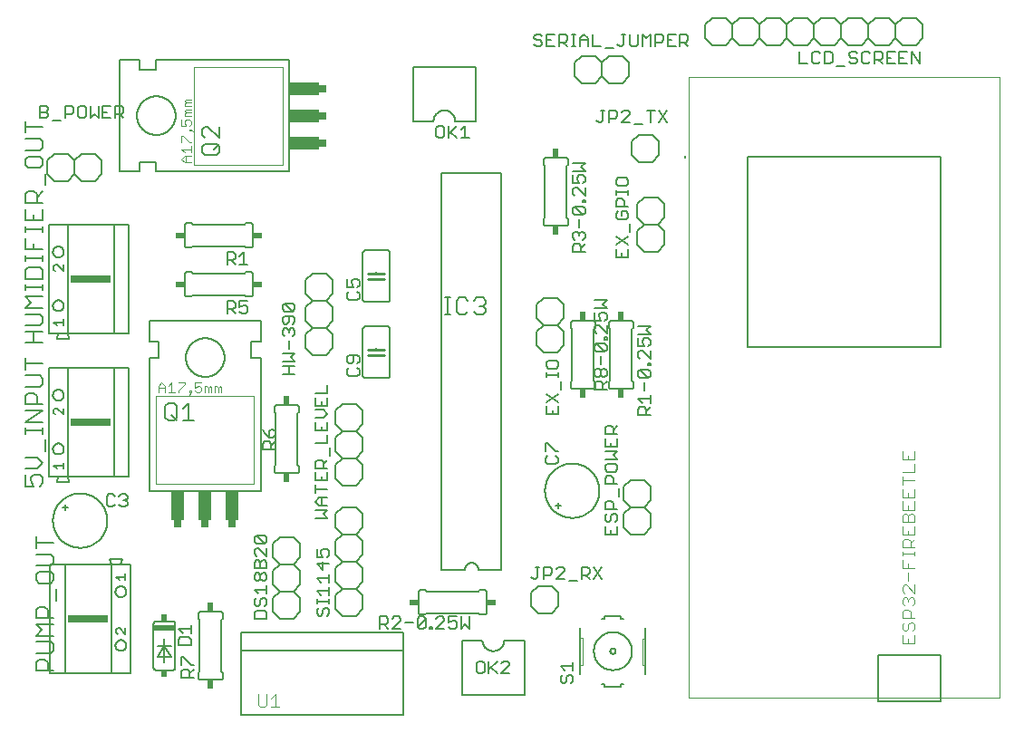
<source format=gbr>
G04 EAGLE Gerber RS-274X export*
G75*
%MOMM*%
%FSLAX34Y34*%
%LPD*%
%INSilkscreen Top*%
%IPPOS*%
%AMOC8*
5,1,8,0,0,1.08239X$1,22.5*%
G01*
%ADD10C,0.152400*%
%ADD11C,0.127000*%
%ADD12C,0.177800*%
%ADD13R,0.863600X0.609600*%
%ADD14R,3.810000X0.762000*%
%ADD15C,0.254000*%
%ADD16C,0.050800*%
%ADD17C,0.101600*%
%ADD18R,0.762000X0.635000*%
%ADD19R,1.270000X2.794000*%
%ADD20R,0.609600X0.863600*%
%ADD21R,2.032000X0.508000*%
%ADD22R,0.508000X0.635000*%
%ADD23R,0.635000X0.762000*%
%ADD24R,2.794000X1.270000*%
%ADD25C,0.100000*%
%ADD26C,0.100000*%
%ADD27C,0.200000*%


D10*
X-379730Y609600D02*
X-377190Y609600D01*
X-377190Y607060D01*
X-377190Y609600D02*
X-374650Y609600D01*
X-377190Y609600D02*
X-377190Y612140D01*
X-388620Y596900D02*
X-388612Y597523D01*
X-388589Y598146D01*
X-388551Y598769D01*
X-388498Y599390D01*
X-388429Y600009D01*
X-388345Y600627D01*
X-388246Y601242D01*
X-388132Y601855D01*
X-388003Y602465D01*
X-387859Y603072D01*
X-387700Y603675D01*
X-387526Y604273D01*
X-387338Y604868D01*
X-387135Y605457D01*
X-386918Y606041D01*
X-386687Y606620D01*
X-386441Y607193D01*
X-386181Y607760D01*
X-385908Y608320D01*
X-385621Y608873D01*
X-385320Y609420D01*
X-385006Y609958D01*
X-384679Y610489D01*
X-384339Y611011D01*
X-383987Y611526D01*
X-383621Y612031D01*
X-383244Y612527D01*
X-382854Y613014D01*
X-382453Y613491D01*
X-382040Y613958D01*
X-381616Y614414D01*
X-381181Y614861D01*
X-380734Y615296D01*
X-380278Y615720D01*
X-379811Y616133D01*
X-379334Y616534D01*
X-378847Y616924D01*
X-378351Y617301D01*
X-377846Y617667D01*
X-377331Y618019D01*
X-376809Y618359D01*
X-376278Y618686D01*
X-375740Y619000D01*
X-375193Y619301D01*
X-374640Y619588D01*
X-374080Y619861D01*
X-373513Y620121D01*
X-372940Y620367D01*
X-372361Y620598D01*
X-371777Y620815D01*
X-371188Y621018D01*
X-370593Y621206D01*
X-369995Y621380D01*
X-369392Y621539D01*
X-368785Y621683D01*
X-368175Y621812D01*
X-367562Y621926D01*
X-366947Y622025D01*
X-366329Y622109D01*
X-365710Y622178D01*
X-365089Y622231D01*
X-364466Y622269D01*
X-363843Y622292D01*
X-363220Y622300D01*
X-362597Y622292D01*
X-361974Y622269D01*
X-361351Y622231D01*
X-360730Y622178D01*
X-360111Y622109D01*
X-359493Y622025D01*
X-358878Y621926D01*
X-358265Y621812D01*
X-357655Y621683D01*
X-357048Y621539D01*
X-356445Y621380D01*
X-355847Y621206D01*
X-355252Y621018D01*
X-354663Y620815D01*
X-354079Y620598D01*
X-353500Y620367D01*
X-352927Y620121D01*
X-352360Y619861D01*
X-351800Y619588D01*
X-351247Y619301D01*
X-350700Y619000D01*
X-350162Y618686D01*
X-349631Y618359D01*
X-349109Y618019D01*
X-348594Y617667D01*
X-348089Y617301D01*
X-347593Y616924D01*
X-347106Y616534D01*
X-346629Y616133D01*
X-346162Y615720D01*
X-345706Y615296D01*
X-345259Y614861D01*
X-344824Y614414D01*
X-344400Y613958D01*
X-343987Y613491D01*
X-343586Y613014D01*
X-343196Y612527D01*
X-342819Y612031D01*
X-342453Y611526D01*
X-342101Y611011D01*
X-341761Y610489D01*
X-341434Y609958D01*
X-341120Y609420D01*
X-340819Y608873D01*
X-340532Y608320D01*
X-340259Y607760D01*
X-339999Y607193D01*
X-339753Y606620D01*
X-339522Y606041D01*
X-339305Y605457D01*
X-339102Y604868D01*
X-338914Y604273D01*
X-338740Y603675D01*
X-338581Y603072D01*
X-338437Y602465D01*
X-338308Y601855D01*
X-338194Y601242D01*
X-338095Y600627D01*
X-338011Y600009D01*
X-337942Y599390D01*
X-337889Y598769D01*
X-337851Y598146D01*
X-337828Y597523D01*
X-337820Y596900D01*
X-337828Y596277D01*
X-337851Y595654D01*
X-337889Y595031D01*
X-337942Y594410D01*
X-338011Y593791D01*
X-338095Y593173D01*
X-338194Y592558D01*
X-338308Y591945D01*
X-338437Y591335D01*
X-338581Y590728D01*
X-338740Y590125D01*
X-338914Y589527D01*
X-339102Y588932D01*
X-339305Y588343D01*
X-339522Y587759D01*
X-339753Y587180D01*
X-339999Y586607D01*
X-340259Y586040D01*
X-340532Y585480D01*
X-340819Y584927D01*
X-341120Y584380D01*
X-341434Y583842D01*
X-341761Y583311D01*
X-342101Y582789D01*
X-342453Y582274D01*
X-342819Y581769D01*
X-343196Y581273D01*
X-343586Y580786D01*
X-343987Y580309D01*
X-344400Y579842D01*
X-344824Y579386D01*
X-345259Y578939D01*
X-345706Y578504D01*
X-346162Y578080D01*
X-346629Y577667D01*
X-347106Y577266D01*
X-347593Y576876D01*
X-348089Y576499D01*
X-348594Y576133D01*
X-349109Y575781D01*
X-349631Y575441D01*
X-350162Y575114D01*
X-350700Y574800D01*
X-351247Y574499D01*
X-351800Y574212D01*
X-352360Y573939D01*
X-352927Y573679D01*
X-353500Y573433D01*
X-354079Y573202D01*
X-354663Y572985D01*
X-355252Y572782D01*
X-355847Y572594D01*
X-356445Y572420D01*
X-357048Y572261D01*
X-357655Y572117D01*
X-358265Y571988D01*
X-358878Y571874D01*
X-359493Y571775D01*
X-360111Y571691D01*
X-360730Y571622D01*
X-361351Y571569D01*
X-361974Y571531D01*
X-362597Y571508D01*
X-363220Y571500D01*
X-363843Y571508D01*
X-364466Y571531D01*
X-365089Y571569D01*
X-365710Y571622D01*
X-366329Y571691D01*
X-366947Y571775D01*
X-367562Y571874D01*
X-368175Y571988D01*
X-368785Y572117D01*
X-369392Y572261D01*
X-369995Y572420D01*
X-370593Y572594D01*
X-371188Y572782D01*
X-371777Y572985D01*
X-372361Y573202D01*
X-372940Y573433D01*
X-373513Y573679D01*
X-374080Y573939D01*
X-374640Y574212D01*
X-375193Y574499D01*
X-375740Y574800D01*
X-376278Y575114D01*
X-376809Y575441D01*
X-377331Y575781D01*
X-377846Y576133D01*
X-378351Y576499D01*
X-378847Y576876D01*
X-379334Y577266D01*
X-379811Y577667D01*
X-380278Y578080D01*
X-380734Y578504D01*
X-381181Y578939D01*
X-381616Y579386D01*
X-382040Y579842D01*
X-382453Y580309D01*
X-382854Y580786D01*
X-383244Y581273D01*
X-383621Y581769D01*
X-383987Y582274D01*
X-384339Y582789D01*
X-384679Y583311D01*
X-385006Y583842D01*
X-385320Y584380D01*
X-385621Y584927D01*
X-385908Y585480D01*
X-386181Y586040D01*
X-386441Y586607D01*
X-386687Y587180D01*
X-386918Y587759D01*
X-387135Y588343D01*
X-387338Y588932D01*
X-387526Y589527D01*
X-387700Y590125D01*
X-387859Y590728D01*
X-388003Y591335D01*
X-388132Y591945D01*
X-388246Y592558D01*
X-388345Y593173D01*
X-388429Y593791D01*
X-388498Y594410D01*
X-388551Y595031D01*
X-388589Y595654D01*
X-388612Y596277D01*
X-388620Y596900D01*
D11*
X-332735Y621675D02*
X-330829Y619768D01*
X-332735Y621675D02*
X-336548Y621675D01*
X-338455Y619768D01*
X-338455Y612142D01*
X-336548Y610235D01*
X-332735Y610235D01*
X-330829Y612142D01*
X-326761Y619768D02*
X-324854Y621675D01*
X-321041Y621675D01*
X-319135Y619768D01*
X-319135Y617862D01*
X-321041Y615955D01*
X-322948Y615955D01*
X-321041Y615955D02*
X-319135Y614048D01*
X-319135Y612142D01*
X-321041Y610235D01*
X-324854Y610235D01*
X-326761Y612142D01*
D10*
X8890Y551180D02*
X30480Y551180D01*
X8890Y551180D02*
X8888Y551338D01*
X8882Y551497D01*
X8872Y551655D01*
X8858Y551812D01*
X8841Y551970D01*
X8819Y552126D01*
X8794Y552283D01*
X8764Y552438D01*
X8731Y552593D01*
X8694Y552747D01*
X8653Y552900D01*
X8608Y553052D01*
X8559Y553202D01*
X8507Y553352D01*
X8451Y553500D01*
X8391Y553647D01*
X8328Y553792D01*
X8261Y553935D01*
X8191Y554077D01*
X8117Y554217D01*
X8039Y554355D01*
X7958Y554491D01*
X7874Y554625D01*
X7787Y554757D01*
X7696Y554887D01*
X7602Y555014D01*
X7505Y555139D01*
X7404Y555262D01*
X7301Y555382D01*
X7195Y555499D01*
X7086Y555614D01*
X6974Y555726D01*
X6859Y555835D01*
X6742Y555941D01*
X6622Y556044D01*
X6499Y556145D01*
X6374Y556242D01*
X6247Y556336D01*
X6117Y556427D01*
X5985Y556514D01*
X5851Y556598D01*
X5715Y556679D01*
X5577Y556757D01*
X5437Y556831D01*
X5295Y556901D01*
X5152Y556968D01*
X5007Y557031D01*
X4860Y557091D01*
X4712Y557147D01*
X4562Y557199D01*
X4412Y557248D01*
X4260Y557293D01*
X4107Y557334D01*
X3953Y557371D01*
X3798Y557404D01*
X3643Y557434D01*
X3486Y557459D01*
X3330Y557481D01*
X3172Y557498D01*
X3015Y557512D01*
X2857Y557522D01*
X2698Y557528D01*
X2540Y557530D01*
X2382Y557528D01*
X2223Y557522D01*
X2065Y557512D01*
X1908Y557498D01*
X1750Y557481D01*
X1594Y557459D01*
X1437Y557434D01*
X1282Y557404D01*
X1127Y557371D01*
X973Y557334D01*
X820Y557293D01*
X668Y557248D01*
X518Y557199D01*
X368Y557147D01*
X220Y557091D01*
X73Y557031D01*
X-72Y556968D01*
X-215Y556901D01*
X-357Y556831D01*
X-497Y556757D01*
X-635Y556679D01*
X-771Y556598D01*
X-905Y556514D01*
X-1037Y556427D01*
X-1167Y556336D01*
X-1294Y556242D01*
X-1419Y556145D01*
X-1542Y556044D01*
X-1662Y555941D01*
X-1779Y555835D01*
X-1894Y555726D01*
X-2006Y555614D01*
X-2115Y555499D01*
X-2221Y555382D01*
X-2324Y555262D01*
X-2425Y555139D01*
X-2522Y555014D01*
X-2616Y554887D01*
X-2707Y554757D01*
X-2794Y554625D01*
X-2878Y554491D01*
X-2959Y554355D01*
X-3037Y554217D01*
X-3111Y554077D01*
X-3181Y553935D01*
X-3248Y553792D01*
X-3311Y553647D01*
X-3371Y553500D01*
X-3427Y553352D01*
X-3479Y553202D01*
X-3528Y553052D01*
X-3573Y552900D01*
X-3614Y552747D01*
X-3651Y552593D01*
X-3684Y552438D01*
X-3714Y552283D01*
X-3739Y552126D01*
X-3761Y551970D01*
X-3778Y551812D01*
X-3792Y551655D01*
X-3802Y551497D01*
X-3808Y551338D01*
X-3810Y551180D01*
X30480Y551180D02*
X30480Y922020D01*
X-3810Y551180D02*
X-25400Y551180D01*
X-25400Y922020D01*
X30480Y922020D01*
D12*
X-17110Y789305D02*
X-22449Y789305D01*
X-19779Y789305D02*
X-19779Y805321D01*
X-17110Y805321D02*
X-22449Y805321D01*
X-3526Y805321D02*
X-857Y802651D01*
X-3526Y805321D02*
X-8865Y805321D01*
X-11534Y802651D01*
X-11534Y791974D01*
X-8865Y789305D01*
X-3526Y789305D01*
X-857Y791974D01*
X4837Y802651D02*
X7507Y805321D01*
X12845Y805321D01*
X15515Y802651D01*
X15515Y799982D01*
X12845Y797313D01*
X10176Y797313D01*
X12845Y797313D02*
X15515Y794644D01*
X15515Y791974D01*
X12845Y789305D01*
X7507Y789305D01*
X4837Y791974D01*
D10*
X-52070Y970280D02*
X-52070Y1021080D01*
X6350Y1021080D02*
X6350Y970280D01*
X6350Y1021080D02*
X-52070Y1021080D01*
X-52070Y970280D02*
X-33020Y970280D01*
X-12700Y970280D02*
X6350Y970280D01*
X-12700Y970280D02*
X-12703Y970527D01*
X-12712Y970775D01*
X-12727Y971022D01*
X-12748Y971268D01*
X-12775Y971514D01*
X-12808Y971759D01*
X-12847Y972004D01*
X-12892Y972247D01*
X-12943Y972489D01*
X-13000Y972730D01*
X-13062Y972969D01*
X-13131Y973207D01*
X-13205Y973443D01*
X-13285Y973677D01*
X-13370Y973909D01*
X-13462Y974139D01*
X-13558Y974367D01*
X-13661Y974592D01*
X-13768Y974815D01*
X-13882Y975035D01*
X-14000Y975252D01*
X-14124Y975467D01*
X-14253Y975678D01*
X-14387Y975886D01*
X-14526Y976091D01*
X-14670Y976292D01*
X-14818Y976490D01*
X-14972Y976684D01*
X-15130Y976874D01*
X-15293Y977060D01*
X-15460Y977242D01*
X-15632Y977420D01*
X-15808Y977594D01*
X-15988Y977764D01*
X-16173Y977929D01*
X-16361Y978089D01*
X-16553Y978245D01*
X-16749Y978397D01*
X-16948Y978543D01*
X-17151Y978685D01*
X-17358Y978821D01*
X-17567Y978953D01*
X-17780Y979079D01*
X-17996Y979200D01*
X-18214Y979316D01*
X-18436Y979426D01*
X-18660Y979531D01*
X-18886Y979631D01*
X-19115Y979725D01*
X-19346Y979813D01*
X-19580Y979896D01*
X-19815Y979973D01*
X-20052Y980044D01*
X-20290Y980110D01*
X-20530Y980169D01*
X-20772Y980223D01*
X-21015Y980271D01*
X-21258Y980313D01*
X-21503Y980349D01*
X-21749Y980379D01*
X-21995Y980403D01*
X-22242Y980421D01*
X-22489Y980433D01*
X-22736Y980439D01*
X-22984Y980439D01*
X-23231Y980433D01*
X-23478Y980421D01*
X-23725Y980403D01*
X-23971Y980379D01*
X-24217Y980349D01*
X-24462Y980313D01*
X-24705Y980271D01*
X-24948Y980223D01*
X-25190Y980169D01*
X-25430Y980110D01*
X-25668Y980044D01*
X-25905Y979973D01*
X-26140Y979896D01*
X-26374Y979813D01*
X-26605Y979725D01*
X-26834Y979631D01*
X-27060Y979531D01*
X-27284Y979426D01*
X-27506Y979316D01*
X-27724Y979200D01*
X-27940Y979079D01*
X-28153Y978953D01*
X-28362Y978821D01*
X-28569Y978685D01*
X-28772Y978543D01*
X-28971Y978397D01*
X-29167Y978245D01*
X-29359Y978089D01*
X-29547Y977929D01*
X-29732Y977764D01*
X-29912Y977594D01*
X-30088Y977420D01*
X-30260Y977242D01*
X-30427Y977060D01*
X-30590Y976874D01*
X-30748Y976684D01*
X-30902Y976490D01*
X-31050Y976292D01*
X-31194Y976091D01*
X-31333Y975886D01*
X-31467Y975678D01*
X-31596Y975467D01*
X-31720Y975252D01*
X-31838Y975035D01*
X-31952Y974815D01*
X-32059Y974592D01*
X-32162Y974367D01*
X-32258Y974139D01*
X-32350Y973909D01*
X-32435Y973677D01*
X-32515Y973443D01*
X-32589Y973207D01*
X-32658Y972969D01*
X-32720Y972730D01*
X-32777Y972489D01*
X-32828Y972247D01*
X-32873Y972004D01*
X-32912Y971759D01*
X-32945Y971514D01*
X-32972Y971268D01*
X-32993Y971022D01*
X-33008Y970775D01*
X-33017Y970527D01*
X-33020Y970280D01*
D11*
X-28730Y965845D02*
X-24917Y965845D01*
X-28730Y965845D02*
X-30637Y963938D01*
X-30637Y956312D01*
X-28730Y954405D01*
X-24917Y954405D01*
X-23010Y956312D01*
X-23010Y963938D01*
X-24917Y965845D01*
X-18943Y965845D02*
X-18943Y954405D01*
X-18943Y958218D02*
X-11317Y965845D01*
X-17036Y960125D02*
X-11317Y954405D01*
X-7249Y962032D02*
X-3436Y965845D01*
X-3436Y954405D01*
X-7249Y954405D02*
X377Y954405D01*
D10*
X-201930Y808990D02*
X-201932Y808890D01*
X-201938Y808791D01*
X-201948Y808691D01*
X-201961Y808593D01*
X-201979Y808494D01*
X-202000Y808397D01*
X-202025Y808301D01*
X-202054Y808205D01*
X-202087Y808111D01*
X-202123Y808018D01*
X-202163Y807927D01*
X-202207Y807837D01*
X-202254Y807749D01*
X-202304Y807663D01*
X-202358Y807579D01*
X-202415Y807497D01*
X-202475Y807418D01*
X-202539Y807340D01*
X-202605Y807266D01*
X-202674Y807194D01*
X-202746Y807125D01*
X-202820Y807059D01*
X-202898Y806995D01*
X-202977Y806935D01*
X-203059Y806878D01*
X-203143Y806824D01*
X-203229Y806774D01*
X-203317Y806727D01*
X-203407Y806683D01*
X-203498Y806643D01*
X-203591Y806607D01*
X-203685Y806574D01*
X-203781Y806545D01*
X-203877Y806520D01*
X-203974Y806499D01*
X-204073Y806481D01*
X-204171Y806468D01*
X-204271Y806458D01*
X-204370Y806452D01*
X-204470Y806450D01*
X-201930Y826770D02*
X-201932Y826870D01*
X-201938Y826969D01*
X-201948Y827069D01*
X-201961Y827167D01*
X-201979Y827266D01*
X-202000Y827363D01*
X-202025Y827459D01*
X-202054Y827555D01*
X-202087Y827649D01*
X-202123Y827742D01*
X-202163Y827833D01*
X-202207Y827923D01*
X-202254Y828011D01*
X-202304Y828097D01*
X-202358Y828181D01*
X-202415Y828263D01*
X-202475Y828342D01*
X-202539Y828420D01*
X-202605Y828494D01*
X-202674Y828566D01*
X-202746Y828635D01*
X-202820Y828701D01*
X-202898Y828765D01*
X-202977Y828825D01*
X-203059Y828882D01*
X-203143Y828936D01*
X-203229Y828986D01*
X-203317Y829033D01*
X-203407Y829077D01*
X-203498Y829117D01*
X-203591Y829153D01*
X-203685Y829186D01*
X-203781Y829215D01*
X-203877Y829240D01*
X-203974Y829261D01*
X-204073Y829279D01*
X-204171Y829292D01*
X-204271Y829302D01*
X-204370Y829308D01*
X-204470Y829310D01*
X-262890Y829310D02*
X-262990Y829308D01*
X-263089Y829302D01*
X-263189Y829292D01*
X-263287Y829279D01*
X-263386Y829261D01*
X-263483Y829240D01*
X-263579Y829215D01*
X-263675Y829186D01*
X-263769Y829153D01*
X-263862Y829117D01*
X-263953Y829077D01*
X-264043Y829033D01*
X-264131Y828986D01*
X-264217Y828936D01*
X-264301Y828882D01*
X-264383Y828825D01*
X-264462Y828765D01*
X-264540Y828701D01*
X-264614Y828635D01*
X-264686Y828566D01*
X-264755Y828494D01*
X-264821Y828420D01*
X-264885Y828342D01*
X-264945Y828263D01*
X-265002Y828181D01*
X-265056Y828097D01*
X-265106Y828011D01*
X-265153Y827923D01*
X-265197Y827833D01*
X-265237Y827742D01*
X-265273Y827649D01*
X-265306Y827555D01*
X-265335Y827459D01*
X-265360Y827363D01*
X-265381Y827266D01*
X-265399Y827167D01*
X-265412Y827069D01*
X-265422Y826969D01*
X-265428Y826870D01*
X-265430Y826770D01*
X-265430Y808990D02*
X-265428Y808890D01*
X-265422Y808791D01*
X-265412Y808691D01*
X-265399Y808593D01*
X-265381Y808494D01*
X-265360Y808397D01*
X-265335Y808301D01*
X-265306Y808205D01*
X-265273Y808111D01*
X-265237Y808018D01*
X-265197Y807927D01*
X-265153Y807837D01*
X-265106Y807749D01*
X-265056Y807663D01*
X-265002Y807579D01*
X-264945Y807497D01*
X-264885Y807418D01*
X-264821Y807340D01*
X-264755Y807266D01*
X-264686Y807194D01*
X-264614Y807125D01*
X-264540Y807059D01*
X-264462Y806995D01*
X-264383Y806935D01*
X-264301Y806878D01*
X-264217Y806824D01*
X-264131Y806774D01*
X-264043Y806727D01*
X-263953Y806683D01*
X-263862Y806643D01*
X-263769Y806607D01*
X-263675Y806574D01*
X-263579Y806545D01*
X-263483Y806520D01*
X-263386Y806499D01*
X-263287Y806481D01*
X-263189Y806468D01*
X-263089Y806458D01*
X-262990Y806452D01*
X-262890Y806450D01*
X-201930Y808990D02*
X-201930Y826770D01*
X-204470Y806450D02*
X-208280Y806450D01*
X-209550Y807720D01*
X-208280Y829310D02*
X-204470Y829310D01*
X-208280Y829310D02*
X-209550Y828040D01*
X-257810Y807720D02*
X-259080Y806450D01*
X-257810Y807720D02*
X-209550Y807720D01*
X-257810Y828040D02*
X-259080Y829310D01*
X-257810Y828040D02*
X-209550Y828040D01*
X-259080Y806450D02*
X-262890Y806450D01*
X-262890Y829310D02*
X-259080Y829310D01*
X-265430Y826770D02*
X-265430Y808990D01*
D13*
X-269748Y817880D03*
X-197612Y817880D03*
D11*
X-225953Y802015D02*
X-225953Y790575D01*
X-225953Y802015D02*
X-220233Y802015D01*
X-218326Y800108D01*
X-218326Y796295D01*
X-220233Y794388D01*
X-225953Y794388D01*
X-222140Y794388D02*
X-218326Y790575D01*
X-214259Y802015D02*
X-206633Y802015D01*
X-214259Y802015D02*
X-214259Y796295D01*
X-210446Y798202D01*
X-208539Y798202D01*
X-206633Y796295D01*
X-206633Y792482D01*
X-208539Y790575D01*
X-212352Y790575D01*
X-214259Y792482D01*
D10*
X-317500Y638302D02*
X-331470Y638302D01*
X-392430Y638302D02*
X-392430Y739902D01*
X-374650Y739902D01*
X-317500Y739902D02*
X-317500Y638302D01*
X-383540Y638302D02*
X-384810Y633222D01*
X-383540Y638302D02*
X-392430Y638302D01*
X-384810Y633222D02*
X-373380Y633222D01*
X-374650Y638302D01*
X-383540Y638302D01*
X-374650Y638302D02*
X-374650Y739902D01*
X-331470Y739902D01*
X-331470Y638302D01*
X-374650Y638302D01*
X-331470Y739902D02*
X-317500Y739902D01*
X-388620Y714248D02*
X-388618Y714390D01*
X-388612Y714533D01*
X-388602Y714675D01*
X-388588Y714817D01*
X-388570Y714958D01*
X-388548Y715099D01*
X-388522Y715239D01*
X-388493Y715378D01*
X-388459Y715517D01*
X-388421Y715654D01*
X-388380Y715791D01*
X-388335Y715926D01*
X-388286Y716060D01*
X-388233Y716192D01*
X-388177Y716323D01*
X-388117Y716452D01*
X-388053Y716580D01*
X-387986Y716705D01*
X-387915Y716829D01*
X-387841Y716951D01*
X-387764Y717070D01*
X-387683Y717188D01*
X-387599Y717303D01*
X-387512Y717415D01*
X-387421Y717525D01*
X-387328Y717633D01*
X-387231Y717738D01*
X-387132Y717840D01*
X-387030Y717939D01*
X-386925Y718036D01*
X-386817Y718129D01*
X-386707Y718220D01*
X-386595Y718307D01*
X-386480Y718391D01*
X-386362Y718472D01*
X-386243Y718549D01*
X-386121Y718623D01*
X-385997Y718694D01*
X-385872Y718761D01*
X-385744Y718825D01*
X-385615Y718885D01*
X-385484Y718941D01*
X-385352Y718994D01*
X-385218Y719043D01*
X-385083Y719088D01*
X-384946Y719129D01*
X-384809Y719167D01*
X-384670Y719201D01*
X-384531Y719230D01*
X-384391Y719256D01*
X-384250Y719278D01*
X-384109Y719296D01*
X-383967Y719310D01*
X-383825Y719320D01*
X-383682Y719326D01*
X-383540Y719328D01*
X-383398Y719326D01*
X-383255Y719320D01*
X-383113Y719310D01*
X-382971Y719296D01*
X-382830Y719278D01*
X-382689Y719256D01*
X-382549Y719230D01*
X-382410Y719201D01*
X-382271Y719167D01*
X-382134Y719129D01*
X-381997Y719088D01*
X-381862Y719043D01*
X-381728Y718994D01*
X-381596Y718941D01*
X-381465Y718885D01*
X-381336Y718825D01*
X-381208Y718761D01*
X-381083Y718694D01*
X-380959Y718623D01*
X-380837Y718549D01*
X-380718Y718472D01*
X-380600Y718391D01*
X-380485Y718307D01*
X-380373Y718220D01*
X-380263Y718129D01*
X-380155Y718036D01*
X-380050Y717939D01*
X-379948Y717840D01*
X-379849Y717738D01*
X-379752Y717633D01*
X-379659Y717525D01*
X-379568Y717415D01*
X-379481Y717303D01*
X-379397Y717188D01*
X-379316Y717070D01*
X-379239Y716951D01*
X-379165Y716829D01*
X-379094Y716705D01*
X-379027Y716580D01*
X-378963Y716452D01*
X-378903Y716323D01*
X-378847Y716192D01*
X-378794Y716060D01*
X-378745Y715926D01*
X-378700Y715791D01*
X-378659Y715654D01*
X-378621Y715517D01*
X-378587Y715378D01*
X-378558Y715239D01*
X-378532Y715099D01*
X-378510Y714958D01*
X-378492Y714817D01*
X-378478Y714675D01*
X-378468Y714533D01*
X-378462Y714390D01*
X-378460Y714248D01*
X-378462Y714106D01*
X-378468Y713963D01*
X-378478Y713821D01*
X-378492Y713679D01*
X-378510Y713538D01*
X-378532Y713397D01*
X-378558Y713257D01*
X-378587Y713118D01*
X-378621Y712979D01*
X-378659Y712842D01*
X-378700Y712705D01*
X-378745Y712570D01*
X-378794Y712436D01*
X-378847Y712304D01*
X-378903Y712173D01*
X-378963Y712044D01*
X-379027Y711916D01*
X-379094Y711791D01*
X-379165Y711667D01*
X-379239Y711545D01*
X-379316Y711426D01*
X-379397Y711308D01*
X-379481Y711193D01*
X-379568Y711081D01*
X-379659Y710971D01*
X-379752Y710863D01*
X-379849Y710758D01*
X-379948Y710656D01*
X-380050Y710557D01*
X-380155Y710460D01*
X-380263Y710367D01*
X-380373Y710276D01*
X-380485Y710189D01*
X-380600Y710105D01*
X-380718Y710024D01*
X-380837Y709947D01*
X-380959Y709873D01*
X-381083Y709802D01*
X-381208Y709735D01*
X-381336Y709671D01*
X-381465Y709611D01*
X-381596Y709555D01*
X-381728Y709502D01*
X-381862Y709453D01*
X-381997Y709408D01*
X-382134Y709367D01*
X-382271Y709329D01*
X-382410Y709295D01*
X-382549Y709266D01*
X-382689Y709240D01*
X-382830Y709218D01*
X-382971Y709200D01*
X-383113Y709186D01*
X-383255Y709176D01*
X-383398Y709170D01*
X-383540Y709168D01*
X-383682Y709170D01*
X-383825Y709176D01*
X-383967Y709186D01*
X-384109Y709200D01*
X-384250Y709218D01*
X-384391Y709240D01*
X-384531Y709266D01*
X-384670Y709295D01*
X-384809Y709329D01*
X-384946Y709367D01*
X-385083Y709408D01*
X-385218Y709453D01*
X-385352Y709502D01*
X-385484Y709555D01*
X-385615Y709611D01*
X-385744Y709671D01*
X-385872Y709735D01*
X-385997Y709802D01*
X-386121Y709873D01*
X-386243Y709947D01*
X-386362Y710024D01*
X-386480Y710105D01*
X-386595Y710189D01*
X-386707Y710276D01*
X-386817Y710367D01*
X-386925Y710460D01*
X-387030Y710557D01*
X-387132Y710656D01*
X-387231Y710758D01*
X-387328Y710863D01*
X-387421Y710971D01*
X-387512Y711081D01*
X-387599Y711193D01*
X-387683Y711308D01*
X-387764Y711426D01*
X-387841Y711545D01*
X-387915Y711667D01*
X-387986Y711791D01*
X-388053Y711916D01*
X-388117Y712044D01*
X-388177Y712173D01*
X-388233Y712304D01*
X-388286Y712436D01*
X-388335Y712570D01*
X-388380Y712705D01*
X-388421Y712842D01*
X-388459Y712979D01*
X-388493Y713118D01*
X-388522Y713257D01*
X-388548Y713397D01*
X-388570Y713538D01*
X-388588Y713679D01*
X-388602Y713821D01*
X-388612Y713963D01*
X-388618Y714106D01*
X-388620Y714248D01*
X-388620Y663956D02*
X-388618Y664098D01*
X-388612Y664241D01*
X-388602Y664383D01*
X-388588Y664525D01*
X-388570Y664666D01*
X-388548Y664807D01*
X-388522Y664947D01*
X-388493Y665086D01*
X-388459Y665225D01*
X-388421Y665362D01*
X-388380Y665499D01*
X-388335Y665634D01*
X-388286Y665768D01*
X-388233Y665900D01*
X-388177Y666031D01*
X-388117Y666160D01*
X-388053Y666288D01*
X-387986Y666413D01*
X-387915Y666537D01*
X-387841Y666659D01*
X-387764Y666778D01*
X-387683Y666896D01*
X-387599Y667011D01*
X-387512Y667123D01*
X-387421Y667233D01*
X-387328Y667341D01*
X-387231Y667446D01*
X-387132Y667548D01*
X-387030Y667647D01*
X-386925Y667744D01*
X-386817Y667837D01*
X-386707Y667928D01*
X-386595Y668015D01*
X-386480Y668099D01*
X-386362Y668180D01*
X-386243Y668257D01*
X-386121Y668331D01*
X-385997Y668402D01*
X-385872Y668469D01*
X-385744Y668533D01*
X-385615Y668593D01*
X-385484Y668649D01*
X-385352Y668702D01*
X-385218Y668751D01*
X-385083Y668796D01*
X-384946Y668837D01*
X-384809Y668875D01*
X-384670Y668909D01*
X-384531Y668938D01*
X-384391Y668964D01*
X-384250Y668986D01*
X-384109Y669004D01*
X-383967Y669018D01*
X-383825Y669028D01*
X-383682Y669034D01*
X-383540Y669036D01*
X-383398Y669034D01*
X-383255Y669028D01*
X-383113Y669018D01*
X-382971Y669004D01*
X-382830Y668986D01*
X-382689Y668964D01*
X-382549Y668938D01*
X-382410Y668909D01*
X-382271Y668875D01*
X-382134Y668837D01*
X-381997Y668796D01*
X-381862Y668751D01*
X-381728Y668702D01*
X-381596Y668649D01*
X-381465Y668593D01*
X-381336Y668533D01*
X-381208Y668469D01*
X-381083Y668402D01*
X-380959Y668331D01*
X-380837Y668257D01*
X-380718Y668180D01*
X-380600Y668099D01*
X-380485Y668015D01*
X-380373Y667928D01*
X-380263Y667837D01*
X-380155Y667744D01*
X-380050Y667647D01*
X-379948Y667548D01*
X-379849Y667446D01*
X-379752Y667341D01*
X-379659Y667233D01*
X-379568Y667123D01*
X-379481Y667011D01*
X-379397Y666896D01*
X-379316Y666778D01*
X-379239Y666659D01*
X-379165Y666537D01*
X-379094Y666413D01*
X-379027Y666288D01*
X-378963Y666160D01*
X-378903Y666031D01*
X-378847Y665900D01*
X-378794Y665768D01*
X-378745Y665634D01*
X-378700Y665499D01*
X-378659Y665362D01*
X-378621Y665225D01*
X-378587Y665086D01*
X-378558Y664947D01*
X-378532Y664807D01*
X-378510Y664666D01*
X-378492Y664525D01*
X-378478Y664383D01*
X-378468Y664241D01*
X-378462Y664098D01*
X-378460Y663956D01*
X-378462Y663814D01*
X-378468Y663671D01*
X-378478Y663529D01*
X-378492Y663387D01*
X-378510Y663246D01*
X-378532Y663105D01*
X-378558Y662965D01*
X-378587Y662826D01*
X-378621Y662687D01*
X-378659Y662550D01*
X-378700Y662413D01*
X-378745Y662278D01*
X-378794Y662144D01*
X-378847Y662012D01*
X-378903Y661881D01*
X-378963Y661752D01*
X-379027Y661624D01*
X-379094Y661499D01*
X-379165Y661375D01*
X-379239Y661253D01*
X-379316Y661134D01*
X-379397Y661016D01*
X-379481Y660901D01*
X-379568Y660789D01*
X-379659Y660679D01*
X-379752Y660571D01*
X-379849Y660466D01*
X-379948Y660364D01*
X-380050Y660265D01*
X-380155Y660168D01*
X-380263Y660075D01*
X-380373Y659984D01*
X-380485Y659897D01*
X-380600Y659813D01*
X-380718Y659732D01*
X-380837Y659655D01*
X-380959Y659581D01*
X-381083Y659510D01*
X-381208Y659443D01*
X-381336Y659379D01*
X-381465Y659319D01*
X-381596Y659263D01*
X-381728Y659210D01*
X-381862Y659161D01*
X-381997Y659116D01*
X-382134Y659075D01*
X-382271Y659037D01*
X-382410Y659003D01*
X-382549Y658974D01*
X-382689Y658948D01*
X-382830Y658926D01*
X-382971Y658908D01*
X-383113Y658894D01*
X-383255Y658884D01*
X-383398Y658878D01*
X-383540Y658876D01*
X-383682Y658878D01*
X-383825Y658884D01*
X-383967Y658894D01*
X-384109Y658908D01*
X-384250Y658926D01*
X-384391Y658948D01*
X-384531Y658974D01*
X-384670Y659003D01*
X-384809Y659037D01*
X-384946Y659075D01*
X-385083Y659116D01*
X-385218Y659161D01*
X-385352Y659210D01*
X-385484Y659263D01*
X-385615Y659319D01*
X-385744Y659379D01*
X-385872Y659443D01*
X-385997Y659510D01*
X-386121Y659581D01*
X-386243Y659655D01*
X-386362Y659732D01*
X-386480Y659813D01*
X-386595Y659897D01*
X-386707Y659984D01*
X-386817Y660075D01*
X-386925Y660168D01*
X-387030Y660265D01*
X-387132Y660364D01*
X-387231Y660466D01*
X-387328Y660571D01*
X-387421Y660679D01*
X-387512Y660789D01*
X-387599Y660901D01*
X-387683Y661016D01*
X-387764Y661134D01*
X-387841Y661253D01*
X-387915Y661375D01*
X-387986Y661499D01*
X-388053Y661624D01*
X-388117Y661752D01*
X-388177Y661881D01*
X-388233Y662012D01*
X-388286Y662144D01*
X-388335Y662278D01*
X-388380Y662413D01*
X-388421Y662550D01*
X-388459Y662687D01*
X-388493Y662826D01*
X-388522Y662965D01*
X-388548Y663105D01*
X-388570Y663246D01*
X-388588Y663387D01*
X-388602Y663529D01*
X-388612Y663671D01*
X-388618Y663814D01*
X-388620Y663956D01*
D11*
X-387738Y648168D02*
X-384857Y645287D01*
X-387738Y648168D02*
X-379095Y648168D01*
X-379095Y645287D02*
X-379095Y651049D01*
X-379095Y696087D02*
X-379095Y701849D01*
X-379095Y696087D02*
X-384857Y701849D01*
X-386298Y701849D01*
X-387738Y700409D01*
X-387738Y697528D01*
X-386298Y696087D01*
D14*
X-353060Y689102D03*
D12*
X-414415Y639708D02*
X-414415Y629031D01*
X-406407Y629031D01*
X-409076Y634370D01*
X-409076Y637039D01*
X-406407Y639708D01*
X-401068Y639708D01*
X-398399Y637039D01*
X-398399Y631700D01*
X-401068Y629031D01*
X-403738Y645403D02*
X-414415Y645403D01*
X-403738Y645403D02*
X-398399Y650741D01*
X-403738Y656080D01*
X-414415Y656080D01*
X-395730Y661774D02*
X-395730Y672451D01*
X-398399Y678146D02*
X-398399Y683484D01*
X-398399Y680815D02*
X-414415Y680815D01*
X-414415Y678146D02*
X-414415Y683484D01*
X-414415Y689060D02*
X-398399Y689060D01*
X-398399Y699737D02*
X-414415Y689060D01*
X-414415Y699737D02*
X-398399Y699737D01*
X-398399Y705432D02*
X-414415Y705432D01*
X-414415Y713439D01*
X-411745Y716109D01*
X-406407Y716109D01*
X-403738Y713439D01*
X-403738Y705432D01*
X-401068Y721803D02*
X-414415Y721803D01*
X-401068Y721803D02*
X-398399Y724472D01*
X-398399Y729811D01*
X-401068Y732480D01*
X-414415Y732480D01*
X-414415Y743513D02*
X-398399Y743513D01*
X-414415Y738175D02*
X-414415Y748852D01*
D10*
X83820Y610870D02*
X83820Y608330D01*
X83820Y610870D02*
X86360Y610870D01*
X83820Y610870D02*
X83820Y613410D01*
X83820Y610870D02*
X81280Y610870D01*
X71120Y624840D02*
X71128Y625463D01*
X71151Y626086D01*
X71189Y626709D01*
X71242Y627330D01*
X71311Y627949D01*
X71395Y628567D01*
X71494Y629182D01*
X71608Y629795D01*
X71737Y630405D01*
X71881Y631012D01*
X72040Y631615D01*
X72214Y632213D01*
X72402Y632808D01*
X72605Y633397D01*
X72822Y633981D01*
X73053Y634560D01*
X73299Y635133D01*
X73559Y635700D01*
X73832Y636260D01*
X74119Y636813D01*
X74420Y637360D01*
X74734Y637898D01*
X75061Y638429D01*
X75401Y638951D01*
X75753Y639466D01*
X76119Y639971D01*
X76496Y640467D01*
X76886Y640954D01*
X77287Y641431D01*
X77700Y641898D01*
X78124Y642354D01*
X78559Y642801D01*
X79006Y643236D01*
X79462Y643660D01*
X79929Y644073D01*
X80406Y644474D01*
X80893Y644864D01*
X81389Y645241D01*
X81894Y645607D01*
X82409Y645959D01*
X82931Y646299D01*
X83462Y646626D01*
X84000Y646940D01*
X84547Y647241D01*
X85100Y647528D01*
X85660Y647801D01*
X86227Y648061D01*
X86800Y648307D01*
X87379Y648538D01*
X87963Y648755D01*
X88552Y648958D01*
X89147Y649146D01*
X89745Y649320D01*
X90348Y649479D01*
X90955Y649623D01*
X91565Y649752D01*
X92178Y649866D01*
X92793Y649965D01*
X93411Y650049D01*
X94030Y650118D01*
X94651Y650171D01*
X95274Y650209D01*
X95897Y650232D01*
X96520Y650240D01*
X97143Y650232D01*
X97766Y650209D01*
X98389Y650171D01*
X99010Y650118D01*
X99629Y650049D01*
X100247Y649965D01*
X100862Y649866D01*
X101475Y649752D01*
X102085Y649623D01*
X102692Y649479D01*
X103295Y649320D01*
X103893Y649146D01*
X104488Y648958D01*
X105077Y648755D01*
X105661Y648538D01*
X106240Y648307D01*
X106813Y648061D01*
X107380Y647801D01*
X107940Y647528D01*
X108493Y647241D01*
X109040Y646940D01*
X109578Y646626D01*
X110109Y646299D01*
X110631Y645959D01*
X111146Y645607D01*
X111651Y645241D01*
X112147Y644864D01*
X112634Y644474D01*
X113111Y644073D01*
X113578Y643660D01*
X114034Y643236D01*
X114481Y642801D01*
X114916Y642354D01*
X115340Y641898D01*
X115753Y641431D01*
X116154Y640954D01*
X116544Y640467D01*
X116921Y639971D01*
X117287Y639466D01*
X117639Y638951D01*
X117979Y638429D01*
X118306Y637898D01*
X118620Y637360D01*
X118921Y636813D01*
X119208Y636260D01*
X119481Y635700D01*
X119741Y635133D01*
X119987Y634560D01*
X120218Y633981D01*
X120435Y633397D01*
X120638Y632808D01*
X120826Y632213D01*
X121000Y631615D01*
X121159Y631012D01*
X121303Y630405D01*
X121432Y629795D01*
X121546Y629182D01*
X121645Y628567D01*
X121729Y627949D01*
X121798Y627330D01*
X121851Y626709D01*
X121889Y626086D01*
X121912Y625463D01*
X121920Y624840D01*
X121912Y624217D01*
X121889Y623594D01*
X121851Y622971D01*
X121798Y622350D01*
X121729Y621731D01*
X121645Y621113D01*
X121546Y620498D01*
X121432Y619885D01*
X121303Y619275D01*
X121159Y618668D01*
X121000Y618065D01*
X120826Y617467D01*
X120638Y616872D01*
X120435Y616283D01*
X120218Y615699D01*
X119987Y615120D01*
X119741Y614547D01*
X119481Y613980D01*
X119208Y613420D01*
X118921Y612867D01*
X118620Y612320D01*
X118306Y611782D01*
X117979Y611251D01*
X117639Y610729D01*
X117287Y610214D01*
X116921Y609709D01*
X116544Y609213D01*
X116154Y608726D01*
X115753Y608249D01*
X115340Y607782D01*
X114916Y607326D01*
X114481Y606879D01*
X114034Y606444D01*
X113578Y606020D01*
X113111Y605607D01*
X112634Y605206D01*
X112147Y604816D01*
X111651Y604439D01*
X111146Y604073D01*
X110631Y603721D01*
X110109Y603381D01*
X109578Y603054D01*
X109040Y602740D01*
X108493Y602439D01*
X107940Y602152D01*
X107380Y601879D01*
X106813Y601619D01*
X106240Y601373D01*
X105661Y601142D01*
X105077Y600925D01*
X104488Y600722D01*
X103893Y600534D01*
X103295Y600360D01*
X102692Y600201D01*
X102085Y600057D01*
X101475Y599928D01*
X100862Y599814D01*
X100247Y599715D01*
X99629Y599631D01*
X99010Y599562D01*
X98389Y599509D01*
X97766Y599471D01*
X97143Y599448D01*
X96520Y599440D01*
X95897Y599448D01*
X95274Y599471D01*
X94651Y599509D01*
X94030Y599562D01*
X93411Y599631D01*
X92793Y599715D01*
X92178Y599814D01*
X91565Y599928D01*
X90955Y600057D01*
X90348Y600201D01*
X89745Y600360D01*
X89147Y600534D01*
X88552Y600722D01*
X87963Y600925D01*
X87379Y601142D01*
X86800Y601373D01*
X86227Y601619D01*
X85660Y601879D01*
X85100Y602152D01*
X84547Y602439D01*
X84000Y602740D01*
X83462Y603054D01*
X82931Y603381D01*
X82409Y603721D01*
X81894Y604073D01*
X81389Y604439D01*
X80893Y604816D01*
X80406Y605206D01*
X79929Y605607D01*
X79462Y606020D01*
X79006Y606444D01*
X78559Y606879D01*
X78124Y607326D01*
X77700Y607782D01*
X77287Y608249D01*
X76886Y608726D01*
X76496Y609213D01*
X76119Y609709D01*
X75753Y610214D01*
X75401Y610729D01*
X75061Y611251D01*
X74734Y611782D01*
X74420Y612320D01*
X74119Y612867D01*
X73832Y613420D01*
X73559Y613980D01*
X73299Y614547D01*
X73053Y615120D01*
X72822Y615699D01*
X72605Y616283D01*
X72402Y616872D01*
X72214Y617467D01*
X72040Y618065D01*
X71881Y618668D01*
X71737Y619275D01*
X71608Y619885D01*
X71494Y620498D01*
X71395Y621113D01*
X71311Y621731D01*
X71242Y622350D01*
X71189Y622971D01*
X71151Y623594D01*
X71128Y624217D01*
X71120Y624840D01*
D11*
X71745Y655325D02*
X73652Y657232D01*
X71745Y655325D02*
X71745Y651512D01*
X73652Y649605D01*
X81278Y649605D01*
X83185Y651512D01*
X83185Y655325D01*
X81278Y657232D01*
X71745Y661299D02*
X71745Y668925D01*
X73652Y668925D01*
X81278Y661299D01*
X83185Y661299D01*
D10*
X-99060Y803910D02*
X-99060Y847090D01*
X-73660Y847090D02*
X-73660Y803910D01*
X-76200Y849630D02*
X-96520Y849630D01*
X-96520Y801370D02*
X-76200Y801370D01*
X-99060Y847090D02*
X-99058Y847190D01*
X-99052Y847289D01*
X-99042Y847389D01*
X-99029Y847487D01*
X-99011Y847586D01*
X-98990Y847683D01*
X-98965Y847779D01*
X-98936Y847875D01*
X-98903Y847969D01*
X-98867Y848062D01*
X-98827Y848153D01*
X-98783Y848243D01*
X-98736Y848331D01*
X-98686Y848417D01*
X-98632Y848501D01*
X-98575Y848583D01*
X-98515Y848662D01*
X-98451Y848740D01*
X-98385Y848814D01*
X-98316Y848886D01*
X-98244Y848955D01*
X-98170Y849021D01*
X-98092Y849085D01*
X-98013Y849145D01*
X-97931Y849202D01*
X-97847Y849256D01*
X-97761Y849306D01*
X-97673Y849353D01*
X-97583Y849397D01*
X-97492Y849437D01*
X-97399Y849473D01*
X-97305Y849506D01*
X-97209Y849535D01*
X-97113Y849560D01*
X-97016Y849581D01*
X-96917Y849599D01*
X-96819Y849612D01*
X-96719Y849622D01*
X-96620Y849628D01*
X-96520Y849630D01*
X-99060Y803910D02*
X-99058Y803810D01*
X-99052Y803711D01*
X-99042Y803611D01*
X-99029Y803513D01*
X-99011Y803414D01*
X-98990Y803317D01*
X-98965Y803221D01*
X-98936Y803125D01*
X-98903Y803031D01*
X-98867Y802938D01*
X-98827Y802847D01*
X-98783Y802757D01*
X-98736Y802669D01*
X-98686Y802583D01*
X-98632Y802499D01*
X-98575Y802417D01*
X-98515Y802338D01*
X-98451Y802260D01*
X-98385Y802186D01*
X-98316Y802114D01*
X-98244Y802045D01*
X-98170Y801979D01*
X-98092Y801915D01*
X-98013Y801855D01*
X-97931Y801798D01*
X-97847Y801744D01*
X-97761Y801694D01*
X-97673Y801647D01*
X-97583Y801603D01*
X-97492Y801563D01*
X-97399Y801527D01*
X-97305Y801494D01*
X-97209Y801465D01*
X-97113Y801440D01*
X-97016Y801419D01*
X-96917Y801401D01*
X-96819Y801388D01*
X-96719Y801378D01*
X-96620Y801372D01*
X-96520Y801370D01*
X-73660Y847090D02*
X-73662Y847190D01*
X-73668Y847289D01*
X-73678Y847389D01*
X-73691Y847487D01*
X-73709Y847586D01*
X-73730Y847683D01*
X-73755Y847779D01*
X-73784Y847875D01*
X-73817Y847969D01*
X-73853Y848062D01*
X-73893Y848153D01*
X-73937Y848243D01*
X-73984Y848331D01*
X-74034Y848417D01*
X-74088Y848501D01*
X-74145Y848583D01*
X-74205Y848662D01*
X-74269Y848740D01*
X-74335Y848814D01*
X-74404Y848886D01*
X-74476Y848955D01*
X-74550Y849021D01*
X-74628Y849085D01*
X-74707Y849145D01*
X-74789Y849202D01*
X-74873Y849256D01*
X-74959Y849306D01*
X-75047Y849353D01*
X-75137Y849397D01*
X-75228Y849437D01*
X-75321Y849473D01*
X-75415Y849506D01*
X-75511Y849535D01*
X-75607Y849560D01*
X-75704Y849581D01*
X-75803Y849599D01*
X-75901Y849612D01*
X-76001Y849622D01*
X-76100Y849628D01*
X-76200Y849630D01*
X-73660Y803910D02*
X-73662Y803810D01*
X-73668Y803711D01*
X-73678Y803611D01*
X-73691Y803513D01*
X-73709Y803414D01*
X-73730Y803317D01*
X-73755Y803221D01*
X-73784Y803125D01*
X-73817Y803031D01*
X-73853Y802938D01*
X-73893Y802847D01*
X-73937Y802757D01*
X-73984Y802669D01*
X-74034Y802583D01*
X-74088Y802499D01*
X-74145Y802417D01*
X-74205Y802338D01*
X-74269Y802260D01*
X-74335Y802186D01*
X-74404Y802114D01*
X-74476Y802045D01*
X-74550Y801979D01*
X-74628Y801915D01*
X-74707Y801855D01*
X-74789Y801798D01*
X-74873Y801744D01*
X-74959Y801694D01*
X-75047Y801647D01*
X-75137Y801603D01*
X-75228Y801563D01*
X-75321Y801527D01*
X-75415Y801494D01*
X-75511Y801465D01*
X-75607Y801440D01*
X-75704Y801419D01*
X-75803Y801401D01*
X-75901Y801388D01*
X-76001Y801378D01*
X-76100Y801372D01*
X-76200Y801370D01*
X-86360Y828040D02*
X-86360Y829310D01*
D15*
X-86360Y828040D02*
X-93980Y828040D01*
X-86360Y828040D02*
X-78740Y828040D01*
X-86360Y822960D02*
X-93980Y822960D01*
X-86360Y822960D02*
X-78740Y822960D01*
D10*
X-86360Y822960D02*
X-86360Y821690D01*
D11*
X-111768Y810902D02*
X-113675Y808995D01*
X-113675Y805182D01*
X-111768Y803275D01*
X-104142Y803275D01*
X-102235Y805182D01*
X-102235Y808995D01*
X-104142Y810902D01*
X-113675Y814969D02*
X-113675Y822595D01*
X-113675Y814969D02*
X-107955Y814969D01*
X-109862Y818782D01*
X-109862Y820689D01*
X-107955Y822595D01*
X-104142Y822595D01*
X-102235Y820689D01*
X-102235Y816876D01*
X-104142Y814969D01*
D10*
X-99060Y775970D02*
X-99060Y732790D01*
X-73660Y732790D02*
X-73660Y775970D01*
X-76200Y778510D02*
X-96520Y778510D01*
X-96520Y730250D02*
X-76200Y730250D01*
X-99060Y775970D02*
X-99058Y776070D01*
X-99052Y776169D01*
X-99042Y776269D01*
X-99029Y776367D01*
X-99011Y776466D01*
X-98990Y776563D01*
X-98965Y776659D01*
X-98936Y776755D01*
X-98903Y776849D01*
X-98867Y776942D01*
X-98827Y777033D01*
X-98783Y777123D01*
X-98736Y777211D01*
X-98686Y777297D01*
X-98632Y777381D01*
X-98575Y777463D01*
X-98515Y777542D01*
X-98451Y777620D01*
X-98385Y777694D01*
X-98316Y777766D01*
X-98244Y777835D01*
X-98170Y777901D01*
X-98092Y777965D01*
X-98013Y778025D01*
X-97931Y778082D01*
X-97847Y778136D01*
X-97761Y778186D01*
X-97673Y778233D01*
X-97583Y778277D01*
X-97492Y778317D01*
X-97399Y778353D01*
X-97305Y778386D01*
X-97209Y778415D01*
X-97113Y778440D01*
X-97016Y778461D01*
X-96917Y778479D01*
X-96819Y778492D01*
X-96719Y778502D01*
X-96620Y778508D01*
X-96520Y778510D01*
X-99060Y732790D02*
X-99058Y732690D01*
X-99052Y732591D01*
X-99042Y732491D01*
X-99029Y732393D01*
X-99011Y732294D01*
X-98990Y732197D01*
X-98965Y732101D01*
X-98936Y732005D01*
X-98903Y731911D01*
X-98867Y731818D01*
X-98827Y731727D01*
X-98783Y731637D01*
X-98736Y731549D01*
X-98686Y731463D01*
X-98632Y731379D01*
X-98575Y731297D01*
X-98515Y731218D01*
X-98451Y731140D01*
X-98385Y731066D01*
X-98316Y730994D01*
X-98244Y730925D01*
X-98170Y730859D01*
X-98092Y730795D01*
X-98013Y730735D01*
X-97931Y730678D01*
X-97847Y730624D01*
X-97761Y730574D01*
X-97673Y730527D01*
X-97583Y730483D01*
X-97492Y730443D01*
X-97399Y730407D01*
X-97305Y730374D01*
X-97209Y730345D01*
X-97113Y730320D01*
X-97016Y730299D01*
X-96917Y730281D01*
X-96819Y730268D01*
X-96719Y730258D01*
X-96620Y730252D01*
X-96520Y730250D01*
X-73660Y775970D02*
X-73662Y776070D01*
X-73668Y776169D01*
X-73678Y776269D01*
X-73691Y776367D01*
X-73709Y776466D01*
X-73730Y776563D01*
X-73755Y776659D01*
X-73784Y776755D01*
X-73817Y776849D01*
X-73853Y776942D01*
X-73893Y777033D01*
X-73937Y777123D01*
X-73984Y777211D01*
X-74034Y777297D01*
X-74088Y777381D01*
X-74145Y777463D01*
X-74205Y777542D01*
X-74269Y777620D01*
X-74335Y777694D01*
X-74404Y777766D01*
X-74476Y777835D01*
X-74550Y777901D01*
X-74628Y777965D01*
X-74707Y778025D01*
X-74789Y778082D01*
X-74873Y778136D01*
X-74959Y778186D01*
X-75047Y778233D01*
X-75137Y778277D01*
X-75228Y778317D01*
X-75321Y778353D01*
X-75415Y778386D01*
X-75511Y778415D01*
X-75607Y778440D01*
X-75704Y778461D01*
X-75803Y778479D01*
X-75901Y778492D01*
X-76001Y778502D01*
X-76100Y778508D01*
X-76200Y778510D01*
X-73660Y732790D02*
X-73662Y732690D01*
X-73668Y732591D01*
X-73678Y732491D01*
X-73691Y732393D01*
X-73709Y732294D01*
X-73730Y732197D01*
X-73755Y732101D01*
X-73784Y732005D01*
X-73817Y731911D01*
X-73853Y731818D01*
X-73893Y731727D01*
X-73937Y731637D01*
X-73984Y731549D01*
X-74034Y731463D01*
X-74088Y731379D01*
X-74145Y731297D01*
X-74205Y731218D01*
X-74269Y731140D01*
X-74335Y731066D01*
X-74404Y730994D01*
X-74476Y730925D01*
X-74550Y730859D01*
X-74628Y730795D01*
X-74707Y730735D01*
X-74789Y730678D01*
X-74873Y730624D01*
X-74959Y730574D01*
X-75047Y730527D01*
X-75137Y730483D01*
X-75228Y730443D01*
X-75321Y730407D01*
X-75415Y730374D01*
X-75511Y730345D01*
X-75607Y730320D01*
X-75704Y730299D01*
X-75803Y730281D01*
X-75901Y730268D01*
X-76001Y730258D01*
X-76100Y730252D01*
X-76200Y730250D01*
X-86360Y756920D02*
X-86360Y758190D01*
D15*
X-86360Y756920D02*
X-93980Y756920D01*
X-86360Y756920D02*
X-78740Y756920D01*
X-86360Y751840D02*
X-93980Y751840D01*
X-86360Y751840D02*
X-78740Y751840D01*
D10*
X-86360Y751840D02*
X-86360Y750570D01*
D11*
X-111768Y739782D02*
X-113675Y737875D01*
X-113675Y734062D01*
X-111768Y732155D01*
X-104142Y732155D01*
X-102235Y734062D01*
X-102235Y737875D01*
X-104142Y739782D01*
X-104142Y743849D02*
X-102235Y745756D01*
X-102235Y749569D01*
X-104142Y751475D01*
X-111768Y751475D01*
X-113675Y749569D01*
X-113675Y745756D01*
X-111768Y743849D01*
X-109862Y743849D01*
X-107955Y745756D01*
X-107955Y751475D01*
D10*
X142240Y508000D02*
X142240Y505460D01*
X142240Y508000D02*
X127000Y508000D01*
X127000Y505460D01*
X127000Y444500D02*
X127000Y441960D01*
X142240Y441960D01*
X142240Y444500D01*
D16*
X106680Y462280D02*
X104140Y462280D01*
X106680Y462280D02*
X106680Y487680D01*
X104140Y487680D01*
X162560Y486410D02*
X162560Y462280D01*
X162560Y486410D02*
X165100Y486410D01*
X165100Y462280D02*
X162560Y462280D01*
D10*
X165100Y462280D02*
X165100Y453390D01*
X104140Y487680D02*
X104140Y496570D01*
X104140Y487680D02*
X104140Y462280D01*
X104140Y453390D01*
X165100Y462280D02*
X165100Y486410D01*
X165100Y496570D01*
X144780Y505460D02*
X142240Y505460D01*
X127000Y505460D02*
X124460Y505460D01*
X142240Y444500D02*
X144780Y444500D01*
X127000Y444500D02*
X124460Y444500D01*
X116840Y474980D02*
X116845Y475416D01*
X116861Y475852D01*
X116888Y476288D01*
X116926Y476723D01*
X116974Y477156D01*
X117032Y477589D01*
X117102Y478020D01*
X117182Y478449D01*
X117272Y478876D01*
X117373Y479300D01*
X117484Y479722D01*
X117606Y480141D01*
X117737Y480557D01*
X117879Y480970D01*
X118031Y481379D01*
X118193Y481784D01*
X118365Y482185D01*
X118547Y482582D01*
X118738Y482974D01*
X118939Y483361D01*
X119150Y483744D01*
X119370Y484121D01*
X119599Y484492D01*
X119836Y484858D01*
X120083Y485218D01*
X120339Y485572D01*
X120603Y485919D01*
X120876Y486260D01*
X121157Y486593D01*
X121446Y486920D01*
X121743Y487240D01*
X122048Y487552D01*
X122360Y487857D01*
X122680Y488154D01*
X123007Y488443D01*
X123340Y488724D01*
X123681Y488997D01*
X124028Y489261D01*
X124382Y489517D01*
X124742Y489764D01*
X125108Y490001D01*
X125479Y490230D01*
X125856Y490450D01*
X126239Y490661D01*
X126626Y490862D01*
X127018Y491053D01*
X127415Y491235D01*
X127816Y491407D01*
X128221Y491569D01*
X128630Y491721D01*
X129043Y491863D01*
X129459Y491994D01*
X129878Y492116D01*
X130300Y492227D01*
X130724Y492328D01*
X131151Y492418D01*
X131580Y492498D01*
X132011Y492568D01*
X132444Y492626D01*
X132877Y492674D01*
X133312Y492712D01*
X133748Y492739D01*
X134184Y492755D01*
X134620Y492760D01*
X135056Y492755D01*
X135492Y492739D01*
X135928Y492712D01*
X136363Y492674D01*
X136796Y492626D01*
X137229Y492568D01*
X137660Y492498D01*
X138089Y492418D01*
X138516Y492328D01*
X138940Y492227D01*
X139362Y492116D01*
X139781Y491994D01*
X140197Y491863D01*
X140610Y491721D01*
X141019Y491569D01*
X141424Y491407D01*
X141825Y491235D01*
X142222Y491053D01*
X142614Y490862D01*
X143001Y490661D01*
X143384Y490450D01*
X143761Y490230D01*
X144132Y490001D01*
X144498Y489764D01*
X144858Y489517D01*
X145212Y489261D01*
X145559Y488997D01*
X145900Y488724D01*
X146233Y488443D01*
X146560Y488154D01*
X146880Y487857D01*
X147192Y487552D01*
X147497Y487240D01*
X147794Y486920D01*
X148083Y486593D01*
X148364Y486260D01*
X148637Y485919D01*
X148901Y485572D01*
X149157Y485218D01*
X149404Y484858D01*
X149641Y484492D01*
X149870Y484121D01*
X150090Y483744D01*
X150301Y483361D01*
X150502Y482974D01*
X150693Y482582D01*
X150875Y482185D01*
X151047Y481784D01*
X151209Y481379D01*
X151361Y480970D01*
X151503Y480557D01*
X151634Y480141D01*
X151756Y479722D01*
X151867Y479300D01*
X151968Y478876D01*
X152058Y478449D01*
X152138Y478020D01*
X152208Y477589D01*
X152266Y477156D01*
X152314Y476723D01*
X152352Y476288D01*
X152379Y475852D01*
X152395Y475416D01*
X152400Y474980D01*
X152395Y474544D01*
X152379Y474108D01*
X152352Y473672D01*
X152314Y473237D01*
X152266Y472804D01*
X152208Y472371D01*
X152138Y471940D01*
X152058Y471511D01*
X151968Y471084D01*
X151867Y470660D01*
X151756Y470238D01*
X151634Y469819D01*
X151503Y469403D01*
X151361Y468990D01*
X151209Y468581D01*
X151047Y468176D01*
X150875Y467775D01*
X150693Y467378D01*
X150502Y466986D01*
X150301Y466599D01*
X150090Y466216D01*
X149870Y465839D01*
X149641Y465468D01*
X149404Y465102D01*
X149157Y464742D01*
X148901Y464388D01*
X148637Y464041D01*
X148364Y463700D01*
X148083Y463367D01*
X147794Y463040D01*
X147497Y462720D01*
X147192Y462408D01*
X146880Y462103D01*
X146560Y461806D01*
X146233Y461517D01*
X145900Y461236D01*
X145559Y460963D01*
X145212Y460699D01*
X144858Y460443D01*
X144498Y460196D01*
X144132Y459959D01*
X143761Y459730D01*
X143384Y459510D01*
X143001Y459299D01*
X142614Y459098D01*
X142222Y458907D01*
X141825Y458725D01*
X141424Y458553D01*
X141019Y458391D01*
X140610Y458239D01*
X140197Y458097D01*
X139781Y457966D01*
X139362Y457844D01*
X138940Y457733D01*
X138516Y457632D01*
X138089Y457542D01*
X137660Y457462D01*
X137229Y457392D01*
X136796Y457334D01*
X136363Y457286D01*
X135928Y457248D01*
X135492Y457221D01*
X135056Y457205D01*
X134620Y457200D01*
X134184Y457205D01*
X133748Y457221D01*
X133312Y457248D01*
X132877Y457286D01*
X132444Y457334D01*
X132011Y457392D01*
X131580Y457462D01*
X131151Y457542D01*
X130724Y457632D01*
X130300Y457733D01*
X129878Y457844D01*
X129459Y457966D01*
X129043Y458097D01*
X128630Y458239D01*
X128221Y458391D01*
X127816Y458553D01*
X127415Y458725D01*
X127018Y458907D01*
X126626Y459098D01*
X126239Y459299D01*
X125856Y459510D01*
X125479Y459730D01*
X125108Y459959D01*
X124742Y460196D01*
X124382Y460443D01*
X124028Y460699D01*
X123681Y460963D01*
X123340Y461236D01*
X123007Y461517D01*
X122680Y461806D01*
X122360Y462103D01*
X122048Y462408D01*
X121743Y462720D01*
X121446Y463040D01*
X121157Y463367D01*
X120876Y463700D01*
X120603Y464041D01*
X120339Y464388D01*
X120083Y464742D01*
X119836Y465102D01*
X119599Y465468D01*
X119370Y465839D01*
X119150Y466216D01*
X118939Y466599D01*
X118738Y466986D01*
X118547Y467378D01*
X118365Y467775D01*
X118193Y468176D01*
X118031Y468581D01*
X117879Y468990D01*
X117737Y469403D01*
X117606Y469819D01*
X117484Y470238D01*
X117373Y470660D01*
X117272Y471084D01*
X117182Y471511D01*
X117102Y471940D01*
X117032Y472371D01*
X116974Y472804D01*
X116926Y473237D01*
X116888Y473672D01*
X116861Y474108D01*
X116845Y474544D01*
X116840Y474980D01*
X132080Y474980D02*
X132082Y475080D01*
X132088Y475181D01*
X132098Y475280D01*
X132112Y475380D01*
X132129Y475479D01*
X132151Y475577D01*
X132177Y475674D01*
X132206Y475770D01*
X132239Y475864D01*
X132276Y475958D01*
X132316Y476050D01*
X132360Y476140D01*
X132408Y476228D01*
X132459Y476315D01*
X132513Y476399D01*
X132571Y476481D01*
X132632Y476561D01*
X132696Y476638D01*
X132763Y476713D01*
X132833Y476785D01*
X132906Y476854D01*
X132981Y476920D01*
X133059Y476984D01*
X133139Y477044D01*
X133222Y477101D01*
X133307Y477154D01*
X133394Y477204D01*
X133483Y477251D01*
X133573Y477294D01*
X133665Y477334D01*
X133759Y477370D01*
X133854Y477402D01*
X133950Y477430D01*
X134048Y477455D01*
X134146Y477475D01*
X134245Y477492D01*
X134345Y477505D01*
X134444Y477514D01*
X134545Y477519D01*
X134645Y477520D01*
X134745Y477517D01*
X134846Y477510D01*
X134945Y477499D01*
X135045Y477484D01*
X135143Y477466D01*
X135241Y477443D01*
X135338Y477416D01*
X135433Y477386D01*
X135528Y477352D01*
X135621Y477314D01*
X135712Y477273D01*
X135802Y477228D01*
X135890Y477180D01*
X135976Y477128D01*
X136060Y477073D01*
X136141Y477014D01*
X136220Y476952D01*
X136297Y476888D01*
X136371Y476820D01*
X136442Y476749D01*
X136511Y476676D01*
X136576Y476600D01*
X136639Y476521D01*
X136698Y476440D01*
X136754Y476357D01*
X136807Y476272D01*
X136856Y476184D01*
X136902Y476095D01*
X136944Y476004D01*
X136983Y475911D01*
X137018Y475817D01*
X137049Y475722D01*
X137077Y475625D01*
X137100Y475528D01*
X137120Y475429D01*
X137136Y475330D01*
X137148Y475231D01*
X137156Y475130D01*
X137160Y475030D01*
X137160Y474930D01*
X137156Y474830D01*
X137148Y474729D01*
X137136Y474630D01*
X137120Y474531D01*
X137100Y474432D01*
X137077Y474335D01*
X137049Y474238D01*
X137018Y474143D01*
X136983Y474049D01*
X136944Y473956D01*
X136902Y473865D01*
X136856Y473776D01*
X136807Y473688D01*
X136754Y473603D01*
X136698Y473520D01*
X136639Y473439D01*
X136576Y473360D01*
X136511Y473284D01*
X136442Y473211D01*
X136371Y473140D01*
X136297Y473072D01*
X136220Y473008D01*
X136141Y472946D01*
X136060Y472887D01*
X135976Y472832D01*
X135890Y472780D01*
X135802Y472732D01*
X135712Y472687D01*
X135621Y472646D01*
X135528Y472608D01*
X135433Y472574D01*
X135338Y472544D01*
X135241Y472517D01*
X135143Y472494D01*
X135045Y472476D01*
X134945Y472461D01*
X134846Y472450D01*
X134745Y472443D01*
X134645Y472440D01*
X134545Y472441D01*
X134444Y472446D01*
X134345Y472455D01*
X134245Y472468D01*
X134146Y472485D01*
X134048Y472505D01*
X133950Y472530D01*
X133854Y472558D01*
X133759Y472590D01*
X133665Y472626D01*
X133573Y472666D01*
X133483Y472709D01*
X133394Y472756D01*
X133307Y472806D01*
X133222Y472859D01*
X133139Y472916D01*
X133059Y472976D01*
X132981Y473040D01*
X132906Y473106D01*
X132833Y473175D01*
X132763Y473247D01*
X132696Y473322D01*
X132632Y473399D01*
X132571Y473479D01*
X132513Y473561D01*
X132459Y473645D01*
X132408Y473732D01*
X132360Y473820D01*
X132316Y473910D01*
X132276Y474002D01*
X132239Y474096D01*
X132206Y474190D01*
X132177Y474286D01*
X132151Y474383D01*
X132129Y474481D01*
X132112Y474580D01*
X132098Y474680D01*
X132088Y474779D01*
X132082Y474880D01*
X132080Y474980D01*
D11*
X87622Y452762D02*
X85715Y450855D01*
X85715Y447042D01*
X87622Y445135D01*
X89529Y445135D01*
X91435Y447042D01*
X91435Y450855D01*
X93342Y452762D01*
X95248Y452762D01*
X97155Y450855D01*
X97155Y447042D01*
X95248Y445135D01*
X89529Y456829D02*
X85715Y460642D01*
X97155Y460642D01*
X97155Y456829D02*
X97155Y464455D01*
X-61660Y492360D02*
X-212660Y492360D01*
X-212660Y415360D02*
X-61660Y415360D01*
X-212660Y475360D02*
X-212660Y492360D01*
X-212660Y475360D02*
X-212660Y415360D01*
X-61660Y475360D02*
X-61660Y492360D01*
X-61660Y475360D02*
X-61660Y415360D01*
X-61660Y475360D02*
X-212660Y475360D01*
D17*
X-196652Y434562D02*
X-196652Y424817D01*
X-194703Y422868D01*
X-190805Y422868D01*
X-188856Y424817D01*
X-188856Y434562D01*
X-184958Y430664D02*
X-181060Y434562D01*
X-181060Y422868D01*
X-184958Y422868D02*
X-177162Y422868D01*
D10*
X-194310Y624840D02*
X-298450Y624840D01*
X-298450Y783590D02*
X-194310Y783590D01*
X-194310Y749300D02*
X-194310Y624840D01*
X-194310Y749300D02*
X-203200Y749300D01*
X-203200Y764540D01*
X-194310Y764540D01*
X-194310Y783590D01*
X-298450Y749300D02*
X-298450Y624840D01*
X-298450Y749300D02*
X-289560Y749300D01*
X-289560Y764540D01*
X-298450Y764540D01*
X-298450Y783590D01*
D16*
X-292100Y631190D02*
X-200660Y631190D01*
X-200660Y713740D01*
X-292100Y713740D01*
X-292100Y631190D01*
D10*
X-264414Y749300D02*
X-264409Y749743D01*
X-264392Y750185D01*
X-264365Y750627D01*
X-264327Y751068D01*
X-264278Y751508D01*
X-264219Y751946D01*
X-264148Y752383D01*
X-264067Y752818D01*
X-263976Y753251D01*
X-263874Y753682D01*
X-263761Y754110D01*
X-263637Y754535D01*
X-263504Y754957D01*
X-263360Y755375D01*
X-263206Y755790D01*
X-263041Y756201D01*
X-262867Y756608D01*
X-262683Y757011D01*
X-262488Y757408D01*
X-262285Y757801D01*
X-262071Y758189D01*
X-261848Y758571D01*
X-261616Y758948D01*
X-261375Y759319D01*
X-261124Y759684D01*
X-260865Y760043D01*
X-260597Y760395D01*
X-260320Y760741D01*
X-260036Y761079D01*
X-259742Y761411D01*
X-259441Y761735D01*
X-259132Y762052D01*
X-258815Y762361D01*
X-258491Y762662D01*
X-258159Y762956D01*
X-257821Y763240D01*
X-257475Y763517D01*
X-257123Y763785D01*
X-256764Y764044D01*
X-256399Y764295D01*
X-256028Y764536D01*
X-255651Y764768D01*
X-255269Y764991D01*
X-254881Y765205D01*
X-254488Y765408D01*
X-254091Y765603D01*
X-253688Y765787D01*
X-253281Y765961D01*
X-252870Y766126D01*
X-252455Y766280D01*
X-252037Y766424D01*
X-251615Y766557D01*
X-251190Y766681D01*
X-250762Y766794D01*
X-250331Y766896D01*
X-249898Y766987D01*
X-249463Y767068D01*
X-249026Y767139D01*
X-248588Y767198D01*
X-248148Y767247D01*
X-247707Y767285D01*
X-247265Y767312D01*
X-246823Y767329D01*
X-246380Y767334D01*
X-245937Y767329D01*
X-245495Y767312D01*
X-245053Y767285D01*
X-244612Y767247D01*
X-244172Y767198D01*
X-243734Y767139D01*
X-243297Y767068D01*
X-242862Y766987D01*
X-242429Y766896D01*
X-241998Y766794D01*
X-241570Y766681D01*
X-241145Y766557D01*
X-240723Y766424D01*
X-240305Y766280D01*
X-239890Y766126D01*
X-239479Y765961D01*
X-239072Y765787D01*
X-238669Y765603D01*
X-238272Y765408D01*
X-237879Y765205D01*
X-237491Y764991D01*
X-237109Y764768D01*
X-236732Y764536D01*
X-236361Y764295D01*
X-235996Y764044D01*
X-235637Y763785D01*
X-235285Y763517D01*
X-234939Y763240D01*
X-234601Y762956D01*
X-234269Y762662D01*
X-233945Y762361D01*
X-233628Y762052D01*
X-233319Y761735D01*
X-233018Y761411D01*
X-232724Y761079D01*
X-232440Y760741D01*
X-232163Y760395D01*
X-231895Y760043D01*
X-231636Y759684D01*
X-231385Y759319D01*
X-231144Y758948D01*
X-230912Y758571D01*
X-230689Y758189D01*
X-230475Y757801D01*
X-230272Y757408D01*
X-230077Y757011D01*
X-229893Y756608D01*
X-229719Y756201D01*
X-229554Y755790D01*
X-229400Y755375D01*
X-229256Y754957D01*
X-229123Y754535D01*
X-228999Y754110D01*
X-228886Y753682D01*
X-228784Y753251D01*
X-228693Y752818D01*
X-228612Y752383D01*
X-228541Y751946D01*
X-228482Y751508D01*
X-228433Y751068D01*
X-228395Y750627D01*
X-228368Y750185D01*
X-228351Y749743D01*
X-228346Y749300D01*
X-228351Y748857D01*
X-228368Y748415D01*
X-228395Y747973D01*
X-228433Y747532D01*
X-228482Y747092D01*
X-228541Y746654D01*
X-228612Y746217D01*
X-228693Y745782D01*
X-228784Y745349D01*
X-228886Y744918D01*
X-228999Y744490D01*
X-229123Y744065D01*
X-229256Y743643D01*
X-229400Y743225D01*
X-229554Y742810D01*
X-229719Y742399D01*
X-229893Y741992D01*
X-230077Y741589D01*
X-230272Y741192D01*
X-230475Y740799D01*
X-230689Y740411D01*
X-230912Y740029D01*
X-231144Y739652D01*
X-231385Y739281D01*
X-231636Y738916D01*
X-231895Y738557D01*
X-232163Y738205D01*
X-232440Y737859D01*
X-232724Y737521D01*
X-233018Y737189D01*
X-233319Y736865D01*
X-233628Y736548D01*
X-233945Y736239D01*
X-234269Y735938D01*
X-234601Y735644D01*
X-234939Y735360D01*
X-235285Y735083D01*
X-235637Y734815D01*
X-235996Y734556D01*
X-236361Y734305D01*
X-236732Y734064D01*
X-237109Y733832D01*
X-237491Y733609D01*
X-237879Y733395D01*
X-238272Y733192D01*
X-238669Y732997D01*
X-239072Y732813D01*
X-239479Y732639D01*
X-239890Y732474D01*
X-240305Y732320D01*
X-240723Y732176D01*
X-241145Y732043D01*
X-241570Y731919D01*
X-241998Y731806D01*
X-242429Y731704D01*
X-242862Y731613D01*
X-243297Y731532D01*
X-243734Y731461D01*
X-244172Y731402D01*
X-244612Y731353D01*
X-245053Y731315D01*
X-245495Y731288D01*
X-245937Y731271D01*
X-246380Y731266D01*
X-246823Y731271D01*
X-247265Y731288D01*
X-247707Y731315D01*
X-248148Y731353D01*
X-248588Y731402D01*
X-249026Y731461D01*
X-249463Y731532D01*
X-249898Y731613D01*
X-250331Y731704D01*
X-250762Y731806D01*
X-251190Y731919D01*
X-251615Y732043D01*
X-252037Y732176D01*
X-252455Y732320D01*
X-252870Y732474D01*
X-253281Y732639D01*
X-253688Y732813D01*
X-254091Y732997D01*
X-254488Y733192D01*
X-254881Y733395D01*
X-255269Y733609D01*
X-255651Y733832D01*
X-256028Y734064D01*
X-256399Y734305D01*
X-256764Y734556D01*
X-257123Y734815D01*
X-257475Y735083D01*
X-257821Y735360D01*
X-258159Y735644D01*
X-258491Y735938D01*
X-258815Y736239D01*
X-259132Y736548D01*
X-259441Y736865D01*
X-259742Y737189D01*
X-260036Y737521D01*
X-260320Y737859D01*
X-260597Y738205D01*
X-260865Y738557D01*
X-261124Y738916D01*
X-261375Y739281D01*
X-261616Y739652D01*
X-261848Y740029D01*
X-262071Y740411D01*
X-262285Y740799D01*
X-262488Y741192D01*
X-262683Y741589D01*
X-262867Y741992D01*
X-263041Y742399D01*
X-263206Y742810D01*
X-263360Y743225D01*
X-263504Y743643D01*
X-263637Y744065D01*
X-263761Y744490D01*
X-263874Y744918D01*
X-263976Y745349D01*
X-264067Y745782D01*
X-264148Y746217D01*
X-264219Y746654D01*
X-264278Y747092D01*
X-264327Y747532D01*
X-264365Y747973D01*
X-264392Y748415D01*
X-264409Y748857D01*
X-264414Y749300D01*
D17*
X-290322Y722889D02*
X-290322Y716788D01*
X-290322Y722889D02*
X-287271Y725940D01*
X-284221Y722889D01*
X-284221Y716788D01*
X-284221Y721364D02*
X-290322Y721364D01*
X-280967Y722889D02*
X-277916Y725940D01*
X-277916Y716788D01*
X-274866Y716788D02*
X-280967Y716788D01*
X-271612Y725940D02*
X-265510Y725940D01*
X-265510Y724415D01*
X-271612Y718313D01*
X-271612Y716788D01*
X-262256Y713737D02*
X-259206Y716788D01*
X-259206Y718313D01*
X-260731Y718313D01*
X-260731Y716788D01*
X-259206Y716788D01*
X-256020Y725940D02*
X-249918Y725940D01*
X-256020Y725940D02*
X-256020Y721364D01*
X-252969Y722889D01*
X-251444Y722889D01*
X-249918Y721364D01*
X-249918Y718313D01*
X-251444Y716788D01*
X-254494Y716788D01*
X-256020Y718313D01*
X-246664Y716788D02*
X-246664Y722889D01*
X-245139Y722889D01*
X-243614Y721364D01*
X-243614Y716788D01*
X-243614Y721364D02*
X-242089Y722889D01*
X-240563Y721364D01*
X-240563Y716788D01*
X-237309Y716788D02*
X-237309Y722889D01*
X-235784Y722889D01*
X-234259Y721364D01*
X-234259Y716788D01*
X-234259Y721364D02*
X-232733Y722889D01*
X-231208Y721364D01*
X-231208Y716788D01*
D18*
X-220980Y593725D03*
X-246380Y593725D03*
X-271780Y593725D03*
D19*
X-271780Y610870D03*
X-246380Y610870D03*
X-220980Y610870D03*
D12*
X-283591Y693168D02*
X-283591Y703845D01*
X-280922Y706515D01*
X-275583Y706515D01*
X-272914Y703845D01*
X-272914Y693168D01*
X-275583Y690499D01*
X-280922Y690499D01*
X-283591Y693168D01*
X-278252Y695838D02*
X-272914Y690499D01*
X-267219Y701176D02*
X-261881Y706515D01*
X-261881Y690499D01*
X-267219Y690499D02*
X-256542Y690499D01*
D10*
X144780Y603250D02*
X144780Y590550D01*
X144780Y603250D02*
X151130Y609600D01*
X163830Y609600D01*
X170180Y603250D01*
X163830Y584200D02*
X151130Y584200D01*
X144780Y590550D01*
X163830Y584200D02*
X170180Y590550D01*
X170180Y603250D01*
X151130Y609600D02*
X144780Y615950D01*
X144780Y628650D01*
X151130Y635000D01*
X163830Y635000D01*
X170180Y628650D01*
X170180Y615950D01*
X163830Y609600D01*
D11*
X127117Y591700D02*
X127117Y584073D01*
X138557Y584073D01*
X138557Y591700D01*
X132837Y587886D02*
X132837Y584073D01*
X127117Y601487D02*
X129024Y603393D01*
X127117Y601487D02*
X127117Y597674D01*
X129024Y595767D01*
X130931Y595767D01*
X132837Y597674D01*
X132837Y601487D01*
X134744Y603393D01*
X136650Y603393D01*
X138557Y601487D01*
X138557Y597674D01*
X136650Y595767D01*
X138557Y607461D02*
X127117Y607461D01*
X127117Y613181D01*
X129024Y615087D01*
X132837Y615087D01*
X134744Y613181D01*
X134744Y607461D01*
X140464Y619155D02*
X140464Y626781D01*
X138557Y630849D02*
X127117Y630849D01*
X127117Y636569D01*
X129024Y638475D01*
X132837Y638475D01*
X134744Y636569D01*
X134744Y630849D01*
X127117Y644449D02*
X127117Y648263D01*
X127117Y644449D02*
X129024Y642543D01*
X136650Y642543D01*
X138557Y644449D01*
X138557Y648263D01*
X136650Y650169D01*
X129024Y650169D01*
X127117Y648263D01*
X127117Y654237D02*
X138557Y654237D01*
X134744Y658050D01*
X138557Y661863D01*
X127117Y661863D01*
X127117Y665931D02*
X127117Y673557D01*
X127117Y665931D02*
X138557Y665931D01*
X138557Y673557D01*
X132837Y669744D02*
X132837Y665931D01*
X138557Y677625D02*
X127117Y677625D01*
X127117Y683345D01*
X129024Y685251D01*
X132837Y685251D01*
X134744Y683345D01*
X134744Y677625D01*
X134744Y681438D02*
X138557Y685251D01*
D10*
X118110Y1031240D02*
X105410Y1031240D01*
X118110Y1031240D02*
X124460Y1024890D01*
X124460Y1012190D01*
X118110Y1005840D01*
X99060Y1012190D02*
X99060Y1024890D01*
X105410Y1031240D01*
X99060Y1012190D02*
X105410Y1005840D01*
X118110Y1005840D01*
X124460Y1024890D02*
X130810Y1031240D01*
X143510Y1031240D01*
X149860Y1024890D01*
X149860Y1012190D01*
X143510Y1005840D01*
X130810Y1005840D01*
X124460Y1012190D01*
D11*
X68460Y1049536D02*
X66553Y1051443D01*
X62740Y1051443D01*
X60833Y1049536D01*
X60833Y1047630D01*
X62740Y1045723D01*
X66553Y1045723D01*
X68460Y1043816D01*
X68460Y1041910D01*
X66553Y1040003D01*
X62740Y1040003D01*
X60833Y1041910D01*
X72527Y1051443D02*
X80153Y1051443D01*
X72527Y1051443D02*
X72527Y1040003D01*
X80153Y1040003D01*
X76340Y1045723D02*
X72527Y1045723D01*
X84221Y1040003D02*
X84221Y1051443D01*
X89941Y1051443D01*
X91847Y1049536D01*
X91847Y1045723D01*
X89941Y1043816D01*
X84221Y1043816D01*
X88034Y1043816D02*
X91847Y1040003D01*
X95915Y1040003D02*
X99728Y1040003D01*
X97822Y1040003D02*
X97822Y1051443D01*
X99728Y1051443D02*
X95915Y1051443D01*
X103711Y1047630D02*
X103711Y1040003D01*
X103711Y1047630D02*
X107524Y1051443D01*
X111337Y1047630D01*
X111337Y1040003D01*
X111337Y1045723D02*
X103711Y1045723D01*
X115405Y1051443D02*
X115405Y1040003D01*
X123031Y1040003D01*
X127099Y1038096D02*
X134725Y1038096D01*
X138793Y1041910D02*
X140699Y1040003D01*
X142606Y1040003D01*
X144513Y1041910D01*
X144513Y1051443D01*
X146419Y1051443D02*
X142606Y1051443D01*
X150487Y1051443D02*
X150487Y1041910D01*
X152393Y1040003D01*
X156207Y1040003D01*
X158113Y1041910D01*
X158113Y1051443D01*
X162181Y1051443D02*
X162181Y1040003D01*
X165994Y1047630D02*
X162181Y1051443D01*
X165994Y1047630D02*
X169807Y1051443D01*
X169807Y1040003D01*
X173875Y1040003D02*
X173875Y1051443D01*
X179595Y1051443D01*
X181501Y1049536D01*
X181501Y1045723D01*
X179595Y1043816D01*
X173875Y1043816D01*
X185569Y1051443D02*
X193195Y1051443D01*
X185569Y1051443D02*
X185569Y1040003D01*
X193195Y1040003D01*
X189382Y1045723D02*
X185569Y1045723D01*
X197263Y1040003D02*
X197263Y1051443D01*
X202983Y1051443D01*
X204889Y1049536D01*
X204889Y1045723D01*
X202983Y1043816D01*
X197263Y1043816D01*
X201076Y1043816D02*
X204889Y1040003D01*
D10*
X252730Y1041400D02*
X265430Y1041400D01*
X252730Y1041400D02*
X246380Y1047750D01*
X246380Y1060450D01*
X252730Y1066800D01*
X290830Y1041400D02*
X297180Y1047750D01*
X290830Y1041400D02*
X278130Y1041400D01*
X271780Y1047750D01*
X271780Y1060450D01*
X278130Y1066800D01*
X290830Y1066800D01*
X297180Y1060450D01*
X271780Y1047750D02*
X265430Y1041400D01*
X271780Y1060450D02*
X265430Y1066800D01*
X252730Y1066800D01*
X328930Y1041400D02*
X341630Y1041400D01*
X328930Y1041400D02*
X322580Y1047750D01*
X322580Y1060450D01*
X328930Y1066800D01*
X322580Y1047750D02*
X316230Y1041400D01*
X303530Y1041400D01*
X297180Y1047750D01*
X297180Y1060450D01*
X303530Y1066800D01*
X316230Y1066800D01*
X322580Y1060450D01*
X367030Y1041400D02*
X373380Y1047750D01*
X367030Y1041400D02*
X354330Y1041400D01*
X347980Y1047750D01*
X347980Y1060450D01*
X354330Y1066800D01*
X367030Y1066800D01*
X373380Y1060450D01*
X347980Y1047750D02*
X341630Y1041400D01*
X347980Y1060450D02*
X341630Y1066800D01*
X328930Y1066800D01*
X405130Y1041400D02*
X417830Y1041400D01*
X405130Y1041400D02*
X398780Y1047750D01*
X398780Y1060450D01*
X405130Y1066800D01*
X398780Y1047750D02*
X392430Y1041400D01*
X379730Y1041400D01*
X373380Y1047750D01*
X373380Y1060450D01*
X379730Y1066800D01*
X392430Y1066800D01*
X398780Y1060450D01*
X424180Y1060450D02*
X424180Y1047750D01*
X417830Y1041400D01*
X424180Y1060450D02*
X417830Y1066800D01*
X405130Y1066800D01*
X240030Y1041400D02*
X227330Y1041400D01*
X220980Y1047750D01*
X220980Y1060450D01*
X227330Y1066800D01*
X246380Y1047750D02*
X240030Y1041400D01*
X246380Y1060450D02*
X240030Y1066800D01*
X227330Y1066800D01*
D11*
X308637Y1035187D02*
X308637Y1023747D01*
X316264Y1023747D01*
X326051Y1035187D02*
X327958Y1033280D01*
X326051Y1035187D02*
X322238Y1035187D01*
X320331Y1033280D01*
X320331Y1025654D01*
X322238Y1023747D01*
X326051Y1023747D01*
X327958Y1025654D01*
X332025Y1023747D02*
X332025Y1035187D01*
X332025Y1023747D02*
X337745Y1023747D01*
X339652Y1025654D01*
X339652Y1033280D01*
X337745Y1035187D01*
X332025Y1035187D01*
X343719Y1021840D02*
X351345Y1021840D01*
X363039Y1033280D02*
X361133Y1035187D01*
X357320Y1035187D01*
X355413Y1033280D01*
X355413Y1031374D01*
X357320Y1029467D01*
X361133Y1029467D01*
X363039Y1027560D01*
X363039Y1025654D01*
X361133Y1023747D01*
X357320Y1023747D01*
X355413Y1025654D01*
X372827Y1035187D02*
X374733Y1033280D01*
X372827Y1035187D02*
X369014Y1035187D01*
X367107Y1033280D01*
X367107Y1025654D01*
X369014Y1023747D01*
X372827Y1023747D01*
X374733Y1025654D01*
X378801Y1023747D02*
X378801Y1035187D01*
X384521Y1035187D01*
X386427Y1033280D01*
X386427Y1029467D01*
X384521Y1027560D01*
X378801Y1027560D01*
X382614Y1027560D02*
X386427Y1023747D01*
X390495Y1035187D02*
X398121Y1035187D01*
X390495Y1035187D02*
X390495Y1023747D01*
X398121Y1023747D01*
X394308Y1029467D02*
X390495Y1029467D01*
X402189Y1035187D02*
X409815Y1035187D01*
X402189Y1035187D02*
X402189Y1023747D01*
X409815Y1023747D01*
X406002Y1029467D02*
X402189Y1029467D01*
X413883Y1023747D02*
X413883Y1035187D01*
X421509Y1023747D01*
X421509Y1035187D01*
D10*
X153670Y781050D02*
X153668Y781150D01*
X153662Y781249D01*
X153652Y781349D01*
X153639Y781447D01*
X153621Y781546D01*
X153600Y781643D01*
X153575Y781739D01*
X153546Y781835D01*
X153513Y781929D01*
X153477Y782022D01*
X153437Y782113D01*
X153393Y782203D01*
X153346Y782291D01*
X153296Y782377D01*
X153242Y782461D01*
X153185Y782543D01*
X153125Y782622D01*
X153061Y782700D01*
X152995Y782774D01*
X152926Y782846D01*
X152854Y782915D01*
X152780Y782981D01*
X152702Y783045D01*
X152623Y783105D01*
X152541Y783162D01*
X152457Y783216D01*
X152371Y783266D01*
X152283Y783313D01*
X152193Y783357D01*
X152102Y783397D01*
X152009Y783433D01*
X151915Y783466D01*
X151819Y783495D01*
X151723Y783520D01*
X151626Y783541D01*
X151527Y783559D01*
X151429Y783572D01*
X151329Y783582D01*
X151230Y783588D01*
X151130Y783590D01*
X133350Y783590D02*
X133250Y783588D01*
X133151Y783582D01*
X133051Y783572D01*
X132953Y783559D01*
X132854Y783541D01*
X132757Y783520D01*
X132661Y783495D01*
X132565Y783466D01*
X132471Y783433D01*
X132378Y783397D01*
X132287Y783357D01*
X132197Y783313D01*
X132109Y783266D01*
X132023Y783216D01*
X131939Y783162D01*
X131857Y783105D01*
X131778Y783045D01*
X131700Y782981D01*
X131626Y782915D01*
X131554Y782846D01*
X131485Y782774D01*
X131419Y782700D01*
X131355Y782622D01*
X131295Y782543D01*
X131238Y782461D01*
X131184Y782377D01*
X131134Y782291D01*
X131087Y782203D01*
X131043Y782113D01*
X131003Y782022D01*
X130967Y781929D01*
X130934Y781835D01*
X130905Y781739D01*
X130880Y781643D01*
X130859Y781546D01*
X130841Y781447D01*
X130828Y781349D01*
X130818Y781249D01*
X130812Y781150D01*
X130810Y781050D01*
X130810Y722630D02*
X130812Y722530D01*
X130818Y722431D01*
X130828Y722331D01*
X130841Y722233D01*
X130859Y722134D01*
X130880Y722037D01*
X130905Y721941D01*
X130934Y721845D01*
X130967Y721751D01*
X131003Y721658D01*
X131043Y721567D01*
X131087Y721477D01*
X131134Y721389D01*
X131184Y721303D01*
X131238Y721219D01*
X131295Y721137D01*
X131355Y721058D01*
X131419Y720980D01*
X131485Y720906D01*
X131554Y720834D01*
X131626Y720765D01*
X131700Y720699D01*
X131778Y720635D01*
X131857Y720575D01*
X131939Y720518D01*
X132023Y720464D01*
X132109Y720414D01*
X132197Y720367D01*
X132287Y720323D01*
X132378Y720283D01*
X132471Y720247D01*
X132565Y720214D01*
X132661Y720185D01*
X132757Y720160D01*
X132854Y720139D01*
X132953Y720121D01*
X133051Y720108D01*
X133151Y720098D01*
X133250Y720092D01*
X133350Y720090D01*
X151130Y720090D02*
X151230Y720092D01*
X151329Y720098D01*
X151429Y720108D01*
X151527Y720121D01*
X151626Y720139D01*
X151723Y720160D01*
X151819Y720185D01*
X151915Y720214D01*
X152009Y720247D01*
X152102Y720283D01*
X152193Y720323D01*
X152283Y720367D01*
X152371Y720414D01*
X152457Y720464D01*
X152541Y720518D01*
X152623Y720575D01*
X152702Y720635D01*
X152780Y720699D01*
X152854Y720765D01*
X152926Y720834D01*
X152995Y720906D01*
X153061Y720980D01*
X153125Y721058D01*
X153185Y721137D01*
X153242Y721219D01*
X153296Y721303D01*
X153346Y721389D01*
X153393Y721477D01*
X153437Y721567D01*
X153477Y721658D01*
X153513Y721751D01*
X153546Y721845D01*
X153575Y721941D01*
X153600Y722037D01*
X153621Y722134D01*
X153639Y722233D01*
X153652Y722331D01*
X153662Y722431D01*
X153668Y722530D01*
X153670Y722630D01*
X151130Y783590D02*
X133350Y783590D01*
X153670Y781050D02*
X153670Y777240D01*
X152400Y775970D01*
X130810Y777240D02*
X130810Y781050D01*
X130810Y777240D02*
X132080Y775970D01*
X152400Y727710D02*
X153670Y726440D01*
X152400Y727710D02*
X152400Y775970D01*
X132080Y727710D02*
X130810Y726440D01*
X132080Y727710D02*
X132080Y775970D01*
X153670Y726440D02*
X153670Y722630D01*
X130810Y722630D02*
X130810Y726440D01*
X133350Y720090D02*
X151130Y720090D01*
D20*
X142240Y715772D03*
X142240Y787908D03*
D11*
X158105Y695250D02*
X169545Y695250D01*
X158105Y695250D02*
X158105Y700970D01*
X160012Y702877D01*
X163825Y702877D01*
X165732Y700970D01*
X165732Y695250D01*
X165732Y699063D02*
X169545Y702877D01*
X161919Y706944D02*
X158105Y710757D01*
X169545Y710757D01*
X169545Y706944D02*
X169545Y714571D01*
X163825Y718638D02*
X163825Y726265D01*
X167638Y730332D02*
X160012Y730332D01*
X158105Y732239D01*
X158105Y736052D01*
X160012Y737958D01*
X167638Y737958D01*
X169545Y736052D01*
X169545Y732239D01*
X167638Y730332D01*
X160012Y737958D01*
X167638Y742026D02*
X169545Y742026D01*
X167638Y742026D02*
X167638Y743933D01*
X169545Y743933D01*
X169545Y742026D01*
X169545Y747873D02*
X169545Y755499D01*
X169545Y747873D02*
X161919Y755499D01*
X160012Y755499D01*
X158105Y753593D01*
X158105Y749780D01*
X160012Y747873D01*
X158105Y759567D02*
X158105Y767193D01*
X158105Y759567D02*
X163825Y759567D01*
X161919Y763380D01*
X161919Y765287D01*
X163825Y767193D01*
X167638Y767193D01*
X169545Y765287D01*
X169545Y761474D01*
X167638Y759567D01*
X169545Y771261D02*
X158105Y771261D01*
X165732Y775074D02*
X169545Y771261D01*
X165732Y775074D02*
X169545Y778887D01*
X158105Y778887D01*
D10*
X52070Y485140D02*
X52070Y434340D01*
X-6350Y434340D02*
X-6350Y485140D01*
X-6350Y434340D02*
X52070Y434340D01*
X52070Y485140D02*
X33020Y485140D01*
X12700Y485140D02*
X-6350Y485140D01*
X12700Y485140D02*
X12703Y484893D01*
X12712Y484645D01*
X12727Y484398D01*
X12748Y484152D01*
X12775Y483906D01*
X12808Y483661D01*
X12847Y483416D01*
X12892Y483173D01*
X12943Y482931D01*
X13000Y482690D01*
X13062Y482451D01*
X13131Y482213D01*
X13205Y481977D01*
X13285Y481743D01*
X13370Y481511D01*
X13462Y481281D01*
X13558Y481053D01*
X13661Y480828D01*
X13768Y480605D01*
X13882Y480385D01*
X14000Y480168D01*
X14124Y479953D01*
X14253Y479742D01*
X14387Y479534D01*
X14526Y479329D01*
X14670Y479128D01*
X14818Y478930D01*
X14972Y478736D01*
X15130Y478546D01*
X15293Y478360D01*
X15460Y478178D01*
X15632Y478000D01*
X15808Y477826D01*
X15988Y477656D01*
X16173Y477491D01*
X16361Y477331D01*
X16553Y477175D01*
X16749Y477023D01*
X16948Y476877D01*
X17151Y476735D01*
X17358Y476599D01*
X17567Y476467D01*
X17780Y476341D01*
X17996Y476220D01*
X18214Y476104D01*
X18436Y475994D01*
X18660Y475889D01*
X18886Y475789D01*
X19115Y475695D01*
X19346Y475607D01*
X19580Y475524D01*
X19815Y475447D01*
X20052Y475376D01*
X20290Y475310D01*
X20530Y475251D01*
X20772Y475197D01*
X21015Y475149D01*
X21258Y475107D01*
X21503Y475071D01*
X21749Y475041D01*
X21995Y475017D01*
X22242Y474999D01*
X22489Y474987D01*
X22736Y474981D01*
X22984Y474981D01*
X23231Y474987D01*
X23478Y474999D01*
X23725Y475017D01*
X23971Y475041D01*
X24217Y475071D01*
X24462Y475107D01*
X24705Y475149D01*
X24948Y475197D01*
X25190Y475251D01*
X25430Y475310D01*
X25668Y475376D01*
X25905Y475447D01*
X26140Y475524D01*
X26374Y475607D01*
X26605Y475695D01*
X26834Y475789D01*
X27060Y475889D01*
X27284Y475994D01*
X27506Y476104D01*
X27724Y476220D01*
X27940Y476341D01*
X28153Y476467D01*
X28362Y476599D01*
X28569Y476735D01*
X28772Y476877D01*
X28971Y477023D01*
X29167Y477175D01*
X29359Y477331D01*
X29547Y477491D01*
X29732Y477656D01*
X29912Y477826D01*
X30088Y478000D01*
X30260Y478178D01*
X30427Y478360D01*
X30590Y478546D01*
X30748Y478736D01*
X30902Y478930D01*
X31050Y479128D01*
X31194Y479329D01*
X31333Y479534D01*
X31467Y479742D01*
X31596Y479953D01*
X31720Y480168D01*
X31838Y480385D01*
X31952Y480605D01*
X32059Y480828D01*
X32162Y481053D01*
X32258Y481281D01*
X32350Y481511D01*
X32435Y481743D01*
X32515Y481977D01*
X32589Y482213D01*
X32658Y482451D01*
X32720Y482690D01*
X32777Y482931D01*
X32828Y483173D01*
X32873Y483416D01*
X32912Y483661D01*
X32945Y483906D01*
X32972Y484152D01*
X32993Y484398D01*
X33008Y484645D01*
X33017Y484893D01*
X33020Y485140D01*
D11*
X12705Y465465D02*
X8892Y465465D01*
X6985Y463558D01*
X6985Y455932D01*
X8892Y454025D01*
X12705Y454025D01*
X14612Y455932D01*
X14612Y463558D01*
X12705Y465465D01*
X18679Y465465D02*
X18679Y454025D01*
X18679Y457838D02*
X26305Y465465D01*
X20586Y459745D02*
X26305Y454025D01*
X30373Y454025D02*
X37999Y454025D01*
X30373Y454025D02*
X37999Y461652D01*
X37999Y463558D01*
X36093Y465465D01*
X32280Y465465D01*
X30373Y463558D01*
D10*
X97790Y720090D02*
X97690Y720092D01*
X97591Y720098D01*
X97491Y720108D01*
X97393Y720121D01*
X97294Y720139D01*
X97197Y720160D01*
X97101Y720185D01*
X97005Y720214D01*
X96911Y720247D01*
X96818Y720283D01*
X96727Y720323D01*
X96637Y720367D01*
X96549Y720414D01*
X96463Y720464D01*
X96379Y720518D01*
X96297Y720575D01*
X96218Y720635D01*
X96140Y720699D01*
X96066Y720765D01*
X95994Y720834D01*
X95925Y720906D01*
X95859Y720980D01*
X95795Y721058D01*
X95735Y721137D01*
X95678Y721219D01*
X95624Y721303D01*
X95574Y721389D01*
X95527Y721477D01*
X95483Y721567D01*
X95443Y721658D01*
X95407Y721751D01*
X95374Y721845D01*
X95345Y721941D01*
X95320Y722037D01*
X95299Y722134D01*
X95281Y722233D01*
X95268Y722331D01*
X95258Y722431D01*
X95252Y722530D01*
X95250Y722630D01*
X115570Y720090D02*
X115670Y720092D01*
X115769Y720098D01*
X115869Y720108D01*
X115967Y720121D01*
X116066Y720139D01*
X116163Y720160D01*
X116259Y720185D01*
X116355Y720214D01*
X116449Y720247D01*
X116542Y720283D01*
X116633Y720323D01*
X116723Y720367D01*
X116811Y720414D01*
X116897Y720464D01*
X116981Y720518D01*
X117063Y720575D01*
X117142Y720635D01*
X117220Y720699D01*
X117294Y720765D01*
X117366Y720834D01*
X117435Y720906D01*
X117501Y720980D01*
X117565Y721058D01*
X117625Y721137D01*
X117682Y721219D01*
X117736Y721303D01*
X117786Y721389D01*
X117833Y721477D01*
X117877Y721567D01*
X117917Y721658D01*
X117953Y721751D01*
X117986Y721845D01*
X118015Y721941D01*
X118040Y722037D01*
X118061Y722134D01*
X118079Y722233D01*
X118092Y722331D01*
X118102Y722431D01*
X118108Y722530D01*
X118110Y722630D01*
X118110Y781050D02*
X118108Y781150D01*
X118102Y781249D01*
X118092Y781349D01*
X118079Y781447D01*
X118061Y781546D01*
X118040Y781643D01*
X118015Y781739D01*
X117986Y781835D01*
X117953Y781929D01*
X117917Y782022D01*
X117877Y782113D01*
X117833Y782203D01*
X117786Y782291D01*
X117736Y782377D01*
X117682Y782461D01*
X117625Y782543D01*
X117565Y782622D01*
X117501Y782700D01*
X117435Y782774D01*
X117366Y782846D01*
X117294Y782915D01*
X117220Y782981D01*
X117142Y783045D01*
X117063Y783105D01*
X116981Y783162D01*
X116897Y783216D01*
X116811Y783266D01*
X116723Y783313D01*
X116633Y783357D01*
X116542Y783397D01*
X116449Y783433D01*
X116355Y783466D01*
X116259Y783495D01*
X116163Y783520D01*
X116066Y783541D01*
X115967Y783559D01*
X115869Y783572D01*
X115769Y783582D01*
X115670Y783588D01*
X115570Y783590D01*
X97790Y783590D02*
X97690Y783588D01*
X97591Y783582D01*
X97491Y783572D01*
X97393Y783559D01*
X97294Y783541D01*
X97197Y783520D01*
X97101Y783495D01*
X97005Y783466D01*
X96911Y783433D01*
X96818Y783397D01*
X96727Y783357D01*
X96637Y783313D01*
X96549Y783266D01*
X96463Y783216D01*
X96379Y783162D01*
X96297Y783105D01*
X96218Y783045D01*
X96140Y782981D01*
X96066Y782915D01*
X95994Y782846D01*
X95925Y782774D01*
X95859Y782700D01*
X95795Y782622D01*
X95735Y782543D01*
X95678Y782461D01*
X95624Y782377D01*
X95574Y782291D01*
X95527Y782203D01*
X95483Y782113D01*
X95443Y782022D01*
X95407Y781929D01*
X95374Y781835D01*
X95345Y781739D01*
X95320Y781643D01*
X95299Y781546D01*
X95281Y781447D01*
X95268Y781349D01*
X95258Y781249D01*
X95252Y781150D01*
X95250Y781050D01*
X97790Y720090D02*
X115570Y720090D01*
X95250Y722630D02*
X95250Y726440D01*
X96520Y727710D01*
X118110Y726440D02*
X118110Y722630D01*
X118110Y726440D02*
X116840Y727710D01*
X96520Y775970D02*
X95250Y777240D01*
X96520Y775970D02*
X96520Y727710D01*
X116840Y775970D02*
X118110Y777240D01*
X116840Y775970D02*
X116840Y727710D01*
X95250Y777240D02*
X95250Y781050D01*
X118110Y781050D02*
X118110Y777240D01*
X115570Y783590D02*
X97790Y783590D01*
D20*
X106680Y787908D03*
X106680Y715772D03*
D11*
X117465Y719455D02*
X128905Y719455D01*
X117465Y719455D02*
X117465Y725175D01*
X119372Y727082D01*
X123185Y727082D01*
X125092Y725175D01*
X125092Y719455D01*
X125092Y723268D02*
X128905Y727082D01*
X119372Y731149D02*
X117465Y733056D01*
X117465Y736869D01*
X119372Y738775D01*
X121279Y738775D01*
X123185Y736869D01*
X125092Y738775D01*
X126998Y738775D01*
X128905Y736869D01*
X128905Y733056D01*
X126998Y731149D01*
X125092Y731149D01*
X123185Y733056D01*
X121279Y731149D01*
X119372Y731149D01*
X123185Y733056D02*
X123185Y736869D01*
X123185Y742843D02*
X123185Y750469D01*
X126998Y754537D02*
X119372Y754537D01*
X117465Y756444D01*
X117465Y760257D01*
X119372Y762163D01*
X126998Y762163D01*
X128905Y760257D01*
X128905Y756444D01*
X126998Y754537D01*
X119372Y762163D01*
X126998Y766231D02*
X128905Y766231D01*
X126998Y766231D02*
X126998Y768138D01*
X128905Y768138D01*
X128905Y766231D01*
X128905Y772078D02*
X128905Y779704D01*
X128905Y772078D02*
X121279Y779704D01*
X119372Y779704D01*
X117465Y777798D01*
X117465Y773984D01*
X119372Y772078D01*
X117465Y783772D02*
X117465Y791398D01*
X117465Y783772D02*
X123185Y783772D01*
X121279Y787585D01*
X121279Y789492D01*
X123185Y791398D01*
X126998Y791398D01*
X128905Y789492D01*
X128905Y785678D01*
X126998Y783772D01*
X128905Y795466D02*
X117465Y795466D01*
X125092Y799279D02*
X128905Y795466D01*
X125092Y799279D02*
X128905Y803092D01*
X117465Y803092D01*
D10*
X-44450Y532130D02*
X-44550Y532128D01*
X-44649Y532122D01*
X-44749Y532112D01*
X-44847Y532099D01*
X-44946Y532081D01*
X-45043Y532060D01*
X-45139Y532035D01*
X-45235Y532006D01*
X-45329Y531973D01*
X-45422Y531937D01*
X-45513Y531897D01*
X-45603Y531853D01*
X-45691Y531806D01*
X-45777Y531756D01*
X-45861Y531702D01*
X-45943Y531645D01*
X-46022Y531585D01*
X-46100Y531521D01*
X-46174Y531455D01*
X-46246Y531386D01*
X-46315Y531314D01*
X-46381Y531240D01*
X-46445Y531162D01*
X-46505Y531083D01*
X-46562Y531001D01*
X-46616Y530917D01*
X-46666Y530831D01*
X-46713Y530743D01*
X-46757Y530653D01*
X-46797Y530562D01*
X-46833Y530469D01*
X-46866Y530375D01*
X-46895Y530279D01*
X-46920Y530183D01*
X-46941Y530086D01*
X-46959Y529987D01*
X-46972Y529889D01*
X-46982Y529789D01*
X-46988Y529690D01*
X-46990Y529590D01*
X-46990Y511810D02*
X-46988Y511710D01*
X-46982Y511611D01*
X-46972Y511511D01*
X-46959Y511413D01*
X-46941Y511314D01*
X-46920Y511217D01*
X-46895Y511121D01*
X-46866Y511025D01*
X-46833Y510931D01*
X-46797Y510838D01*
X-46757Y510747D01*
X-46713Y510657D01*
X-46666Y510569D01*
X-46616Y510483D01*
X-46562Y510399D01*
X-46505Y510317D01*
X-46445Y510238D01*
X-46381Y510160D01*
X-46315Y510086D01*
X-46246Y510014D01*
X-46174Y509945D01*
X-46100Y509879D01*
X-46022Y509815D01*
X-45943Y509755D01*
X-45861Y509698D01*
X-45777Y509644D01*
X-45691Y509594D01*
X-45603Y509547D01*
X-45513Y509503D01*
X-45422Y509463D01*
X-45329Y509427D01*
X-45235Y509394D01*
X-45139Y509365D01*
X-45043Y509340D01*
X-44946Y509319D01*
X-44847Y509301D01*
X-44749Y509288D01*
X-44649Y509278D01*
X-44550Y509272D01*
X-44450Y509270D01*
X13970Y509270D02*
X14070Y509272D01*
X14169Y509278D01*
X14269Y509288D01*
X14367Y509301D01*
X14466Y509319D01*
X14563Y509340D01*
X14659Y509365D01*
X14755Y509394D01*
X14849Y509427D01*
X14942Y509463D01*
X15033Y509503D01*
X15123Y509547D01*
X15211Y509594D01*
X15297Y509644D01*
X15381Y509698D01*
X15463Y509755D01*
X15542Y509815D01*
X15620Y509879D01*
X15694Y509945D01*
X15766Y510014D01*
X15835Y510086D01*
X15901Y510160D01*
X15965Y510238D01*
X16025Y510317D01*
X16082Y510399D01*
X16136Y510483D01*
X16186Y510569D01*
X16233Y510657D01*
X16277Y510747D01*
X16317Y510838D01*
X16353Y510931D01*
X16386Y511025D01*
X16415Y511121D01*
X16440Y511217D01*
X16461Y511314D01*
X16479Y511413D01*
X16492Y511511D01*
X16502Y511611D01*
X16508Y511710D01*
X16510Y511810D01*
X16510Y529590D02*
X16508Y529690D01*
X16502Y529789D01*
X16492Y529889D01*
X16479Y529987D01*
X16461Y530086D01*
X16440Y530183D01*
X16415Y530279D01*
X16386Y530375D01*
X16353Y530469D01*
X16317Y530562D01*
X16277Y530653D01*
X16233Y530743D01*
X16186Y530831D01*
X16136Y530917D01*
X16082Y531001D01*
X16025Y531083D01*
X15965Y531162D01*
X15901Y531240D01*
X15835Y531314D01*
X15766Y531386D01*
X15694Y531455D01*
X15620Y531521D01*
X15542Y531585D01*
X15463Y531645D01*
X15381Y531702D01*
X15297Y531756D01*
X15211Y531806D01*
X15123Y531853D01*
X15033Y531897D01*
X14942Y531937D01*
X14849Y531973D01*
X14755Y532006D01*
X14659Y532035D01*
X14563Y532060D01*
X14466Y532081D01*
X14367Y532099D01*
X14269Y532112D01*
X14169Y532122D01*
X14070Y532128D01*
X13970Y532130D01*
X-46990Y529590D02*
X-46990Y511810D01*
X-44450Y532130D02*
X-40640Y532130D01*
X-39370Y530860D01*
X-40640Y509270D02*
X-44450Y509270D01*
X-40640Y509270D02*
X-39370Y510540D01*
X8890Y530860D02*
X10160Y532130D01*
X8890Y530860D02*
X-39370Y530860D01*
X8890Y510540D02*
X10160Y509270D01*
X8890Y510540D02*
X-39370Y510540D01*
X10160Y532130D02*
X13970Y532130D01*
X13970Y509270D02*
X10160Y509270D01*
X16510Y511810D02*
X16510Y529590D01*
D13*
X20828Y520700D03*
X-51308Y520700D03*
D11*
X-83185Y507375D02*
X-83185Y495935D01*
X-83185Y507375D02*
X-77465Y507375D01*
X-75559Y505468D01*
X-75559Y501655D01*
X-77465Y499748D01*
X-83185Y499748D01*
X-79372Y499748D02*
X-75559Y495935D01*
X-71491Y495935D02*
X-63865Y495935D01*
X-71491Y495935D02*
X-63865Y503562D01*
X-63865Y505468D01*
X-65771Y507375D01*
X-69584Y507375D01*
X-71491Y505468D01*
X-59797Y501655D02*
X-52171Y501655D01*
X-48103Y497842D02*
X-48103Y505468D01*
X-46196Y507375D01*
X-42383Y507375D01*
X-40477Y505468D01*
X-40477Y497842D01*
X-42383Y495935D01*
X-46196Y495935D01*
X-48103Y497842D01*
X-40477Y505468D01*
X-36409Y497842D02*
X-36409Y495935D01*
X-36409Y497842D02*
X-34503Y497842D01*
X-34503Y495935D01*
X-36409Y495935D01*
X-30562Y495935D02*
X-22936Y495935D01*
X-30562Y495935D02*
X-22936Y503562D01*
X-22936Y505468D01*
X-24842Y507375D01*
X-28656Y507375D01*
X-30562Y505468D01*
X-18868Y507375D02*
X-11242Y507375D01*
X-18868Y507375D02*
X-18868Y501655D01*
X-15055Y503562D01*
X-13148Y503562D01*
X-11242Y501655D01*
X-11242Y497842D01*
X-13148Y495935D01*
X-16962Y495935D01*
X-18868Y497842D01*
X-7174Y495935D02*
X-7174Y507375D01*
X-3361Y499748D02*
X-7174Y495935D01*
X-3361Y499748D02*
X452Y495935D01*
X452Y507375D01*
D10*
X92710Y933450D02*
X92708Y933550D01*
X92702Y933649D01*
X92692Y933749D01*
X92679Y933847D01*
X92661Y933946D01*
X92640Y934043D01*
X92615Y934139D01*
X92586Y934235D01*
X92553Y934329D01*
X92517Y934422D01*
X92477Y934513D01*
X92433Y934603D01*
X92386Y934691D01*
X92336Y934777D01*
X92282Y934861D01*
X92225Y934943D01*
X92165Y935022D01*
X92101Y935100D01*
X92035Y935174D01*
X91966Y935246D01*
X91894Y935315D01*
X91820Y935381D01*
X91742Y935445D01*
X91663Y935505D01*
X91581Y935562D01*
X91497Y935616D01*
X91411Y935666D01*
X91323Y935713D01*
X91233Y935757D01*
X91142Y935797D01*
X91049Y935833D01*
X90955Y935866D01*
X90859Y935895D01*
X90763Y935920D01*
X90666Y935941D01*
X90567Y935959D01*
X90469Y935972D01*
X90369Y935982D01*
X90270Y935988D01*
X90170Y935990D01*
X72390Y935990D02*
X72290Y935988D01*
X72191Y935982D01*
X72091Y935972D01*
X71993Y935959D01*
X71894Y935941D01*
X71797Y935920D01*
X71701Y935895D01*
X71605Y935866D01*
X71511Y935833D01*
X71418Y935797D01*
X71327Y935757D01*
X71237Y935713D01*
X71149Y935666D01*
X71063Y935616D01*
X70979Y935562D01*
X70897Y935505D01*
X70818Y935445D01*
X70740Y935381D01*
X70666Y935315D01*
X70594Y935246D01*
X70525Y935174D01*
X70459Y935100D01*
X70395Y935022D01*
X70335Y934943D01*
X70278Y934861D01*
X70224Y934777D01*
X70174Y934691D01*
X70127Y934603D01*
X70083Y934513D01*
X70043Y934422D01*
X70007Y934329D01*
X69974Y934235D01*
X69945Y934139D01*
X69920Y934043D01*
X69899Y933946D01*
X69881Y933847D01*
X69868Y933749D01*
X69858Y933649D01*
X69852Y933550D01*
X69850Y933450D01*
X69850Y875030D02*
X69852Y874930D01*
X69858Y874831D01*
X69868Y874731D01*
X69881Y874633D01*
X69899Y874534D01*
X69920Y874437D01*
X69945Y874341D01*
X69974Y874245D01*
X70007Y874151D01*
X70043Y874058D01*
X70083Y873967D01*
X70127Y873877D01*
X70174Y873789D01*
X70224Y873703D01*
X70278Y873619D01*
X70335Y873537D01*
X70395Y873458D01*
X70459Y873380D01*
X70525Y873306D01*
X70594Y873234D01*
X70666Y873165D01*
X70740Y873099D01*
X70818Y873035D01*
X70897Y872975D01*
X70979Y872918D01*
X71063Y872864D01*
X71149Y872814D01*
X71237Y872767D01*
X71327Y872723D01*
X71418Y872683D01*
X71511Y872647D01*
X71605Y872614D01*
X71701Y872585D01*
X71797Y872560D01*
X71894Y872539D01*
X71993Y872521D01*
X72091Y872508D01*
X72191Y872498D01*
X72290Y872492D01*
X72390Y872490D01*
X90170Y872490D02*
X90270Y872492D01*
X90369Y872498D01*
X90469Y872508D01*
X90567Y872521D01*
X90666Y872539D01*
X90763Y872560D01*
X90859Y872585D01*
X90955Y872614D01*
X91049Y872647D01*
X91142Y872683D01*
X91233Y872723D01*
X91323Y872767D01*
X91411Y872814D01*
X91497Y872864D01*
X91581Y872918D01*
X91663Y872975D01*
X91742Y873035D01*
X91820Y873099D01*
X91894Y873165D01*
X91966Y873234D01*
X92035Y873306D01*
X92101Y873380D01*
X92165Y873458D01*
X92225Y873537D01*
X92282Y873619D01*
X92336Y873703D01*
X92386Y873789D01*
X92433Y873877D01*
X92477Y873967D01*
X92517Y874058D01*
X92553Y874151D01*
X92586Y874245D01*
X92615Y874341D01*
X92640Y874437D01*
X92661Y874534D01*
X92679Y874633D01*
X92692Y874731D01*
X92702Y874831D01*
X92708Y874930D01*
X92710Y875030D01*
X90170Y935990D02*
X72390Y935990D01*
X92710Y933450D02*
X92710Y929640D01*
X91440Y928370D01*
X69850Y929640D02*
X69850Y933450D01*
X69850Y929640D02*
X71120Y928370D01*
X91440Y880110D02*
X92710Y878840D01*
X91440Y880110D02*
X91440Y928370D01*
X71120Y880110D02*
X69850Y878840D01*
X71120Y880110D02*
X71120Y928370D01*
X92710Y878840D02*
X92710Y875030D01*
X69850Y875030D02*
X69850Y878840D01*
X72390Y872490D02*
X90170Y872490D01*
D20*
X81280Y868172D03*
X81280Y940308D03*
D11*
X97145Y847650D02*
X108585Y847650D01*
X97145Y847650D02*
X97145Y853370D01*
X99052Y855277D01*
X102865Y855277D01*
X104772Y853370D01*
X104772Y847650D01*
X104772Y851463D02*
X108585Y855277D01*
X99052Y859344D02*
X97145Y861251D01*
X97145Y865064D01*
X99052Y866971D01*
X100959Y866971D01*
X102865Y865064D01*
X102865Y863157D01*
X102865Y865064D02*
X104772Y866971D01*
X106678Y866971D01*
X108585Y865064D01*
X108585Y861251D01*
X106678Y859344D01*
X102865Y871038D02*
X102865Y878665D01*
X106678Y882732D02*
X99052Y882732D01*
X97145Y884639D01*
X97145Y888452D01*
X99052Y890358D01*
X106678Y890358D01*
X108585Y888452D01*
X108585Y884639D01*
X106678Y882732D01*
X99052Y890358D01*
X106678Y894426D02*
X108585Y894426D01*
X106678Y894426D02*
X106678Y896333D01*
X108585Y896333D01*
X108585Y894426D01*
X108585Y900273D02*
X108585Y907899D01*
X108585Y900273D02*
X100959Y907899D01*
X99052Y907899D01*
X97145Y905993D01*
X97145Y902180D01*
X99052Y900273D01*
X97145Y911967D02*
X97145Y919593D01*
X97145Y911967D02*
X102865Y911967D01*
X100959Y915780D01*
X100959Y917687D01*
X102865Y919593D01*
X106678Y919593D01*
X108585Y917687D01*
X108585Y913874D01*
X106678Y911967D01*
X108585Y923661D02*
X97145Y923661D01*
X104772Y927474D02*
X108585Y923661D01*
X104772Y927474D02*
X108585Y931287D01*
X97145Y931287D01*
D10*
X77470Y535940D02*
X64770Y535940D01*
X77470Y535940D02*
X83820Y529590D01*
X83820Y516890D01*
X77470Y510540D01*
X58420Y516890D02*
X58420Y529590D01*
X64770Y535940D01*
X58420Y516890D02*
X64770Y510540D01*
X77470Y510540D01*
D11*
X60200Y542163D02*
X58293Y544070D01*
X60200Y542163D02*
X62106Y542163D01*
X64013Y544070D01*
X64013Y553603D01*
X62106Y553603D02*
X65920Y553603D01*
X69987Y553603D02*
X69987Y542163D01*
X69987Y553603D02*
X75707Y553603D01*
X77613Y551696D01*
X77613Y547883D01*
X75707Y545976D01*
X69987Y545976D01*
X81681Y542163D02*
X89307Y542163D01*
X81681Y542163D02*
X89307Y549790D01*
X89307Y551696D01*
X87401Y553603D01*
X83588Y553603D01*
X81681Y551696D01*
X93375Y540256D02*
X101001Y540256D01*
X105069Y542163D02*
X105069Y553603D01*
X110789Y553603D01*
X112695Y551696D01*
X112695Y547883D01*
X110789Y545976D01*
X105069Y545976D01*
X108882Y545976D02*
X112695Y542163D01*
X124389Y542163D02*
X116763Y553603D01*
X124389Y553603D02*
X116763Y542163D01*
D10*
X158750Y957580D02*
X171450Y957580D01*
X177800Y951230D01*
X177800Y938530D01*
X171450Y932180D01*
X152400Y938530D02*
X152400Y951230D01*
X158750Y957580D01*
X152400Y938530D02*
X158750Y932180D01*
X171450Y932180D01*
D11*
X121160Y968883D02*
X119253Y970790D01*
X121160Y968883D02*
X123066Y968883D01*
X124973Y970790D01*
X124973Y980323D01*
X123066Y980323D02*
X126880Y980323D01*
X130947Y980323D02*
X130947Y968883D01*
X130947Y980323D02*
X136667Y980323D01*
X138573Y978416D01*
X138573Y974603D01*
X136667Y972696D01*
X130947Y972696D01*
X142641Y968883D02*
X150267Y968883D01*
X142641Y968883D02*
X150267Y976510D01*
X150267Y978416D01*
X148361Y980323D01*
X144548Y980323D01*
X142641Y978416D01*
X154335Y966976D02*
X161961Y966976D01*
X169842Y968883D02*
X169842Y980323D01*
X166029Y980323D02*
X173655Y980323D01*
X177723Y980323D02*
X185349Y968883D01*
X177723Y968883D02*
X185349Y980323D01*
D10*
X-377190Y556260D02*
X-391160Y556260D01*
X-316230Y556260D02*
X-316230Y454660D01*
X-334010Y454660D01*
X-391160Y454660D02*
X-391160Y556260D01*
X-325120Y556260D02*
X-323850Y561340D01*
X-325120Y556260D02*
X-316230Y556260D01*
X-323850Y561340D02*
X-335280Y561340D01*
X-334010Y556260D01*
X-325120Y556260D01*
X-334010Y556260D02*
X-334010Y454660D01*
X-377190Y454660D01*
X-377190Y556260D01*
X-334010Y556260D01*
X-377190Y454660D02*
X-391160Y454660D01*
X-330200Y480314D02*
X-330198Y480456D01*
X-330192Y480599D01*
X-330182Y480741D01*
X-330168Y480883D01*
X-330150Y481024D01*
X-330128Y481165D01*
X-330102Y481305D01*
X-330073Y481444D01*
X-330039Y481583D01*
X-330001Y481720D01*
X-329960Y481857D01*
X-329915Y481992D01*
X-329866Y482126D01*
X-329813Y482258D01*
X-329757Y482389D01*
X-329697Y482518D01*
X-329633Y482646D01*
X-329566Y482771D01*
X-329495Y482895D01*
X-329421Y483017D01*
X-329344Y483136D01*
X-329263Y483254D01*
X-329179Y483369D01*
X-329092Y483481D01*
X-329001Y483591D01*
X-328908Y483699D01*
X-328811Y483804D01*
X-328712Y483906D01*
X-328610Y484005D01*
X-328505Y484102D01*
X-328397Y484195D01*
X-328287Y484286D01*
X-328175Y484373D01*
X-328060Y484457D01*
X-327942Y484538D01*
X-327823Y484615D01*
X-327701Y484689D01*
X-327577Y484760D01*
X-327452Y484827D01*
X-327324Y484891D01*
X-327195Y484951D01*
X-327064Y485007D01*
X-326932Y485060D01*
X-326798Y485109D01*
X-326663Y485154D01*
X-326526Y485195D01*
X-326389Y485233D01*
X-326250Y485267D01*
X-326111Y485296D01*
X-325971Y485322D01*
X-325830Y485344D01*
X-325689Y485362D01*
X-325547Y485376D01*
X-325405Y485386D01*
X-325262Y485392D01*
X-325120Y485394D01*
X-324978Y485392D01*
X-324835Y485386D01*
X-324693Y485376D01*
X-324551Y485362D01*
X-324410Y485344D01*
X-324269Y485322D01*
X-324129Y485296D01*
X-323990Y485267D01*
X-323851Y485233D01*
X-323714Y485195D01*
X-323577Y485154D01*
X-323442Y485109D01*
X-323308Y485060D01*
X-323176Y485007D01*
X-323045Y484951D01*
X-322916Y484891D01*
X-322788Y484827D01*
X-322663Y484760D01*
X-322539Y484689D01*
X-322417Y484615D01*
X-322298Y484538D01*
X-322180Y484457D01*
X-322065Y484373D01*
X-321953Y484286D01*
X-321843Y484195D01*
X-321735Y484102D01*
X-321630Y484005D01*
X-321528Y483906D01*
X-321429Y483804D01*
X-321332Y483699D01*
X-321239Y483591D01*
X-321148Y483481D01*
X-321061Y483369D01*
X-320977Y483254D01*
X-320896Y483136D01*
X-320819Y483017D01*
X-320745Y482895D01*
X-320674Y482771D01*
X-320607Y482646D01*
X-320543Y482518D01*
X-320483Y482389D01*
X-320427Y482258D01*
X-320374Y482126D01*
X-320325Y481992D01*
X-320280Y481857D01*
X-320239Y481720D01*
X-320201Y481583D01*
X-320167Y481444D01*
X-320138Y481305D01*
X-320112Y481165D01*
X-320090Y481024D01*
X-320072Y480883D01*
X-320058Y480741D01*
X-320048Y480599D01*
X-320042Y480456D01*
X-320040Y480314D01*
X-320042Y480172D01*
X-320048Y480029D01*
X-320058Y479887D01*
X-320072Y479745D01*
X-320090Y479604D01*
X-320112Y479463D01*
X-320138Y479323D01*
X-320167Y479184D01*
X-320201Y479045D01*
X-320239Y478908D01*
X-320280Y478771D01*
X-320325Y478636D01*
X-320374Y478502D01*
X-320427Y478370D01*
X-320483Y478239D01*
X-320543Y478110D01*
X-320607Y477982D01*
X-320674Y477857D01*
X-320745Y477733D01*
X-320819Y477611D01*
X-320896Y477492D01*
X-320977Y477374D01*
X-321061Y477259D01*
X-321148Y477147D01*
X-321239Y477037D01*
X-321332Y476929D01*
X-321429Y476824D01*
X-321528Y476722D01*
X-321630Y476623D01*
X-321735Y476526D01*
X-321843Y476433D01*
X-321953Y476342D01*
X-322065Y476255D01*
X-322180Y476171D01*
X-322298Y476090D01*
X-322417Y476013D01*
X-322539Y475939D01*
X-322663Y475868D01*
X-322788Y475801D01*
X-322916Y475737D01*
X-323045Y475677D01*
X-323176Y475621D01*
X-323308Y475568D01*
X-323442Y475519D01*
X-323577Y475474D01*
X-323714Y475433D01*
X-323851Y475395D01*
X-323990Y475361D01*
X-324129Y475332D01*
X-324269Y475306D01*
X-324410Y475284D01*
X-324551Y475266D01*
X-324693Y475252D01*
X-324835Y475242D01*
X-324978Y475236D01*
X-325120Y475234D01*
X-325262Y475236D01*
X-325405Y475242D01*
X-325547Y475252D01*
X-325689Y475266D01*
X-325830Y475284D01*
X-325971Y475306D01*
X-326111Y475332D01*
X-326250Y475361D01*
X-326389Y475395D01*
X-326526Y475433D01*
X-326663Y475474D01*
X-326798Y475519D01*
X-326932Y475568D01*
X-327064Y475621D01*
X-327195Y475677D01*
X-327324Y475737D01*
X-327452Y475801D01*
X-327577Y475868D01*
X-327701Y475939D01*
X-327823Y476013D01*
X-327942Y476090D01*
X-328060Y476171D01*
X-328175Y476255D01*
X-328287Y476342D01*
X-328397Y476433D01*
X-328505Y476526D01*
X-328610Y476623D01*
X-328712Y476722D01*
X-328811Y476824D01*
X-328908Y476929D01*
X-329001Y477037D01*
X-329092Y477147D01*
X-329179Y477259D01*
X-329263Y477374D01*
X-329344Y477492D01*
X-329421Y477611D01*
X-329495Y477733D01*
X-329566Y477857D01*
X-329633Y477982D01*
X-329697Y478110D01*
X-329757Y478239D01*
X-329813Y478370D01*
X-329866Y478502D01*
X-329915Y478636D01*
X-329960Y478771D01*
X-330001Y478908D01*
X-330039Y479045D01*
X-330073Y479184D01*
X-330102Y479323D01*
X-330128Y479463D01*
X-330150Y479604D01*
X-330168Y479745D01*
X-330182Y479887D01*
X-330192Y480029D01*
X-330198Y480172D01*
X-330200Y480314D01*
X-330200Y530606D02*
X-330198Y530748D01*
X-330192Y530891D01*
X-330182Y531033D01*
X-330168Y531175D01*
X-330150Y531316D01*
X-330128Y531457D01*
X-330102Y531597D01*
X-330073Y531736D01*
X-330039Y531875D01*
X-330001Y532012D01*
X-329960Y532149D01*
X-329915Y532284D01*
X-329866Y532418D01*
X-329813Y532550D01*
X-329757Y532681D01*
X-329697Y532810D01*
X-329633Y532938D01*
X-329566Y533063D01*
X-329495Y533187D01*
X-329421Y533309D01*
X-329344Y533428D01*
X-329263Y533546D01*
X-329179Y533661D01*
X-329092Y533773D01*
X-329001Y533883D01*
X-328908Y533991D01*
X-328811Y534096D01*
X-328712Y534198D01*
X-328610Y534297D01*
X-328505Y534394D01*
X-328397Y534487D01*
X-328287Y534578D01*
X-328175Y534665D01*
X-328060Y534749D01*
X-327942Y534830D01*
X-327823Y534907D01*
X-327701Y534981D01*
X-327577Y535052D01*
X-327452Y535119D01*
X-327324Y535183D01*
X-327195Y535243D01*
X-327064Y535299D01*
X-326932Y535352D01*
X-326798Y535401D01*
X-326663Y535446D01*
X-326526Y535487D01*
X-326389Y535525D01*
X-326250Y535559D01*
X-326111Y535588D01*
X-325971Y535614D01*
X-325830Y535636D01*
X-325689Y535654D01*
X-325547Y535668D01*
X-325405Y535678D01*
X-325262Y535684D01*
X-325120Y535686D01*
X-324978Y535684D01*
X-324835Y535678D01*
X-324693Y535668D01*
X-324551Y535654D01*
X-324410Y535636D01*
X-324269Y535614D01*
X-324129Y535588D01*
X-323990Y535559D01*
X-323851Y535525D01*
X-323714Y535487D01*
X-323577Y535446D01*
X-323442Y535401D01*
X-323308Y535352D01*
X-323176Y535299D01*
X-323045Y535243D01*
X-322916Y535183D01*
X-322788Y535119D01*
X-322663Y535052D01*
X-322539Y534981D01*
X-322417Y534907D01*
X-322298Y534830D01*
X-322180Y534749D01*
X-322065Y534665D01*
X-321953Y534578D01*
X-321843Y534487D01*
X-321735Y534394D01*
X-321630Y534297D01*
X-321528Y534198D01*
X-321429Y534096D01*
X-321332Y533991D01*
X-321239Y533883D01*
X-321148Y533773D01*
X-321061Y533661D01*
X-320977Y533546D01*
X-320896Y533428D01*
X-320819Y533309D01*
X-320745Y533187D01*
X-320674Y533063D01*
X-320607Y532938D01*
X-320543Y532810D01*
X-320483Y532681D01*
X-320427Y532550D01*
X-320374Y532418D01*
X-320325Y532284D01*
X-320280Y532149D01*
X-320239Y532012D01*
X-320201Y531875D01*
X-320167Y531736D01*
X-320138Y531597D01*
X-320112Y531457D01*
X-320090Y531316D01*
X-320072Y531175D01*
X-320058Y531033D01*
X-320048Y530891D01*
X-320042Y530748D01*
X-320040Y530606D01*
X-320042Y530464D01*
X-320048Y530321D01*
X-320058Y530179D01*
X-320072Y530037D01*
X-320090Y529896D01*
X-320112Y529755D01*
X-320138Y529615D01*
X-320167Y529476D01*
X-320201Y529337D01*
X-320239Y529200D01*
X-320280Y529063D01*
X-320325Y528928D01*
X-320374Y528794D01*
X-320427Y528662D01*
X-320483Y528531D01*
X-320543Y528402D01*
X-320607Y528274D01*
X-320674Y528149D01*
X-320745Y528025D01*
X-320819Y527903D01*
X-320896Y527784D01*
X-320977Y527666D01*
X-321061Y527551D01*
X-321148Y527439D01*
X-321239Y527329D01*
X-321332Y527221D01*
X-321429Y527116D01*
X-321528Y527014D01*
X-321630Y526915D01*
X-321735Y526818D01*
X-321843Y526725D01*
X-321953Y526634D01*
X-322065Y526547D01*
X-322180Y526463D01*
X-322298Y526382D01*
X-322417Y526305D01*
X-322539Y526231D01*
X-322663Y526160D01*
X-322788Y526093D01*
X-322916Y526029D01*
X-323045Y525969D01*
X-323176Y525913D01*
X-323308Y525860D01*
X-323442Y525811D01*
X-323577Y525766D01*
X-323714Y525725D01*
X-323851Y525687D01*
X-323990Y525653D01*
X-324129Y525624D01*
X-324269Y525598D01*
X-324410Y525576D01*
X-324551Y525558D01*
X-324693Y525544D01*
X-324835Y525534D01*
X-324978Y525528D01*
X-325120Y525526D01*
X-325262Y525528D01*
X-325405Y525534D01*
X-325547Y525544D01*
X-325689Y525558D01*
X-325830Y525576D01*
X-325971Y525598D01*
X-326111Y525624D01*
X-326250Y525653D01*
X-326389Y525687D01*
X-326526Y525725D01*
X-326663Y525766D01*
X-326798Y525811D01*
X-326932Y525860D01*
X-327064Y525913D01*
X-327195Y525969D01*
X-327324Y526029D01*
X-327452Y526093D01*
X-327577Y526160D01*
X-327701Y526231D01*
X-327823Y526305D01*
X-327942Y526382D01*
X-328060Y526463D01*
X-328175Y526547D01*
X-328287Y526634D01*
X-328397Y526725D01*
X-328505Y526818D01*
X-328610Y526915D01*
X-328712Y527014D01*
X-328811Y527116D01*
X-328908Y527221D01*
X-329001Y527329D01*
X-329092Y527439D01*
X-329179Y527551D01*
X-329263Y527666D01*
X-329344Y527784D01*
X-329421Y527903D01*
X-329495Y528025D01*
X-329566Y528149D01*
X-329633Y528274D01*
X-329697Y528402D01*
X-329757Y528531D01*
X-329813Y528662D01*
X-329866Y528794D01*
X-329915Y528928D01*
X-329960Y529063D01*
X-330001Y529200D01*
X-330039Y529337D01*
X-330073Y529476D01*
X-330102Y529615D01*
X-330128Y529755D01*
X-330150Y529896D01*
X-330168Y530037D01*
X-330182Y530179D01*
X-330192Y530321D01*
X-330198Y530464D01*
X-330200Y530606D01*
D11*
X-326691Y541424D02*
X-329572Y544305D01*
X-320929Y544305D01*
X-320929Y541424D02*
X-320929Y547186D01*
X-320929Y496386D02*
X-320929Y490624D01*
X-326691Y496386D01*
X-328132Y496386D01*
X-329572Y494945D01*
X-329572Y492064D01*
X-328132Y490624D01*
D14*
X-355600Y505460D03*
D12*
X-388239Y456656D02*
X-404255Y456656D01*
X-404255Y464664D01*
X-401585Y467333D01*
X-396247Y467333D01*
X-393578Y464664D01*
X-393578Y456656D01*
X-390908Y473028D02*
X-404255Y473028D01*
X-390908Y473028D02*
X-388239Y475697D01*
X-388239Y481036D01*
X-390908Y483705D01*
X-404255Y483705D01*
X-404255Y489399D02*
X-388239Y489399D01*
X-398916Y494738D02*
X-404255Y489399D01*
X-398916Y494738D02*
X-404255Y500077D01*
X-388239Y500077D01*
X-388239Y505771D02*
X-404255Y505771D01*
X-404255Y513779D01*
X-401585Y516448D01*
X-396247Y516448D01*
X-393578Y513779D01*
X-393578Y505771D01*
X-385570Y522143D02*
X-385570Y532820D01*
X-404255Y541183D02*
X-404255Y546522D01*
X-404255Y541183D02*
X-401585Y538514D01*
X-390908Y538514D01*
X-388239Y541183D01*
X-388239Y546522D01*
X-390908Y549191D01*
X-401585Y549191D01*
X-404255Y546522D01*
X-404255Y554886D02*
X-390908Y554886D01*
X-388239Y557555D01*
X-388239Y562894D01*
X-390908Y565563D01*
X-404255Y565563D01*
X-404255Y576596D02*
X-388239Y576596D01*
X-404255Y571257D02*
X-404255Y581934D01*
D10*
X-284480Y486410D02*
X-284480Y480060D01*
X-278130Y469900D02*
X-290830Y469900D01*
X-284480Y480060D01*
X-284480Y464820D01*
X-278130Y469900D02*
X-284480Y480060D01*
X-278130Y480060D01*
X-284480Y480060D02*
X-290830Y480060D01*
X-274320Y459740D02*
X-274322Y459640D01*
X-274328Y459541D01*
X-274338Y459441D01*
X-274351Y459343D01*
X-274369Y459244D01*
X-274390Y459147D01*
X-274415Y459051D01*
X-274444Y458955D01*
X-274477Y458861D01*
X-274513Y458768D01*
X-274553Y458677D01*
X-274597Y458587D01*
X-274644Y458499D01*
X-274694Y458413D01*
X-274748Y458329D01*
X-274805Y458247D01*
X-274865Y458168D01*
X-274929Y458090D01*
X-274995Y458016D01*
X-275064Y457944D01*
X-275136Y457875D01*
X-275210Y457809D01*
X-275288Y457745D01*
X-275367Y457685D01*
X-275449Y457628D01*
X-275533Y457574D01*
X-275619Y457524D01*
X-275707Y457477D01*
X-275797Y457433D01*
X-275888Y457393D01*
X-275981Y457357D01*
X-276075Y457324D01*
X-276171Y457295D01*
X-276267Y457270D01*
X-276364Y457249D01*
X-276463Y457231D01*
X-276561Y457218D01*
X-276661Y457208D01*
X-276760Y457202D01*
X-276860Y457200D01*
X-292100Y457200D01*
X-292200Y457202D01*
X-292299Y457208D01*
X-292399Y457218D01*
X-292497Y457231D01*
X-292596Y457249D01*
X-292693Y457270D01*
X-292789Y457295D01*
X-292885Y457324D01*
X-292979Y457357D01*
X-293072Y457393D01*
X-293163Y457433D01*
X-293253Y457477D01*
X-293341Y457524D01*
X-293427Y457574D01*
X-293511Y457628D01*
X-293593Y457685D01*
X-293672Y457745D01*
X-293750Y457809D01*
X-293824Y457875D01*
X-293896Y457944D01*
X-293965Y458016D01*
X-294031Y458090D01*
X-294095Y458168D01*
X-294155Y458247D01*
X-294212Y458329D01*
X-294266Y458413D01*
X-294316Y458499D01*
X-294363Y458587D01*
X-294407Y458677D01*
X-294447Y458768D01*
X-294483Y458861D01*
X-294516Y458955D01*
X-294545Y459051D01*
X-294570Y459147D01*
X-294591Y459244D01*
X-294609Y459343D01*
X-294622Y459441D01*
X-294632Y459541D01*
X-294638Y459640D01*
X-294640Y459740D01*
X-274320Y500380D02*
X-274322Y500480D01*
X-274328Y500579D01*
X-274338Y500679D01*
X-274351Y500777D01*
X-274369Y500876D01*
X-274390Y500973D01*
X-274415Y501069D01*
X-274444Y501165D01*
X-274477Y501259D01*
X-274513Y501352D01*
X-274553Y501443D01*
X-274597Y501533D01*
X-274644Y501621D01*
X-274694Y501707D01*
X-274748Y501791D01*
X-274805Y501873D01*
X-274865Y501952D01*
X-274929Y502030D01*
X-274995Y502104D01*
X-275064Y502176D01*
X-275136Y502245D01*
X-275210Y502311D01*
X-275288Y502375D01*
X-275367Y502435D01*
X-275449Y502492D01*
X-275533Y502546D01*
X-275619Y502596D01*
X-275707Y502643D01*
X-275797Y502687D01*
X-275888Y502727D01*
X-275981Y502763D01*
X-276075Y502796D01*
X-276171Y502825D01*
X-276267Y502850D01*
X-276364Y502871D01*
X-276463Y502889D01*
X-276561Y502902D01*
X-276661Y502912D01*
X-276760Y502918D01*
X-276860Y502920D01*
X-292100Y502920D02*
X-292200Y502918D01*
X-292299Y502912D01*
X-292399Y502902D01*
X-292497Y502889D01*
X-292596Y502871D01*
X-292693Y502850D01*
X-292789Y502825D01*
X-292885Y502796D01*
X-292979Y502763D01*
X-293072Y502727D01*
X-293163Y502687D01*
X-293253Y502643D01*
X-293341Y502596D01*
X-293427Y502546D01*
X-293511Y502492D01*
X-293593Y502435D01*
X-293672Y502375D01*
X-293750Y502311D01*
X-293824Y502245D01*
X-293896Y502176D01*
X-293965Y502104D01*
X-294031Y502030D01*
X-294095Y501952D01*
X-294155Y501873D01*
X-294212Y501791D01*
X-294266Y501707D01*
X-294316Y501621D01*
X-294363Y501533D01*
X-294407Y501443D01*
X-294447Y501352D01*
X-294483Y501259D01*
X-294516Y501165D01*
X-294545Y501069D01*
X-294570Y500973D01*
X-294591Y500876D01*
X-294609Y500777D01*
X-294622Y500679D01*
X-294632Y500579D01*
X-294638Y500480D01*
X-294640Y500380D01*
X-294640Y459740D01*
X-292100Y502920D02*
X-276860Y502920D01*
X-274320Y500380D02*
X-274320Y459740D01*
D21*
X-284480Y496570D03*
D22*
X-284480Y454025D03*
X-284480Y506095D03*
D11*
X-271155Y480167D02*
X-259715Y480167D01*
X-259715Y485887D01*
X-261622Y487794D01*
X-269248Y487794D01*
X-271155Y485887D01*
X-271155Y480167D01*
X-267342Y491861D02*
X-271155Y495674D01*
X-259715Y495674D01*
X-259715Y491861D02*
X-259715Y499488D01*
D10*
X-204470Y852170D02*
X-204370Y852172D01*
X-204271Y852178D01*
X-204171Y852188D01*
X-204073Y852201D01*
X-203974Y852219D01*
X-203877Y852240D01*
X-203781Y852265D01*
X-203685Y852294D01*
X-203591Y852327D01*
X-203498Y852363D01*
X-203407Y852403D01*
X-203317Y852447D01*
X-203229Y852494D01*
X-203143Y852544D01*
X-203059Y852598D01*
X-202977Y852655D01*
X-202898Y852715D01*
X-202820Y852779D01*
X-202746Y852845D01*
X-202674Y852914D01*
X-202605Y852986D01*
X-202539Y853060D01*
X-202475Y853138D01*
X-202415Y853217D01*
X-202358Y853299D01*
X-202304Y853383D01*
X-202254Y853469D01*
X-202207Y853557D01*
X-202163Y853647D01*
X-202123Y853738D01*
X-202087Y853831D01*
X-202054Y853925D01*
X-202025Y854021D01*
X-202000Y854117D01*
X-201979Y854214D01*
X-201961Y854313D01*
X-201948Y854411D01*
X-201938Y854511D01*
X-201932Y854610D01*
X-201930Y854710D01*
X-201930Y872490D02*
X-201932Y872590D01*
X-201938Y872689D01*
X-201948Y872789D01*
X-201961Y872887D01*
X-201979Y872986D01*
X-202000Y873083D01*
X-202025Y873179D01*
X-202054Y873275D01*
X-202087Y873369D01*
X-202123Y873462D01*
X-202163Y873553D01*
X-202207Y873643D01*
X-202254Y873731D01*
X-202304Y873817D01*
X-202358Y873901D01*
X-202415Y873983D01*
X-202475Y874062D01*
X-202539Y874140D01*
X-202605Y874214D01*
X-202674Y874286D01*
X-202746Y874355D01*
X-202820Y874421D01*
X-202898Y874485D01*
X-202977Y874545D01*
X-203059Y874602D01*
X-203143Y874656D01*
X-203229Y874706D01*
X-203317Y874753D01*
X-203407Y874797D01*
X-203498Y874837D01*
X-203591Y874873D01*
X-203685Y874906D01*
X-203781Y874935D01*
X-203877Y874960D01*
X-203974Y874981D01*
X-204073Y874999D01*
X-204171Y875012D01*
X-204271Y875022D01*
X-204370Y875028D01*
X-204470Y875030D01*
X-262890Y875030D02*
X-262990Y875028D01*
X-263089Y875022D01*
X-263189Y875012D01*
X-263287Y874999D01*
X-263386Y874981D01*
X-263483Y874960D01*
X-263579Y874935D01*
X-263675Y874906D01*
X-263769Y874873D01*
X-263862Y874837D01*
X-263953Y874797D01*
X-264043Y874753D01*
X-264131Y874706D01*
X-264217Y874656D01*
X-264301Y874602D01*
X-264383Y874545D01*
X-264462Y874485D01*
X-264540Y874421D01*
X-264614Y874355D01*
X-264686Y874286D01*
X-264755Y874214D01*
X-264821Y874140D01*
X-264885Y874062D01*
X-264945Y873983D01*
X-265002Y873901D01*
X-265056Y873817D01*
X-265106Y873731D01*
X-265153Y873643D01*
X-265197Y873553D01*
X-265237Y873462D01*
X-265273Y873369D01*
X-265306Y873275D01*
X-265335Y873179D01*
X-265360Y873083D01*
X-265381Y872986D01*
X-265399Y872887D01*
X-265412Y872789D01*
X-265422Y872689D01*
X-265428Y872590D01*
X-265430Y872490D01*
X-265430Y854710D02*
X-265428Y854610D01*
X-265422Y854511D01*
X-265412Y854411D01*
X-265399Y854313D01*
X-265381Y854214D01*
X-265360Y854117D01*
X-265335Y854021D01*
X-265306Y853925D01*
X-265273Y853831D01*
X-265237Y853738D01*
X-265197Y853647D01*
X-265153Y853557D01*
X-265106Y853469D01*
X-265056Y853383D01*
X-265002Y853299D01*
X-264945Y853217D01*
X-264885Y853138D01*
X-264821Y853060D01*
X-264755Y852986D01*
X-264686Y852914D01*
X-264614Y852845D01*
X-264540Y852779D01*
X-264462Y852715D01*
X-264383Y852655D01*
X-264301Y852598D01*
X-264217Y852544D01*
X-264131Y852494D01*
X-264043Y852447D01*
X-263953Y852403D01*
X-263862Y852363D01*
X-263769Y852327D01*
X-263675Y852294D01*
X-263579Y852265D01*
X-263483Y852240D01*
X-263386Y852219D01*
X-263287Y852201D01*
X-263189Y852188D01*
X-263089Y852178D01*
X-262990Y852172D01*
X-262890Y852170D01*
X-201930Y854710D02*
X-201930Y872490D01*
X-204470Y852170D02*
X-208280Y852170D01*
X-209550Y853440D01*
X-208280Y875030D02*
X-204470Y875030D01*
X-208280Y875030D02*
X-209550Y873760D01*
X-257810Y853440D02*
X-259080Y852170D01*
X-257810Y853440D02*
X-209550Y853440D01*
X-257810Y873760D02*
X-259080Y875030D01*
X-257810Y873760D02*
X-209550Y873760D01*
X-259080Y852170D02*
X-262890Y852170D01*
X-262890Y875030D02*
X-259080Y875030D01*
X-265430Y872490D02*
X-265430Y854710D01*
D13*
X-269748Y863600D03*
X-197612Y863600D03*
D11*
X-225953Y847735D02*
X-225953Y836295D01*
X-225953Y847735D02*
X-220233Y847735D01*
X-218326Y845828D01*
X-218326Y842015D01*
X-220233Y840108D01*
X-225953Y840108D01*
X-222140Y840108D02*
X-218326Y836295D01*
X-214259Y843922D02*
X-210446Y847735D01*
X-210446Y836295D01*
X-214259Y836295D02*
X-206633Y836295D01*
D10*
X-167640Y923290D02*
X-167640Y1027430D01*
X-326390Y1027430D02*
X-326390Y923290D01*
X-292100Y1027430D02*
X-167640Y1027430D01*
X-292100Y1027430D02*
X-292100Y1018540D01*
X-307340Y1018540D01*
X-307340Y1027430D01*
X-326390Y1027430D01*
X-292100Y923290D02*
X-167640Y923290D01*
X-292100Y923290D02*
X-292100Y932180D01*
X-307340Y932180D01*
X-307340Y923290D01*
X-326390Y923290D01*
D16*
X-173990Y929640D02*
X-173990Y1021080D01*
X-256540Y1021080D01*
X-256540Y929640D01*
X-173990Y929640D01*
D10*
X-310134Y975360D02*
X-310129Y975803D01*
X-310112Y976245D01*
X-310085Y976687D01*
X-310047Y977128D01*
X-309998Y977568D01*
X-309939Y978006D01*
X-309868Y978443D01*
X-309787Y978878D01*
X-309696Y979311D01*
X-309594Y979742D01*
X-309481Y980170D01*
X-309357Y980595D01*
X-309224Y981017D01*
X-309080Y981435D01*
X-308926Y981850D01*
X-308761Y982261D01*
X-308587Y982668D01*
X-308403Y983071D01*
X-308208Y983468D01*
X-308005Y983861D01*
X-307791Y984249D01*
X-307568Y984631D01*
X-307336Y985008D01*
X-307095Y985379D01*
X-306844Y985744D01*
X-306585Y986103D01*
X-306317Y986455D01*
X-306040Y986801D01*
X-305756Y987139D01*
X-305462Y987471D01*
X-305161Y987795D01*
X-304852Y988112D01*
X-304535Y988421D01*
X-304211Y988722D01*
X-303879Y989016D01*
X-303541Y989300D01*
X-303195Y989577D01*
X-302843Y989845D01*
X-302484Y990104D01*
X-302119Y990355D01*
X-301748Y990596D01*
X-301371Y990828D01*
X-300989Y991051D01*
X-300601Y991265D01*
X-300208Y991468D01*
X-299811Y991663D01*
X-299408Y991847D01*
X-299001Y992021D01*
X-298590Y992186D01*
X-298175Y992340D01*
X-297757Y992484D01*
X-297335Y992617D01*
X-296910Y992741D01*
X-296482Y992854D01*
X-296051Y992956D01*
X-295618Y993047D01*
X-295183Y993128D01*
X-294746Y993199D01*
X-294308Y993258D01*
X-293868Y993307D01*
X-293427Y993345D01*
X-292985Y993372D01*
X-292543Y993389D01*
X-292100Y993394D01*
X-291657Y993389D01*
X-291215Y993372D01*
X-290773Y993345D01*
X-290332Y993307D01*
X-289892Y993258D01*
X-289454Y993199D01*
X-289017Y993128D01*
X-288582Y993047D01*
X-288149Y992956D01*
X-287718Y992854D01*
X-287290Y992741D01*
X-286865Y992617D01*
X-286443Y992484D01*
X-286025Y992340D01*
X-285610Y992186D01*
X-285199Y992021D01*
X-284792Y991847D01*
X-284389Y991663D01*
X-283992Y991468D01*
X-283599Y991265D01*
X-283211Y991051D01*
X-282829Y990828D01*
X-282452Y990596D01*
X-282081Y990355D01*
X-281716Y990104D01*
X-281357Y989845D01*
X-281005Y989577D01*
X-280659Y989300D01*
X-280321Y989016D01*
X-279989Y988722D01*
X-279665Y988421D01*
X-279348Y988112D01*
X-279039Y987795D01*
X-278738Y987471D01*
X-278444Y987139D01*
X-278160Y986801D01*
X-277883Y986455D01*
X-277615Y986103D01*
X-277356Y985744D01*
X-277105Y985379D01*
X-276864Y985008D01*
X-276632Y984631D01*
X-276409Y984249D01*
X-276195Y983861D01*
X-275992Y983468D01*
X-275797Y983071D01*
X-275613Y982668D01*
X-275439Y982261D01*
X-275274Y981850D01*
X-275120Y981435D01*
X-274976Y981017D01*
X-274843Y980595D01*
X-274719Y980170D01*
X-274606Y979742D01*
X-274504Y979311D01*
X-274413Y978878D01*
X-274332Y978443D01*
X-274261Y978006D01*
X-274202Y977568D01*
X-274153Y977128D01*
X-274115Y976687D01*
X-274088Y976245D01*
X-274071Y975803D01*
X-274066Y975360D01*
X-274071Y974917D01*
X-274088Y974475D01*
X-274115Y974033D01*
X-274153Y973592D01*
X-274202Y973152D01*
X-274261Y972714D01*
X-274332Y972277D01*
X-274413Y971842D01*
X-274504Y971409D01*
X-274606Y970978D01*
X-274719Y970550D01*
X-274843Y970125D01*
X-274976Y969703D01*
X-275120Y969285D01*
X-275274Y968870D01*
X-275439Y968459D01*
X-275613Y968052D01*
X-275797Y967649D01*
X-275992Y967252D01*
X-276195Y966859D01*
X-276409Y966471D01*
X-276632Y966089D01*
X-276864Y965712D01*
X-277105Y965341D01*
X-277356Y964976D01*
X-277615Y964617D01*
X-277883Y964265D01*
X-278160Y963919D01*
X-278444Y963581D01*
X-278738Y963249D01*
X-279039Y962925D01*
X-279348Y962608D01*
X-279665Y962299D01*
X-279989Y961998D01*
X-280321Y961704D01*
X-280659Y961420D01*
X-281005Y961143D01*
X-281357Y960875D01*
X-281716Y960616D01*
X-282081Y960365D01*
X-282452Y960124D01*
X-282829Y959892D01*
X-283211Y959669D01*
X-283599Y959455D01*
X-283992Y959252D01*
X-284389Y959057D01*
X-284792Y958873D01*
X-285199Y958699D01*
X-285610Y958534D01*
X-286025Y958380D01*
X-286443Y958236D01*
X-286865Y958103D01*
X-287290Y957979D01*
X-287718Y957866D01*
X-288149Y957764D01*
X-288582Y957673D01*
X-289017Y957592D01*
X-289454Y957521D01*
X-289892Y957462D01*
X-290332Y957413D01*
X-290773Y957375D01*
X-291215Y957348D01*
X-291657Y957331D01*
X-292100Y957326D01*
X-292543Y957331D01*
X-292985Y957348D01*
X-293427Y957375D01*
X-293868Y957413D01*
X-294308Y957462D01*
X-294746Y957521D01*
X-295183Y957592D01*
X-295618Y957673D01*
X-296051Y957764D01*
X-296482Y957866D01*
X-296910Y957979D01*
X-297335Y958103D01*
X-297757Y958236D01*
X-298175Y958380D01*
X-298590Y958534D01*
X-299001Y958699D01*
X-299408Y958873D01*
X-299811Y959057D01*
X-300208Y959252D01*
X-300601Y959455D01*
X-300989Y959669D01*
X-301371Y959892D01*
X-301748Y960124D01*
X-302119Y960365D01*
X-302484Y960616D01*
X-302843Y960875D01*
X-303195Y961143D01*
X-303541Y961420D01*
X-303879Y961704D01*
X-304211Y961998D01*
X-304535Y962299D01*
X-304852Y962608D01*
X-305161Y962925D01*
X-305462Y963249D01*
X-305756Y963581D01*
X-306040Y963919D01*
X-306317Y964265D01*
X-306585Y964617D01*
X-306844Y964976D01*
X-307095Y965341D01*
X-307336Y965712D01*
X-307568Y966089D01*
X-307791Y966471D01*
X-308005Y966859D01*
X-308208Y967252D01*
X-308403Y967649D01*
X-308587Y968052D01*
X-308761Y968459D01*
X-308926Y968870D01*
X-309080Y969285D01*
X-309224Y969703D01*
X-309357Y970125D01*
X-309481Y970550D01*
X-309594Y970978D01*
X-309696Y971409D01*
X-309787Y971842D01*
X-309868Y972277D01*
X-309939Y972714D01*
X-309998Y973152D01*
X-310047Y973592D01*
X-310085Y974033D01*
X-310112Y974475D01*
X-310129Y974917D01*
X-310134Y975360D01*
D17*
X-265689Y931418D02*
X-259588Y931418D01*
X-265689Y931418D02*
X-268740Y934469D01*
X-265689Y937519D01*
X-259588Y937519D01*
X-264164Y937519D02*
X-264164Y931418D01*
X-265689Y940773D02*
X-268740Y943824D01*
X-259588Y943824D01*
X-259588Y946874D02*
X-259588Y940773D01*
X-268740Y950128D02*
X-268740Y956230D01*
X-267215Y956230D01*
X-261113Y950128D01*
X-259588Y950128D01*
X-256537Y959484D02*
X-259588Y962534D01*
X-261113Y962534D01*
X-261113Y961009D01*
X-259588Y961009D01*
X-259588Y962534D01*
X-268740Y965720D02*
X-268740Y971822D01*
X-268740Y965720D02*
X-264164Y965720D01*
X-265689Y968771D01*
X-265689Y970296D01*
X-264164Y971822D01*
X-261113Y971822D01*
X-259588Y970296D01*
X-259588Y967246D01*
X-261113Y965720D01*
X-259588Y975076D02*
X-265689Y975076D01*
X-265689Y976601D01*
X-264164Y978126D01*
X-259588Y978126D01*
X-264164Y978126D02*
X-265689Y979651D01*
X-264164Y981177D01*
X-259588Y981177D01*
X-259588Y984431D02*
X-265689Y984431D01*
X-265689Y985956D01*
X-264164Y987481D01*
X-259588Y987481D01*
X-264164Y987481D02*
X-265689Y989007D01*
X-264164Y990532D01*
X-259588Y990532D01*
D23*
X-136525Y1000760D03*
X-136525Y975360D03*
X-136525Y949960D03*
D24*
X-153670Y949960D03*
X-153670Y975360D03*
X-153670Y1000760D03*
D12*
X-235968Y938149D02*
X-246645Y938149D01*
X-249315Y940818D01*
X-249315Y946157D01*
X-246645Y948826D01*
X-235968Y948826D01*
X-233299Y946157D01*
X-233299Y940818D01*
X-235968Y938149D01*
X-238638Y943488D02*
X-233299Y948826D01*
X-233299Y954521D02*
X-233299Y965198D01*
X-233299Y954521D02*
X-243976Y965198D01*
X-246645Y965198D01*
X-249315Y962528D01*
X-249315Y957190D01*
X-246645Y954521D01*
D10*
X-317500Y772160D02*
X-331470Y772160D01*
X-392430Y772160D02*
X-392430Y873760D01*
X-374650Y873760D01*
X-317500Y873760D02*
X-317500Y772160D01*
X-383540Y772160D02*
X-384810Y767080D01*
X-383540Y772160D02*
X-392430Y772160D01*
X-384810Y767080D02*
X-373380Y767080D01*
X-374650Y772160D01*
X-383540Y772160D01*
X-374650Y772160D02*
X-374650Y873760D01*
X-331470Y873760D01*
X-331470Y772160D01*
X-374650Y772160D01*
X-331470Y873760D02*
X-317500Y873760D01*
X-388620Y848106D02*
X-388618Y848248D01*
X-388612Y848391D01*
X-388602Y848533D01*
X-388588Y848675D01*
X-388570Y848816D01*
X-388548Y848957D01*
X-388522Y849097D01*
X-388493Y849236D01*
X-388459Y849375D01*
X-388421Y849512D01*
X-388380Y849649D01*
X-388335Y849784D01*
X-388286Y849918D01*
X-388233Y850050D01*
X-388177Y850181D01*
X-388117Y850310D01*
X-388053Y850438D01*
X-387986Y850563D01*
X-387915Y850687D01*
X-387841Y850809D01*
X-387764Y850928D01*
X-387683Y851046D01*
X-387599Y851161D01*
X-387512Y851273D01*
X-387421Y851383D01*
X-387328Y851491D01*
X-387231Y851596D01*
X-387132Y851698D01*
X-387030Y851797D01*
X-386925Y851894D01*
X-386817Y851987D01*
X-386707Y852078D01*
X-386595Y852165D01*
X-386480Y852249D01*
X-386362Y852330D01*
X-386243Y852407D01*
X-386121Y852481D01*
X-385997Y852552D01*
X-385872Y852619D01*
X-385744Y852683D01*
X-385615Y852743D01*
X-385484Y852799D01*
X-385352Y852852D01*
X-385218Y852901D01*
X-385083Y852946D01*
X-384946Y852987D01*
X-384809Y853025D01*
X-384670Y853059D01*
X-384531Y853088D01*
X-384391Y853114D01*
X-384250Y853136D01*
X-384109Y853154D01*
X-383967Y853168D01*
X-383825Y853178D01*
X-383682Y853184D01*
X-383540Y853186D01*
X-383398Y853184D01*
X-383255Y853178D01*
X-383113Y853168D01*
X-382971Y853154D01*
X-382830Y853136D01*
X-382689Y853114D01*
X-382549Y853088D01*
X-382410Y853059D01*
X-382271Y853025D01*
X-382134Y852987D01*
X-381997Y852946D01*
X-381862Y852901D01*
X-381728Y852852D01*
X-381596Y852799D01*
X-381465Y852743D01*
X-381336Y852683D01*
X-381208Y852619D01*
X-381083Y852552D01*
X-380959Y852481D01*
X-380837Y852407D01*
X-380718Y852330D01*
X-380600Y852249D01*
X-380485Y852165D01*
X-380373Y852078D01*
X-380263Y851987D01*
X-380155Y851894D01*
X-380050Y851797D01*
X-379948Y851698D01*
X-379849Y851596D01*
X-379752Y851491D01*
X-379659Y851383D01*
X-379568Y851273D01*
X-379481Y851161D01*
X-379397Y851046D01*
X-379316Y850928D01*
X-379239Y850809D01*
X-379165Y850687D01*
X-379094Y850563D01*
X-379027Y850438D01*
X-378963Y850310D01*
X-378903Y850181D01*
X-378847Y850050D01*
X-378794Y849918D01*
X-378745Y849784D01*
X-378700Y849649D01*
X-378659Y849512D01*
X-378621Y849375D01*
X-378587Y849236D01*
X-378558Y849097D01*
X-378532Y848957D01*
X-378510Y848816D01*
X-378492Y848675D01*
X-378478Y848533D01*
X-378468Y848391D01*
X-378462Y848248D01*
X-378460Y848106D01*
X-378462Y847964D01*
X-378468Y847821D01*
X-378478Y847679D01*
X-378492Y847537D01*
X-378510Y847396D01*
X-378532Y847255D01*
X-378558Y847115D01*
X-378587Y846976D01*
X-378621Y846837D01*
X-378659Y846700D01*
X-378700Y846563D01*
X-378745Y846428D01*
X-378794Y846294D01*
X-378847Y846162D01*
X-378903Y846031D01*
X-378963Y845902D01*
X-379027Y845774D01*
X-379094Y845649D01*
X-379165Y845525D01*
X-379239Y845403D01*
X-379316Y845284D01*
X-379397Y845166D01*
X-379481Y845051D01*
X-379568Y844939D01*
X-379659Y844829D01*
X-379752Y844721D01*
X-379849Y844616D01*
X-379948Y844514D01*
X-380050Y844415D01*
X-380155Y844318D01*
X-380263Y844225D01*
X-380373Y844134D01*
X-380485Y844047D01*
X-380600Y843963D01*
X-380718Y843882D01*
X-380837Y843805D01*
X-380959Y843731D01*
X-381083Y843660D01*
X-381208Y843593D01*
X-381336Y843529D01*
X-381465Y843469D01*
X-381596Y843413D01*
X-381728Y843360D01*
X-381862Y843311D01*
X-381997Y843266D01*
X-382134Y843225D01*
X-382271Y843187D01*
X-382410Y843153D01*
X-382549Y843124D01*
X-382689Y843098D01*
X-382830Y843076D01*
X-382971Y843058D01*
X-383113Y843044D01*
X-383255Y843034D01*
X-383398Y843028D01*
X-383540Y843026D01*
X-383682Y843028D01*
X-383825Y843034D01*
X-383967Y843044D01*
X-384109Y843058D01*
X-384250Y843076D01*
X-384391Y843098D01*
X-384531Y843124D01*
X-384670Y843153D01*
X-384809Y843187D01*
X-384946Y843225D01*
X-385083Y843266D01*
X-385218Y843311D01*
X-385352Y843360D01*
X-385484Y843413D01*
X-385615Y843469D01*
X-385744Y843529D01*
X-385872Y843593D01*
X-385997Y843660D01*
X-386121Y843731D01*
X-386243Y843805D01*
X-386362Y843882D01*
X-386480Y843963D01*
X-386595Y844047D01*
X-386707Y844134D01*
X-386817Y844225D01*
X-386925Y844318D01*
X-387030Y844415D01*
X-387132Y844514D01*
X-387231Y844616D01*
X-387328Y844721D01*
X-387421Y844829D01*
X-387512Y844939D01*
X-387599Y845051D01*
X-387683Y845166D01*
X-387764Y845284D01*
X-387841Y845403D01*
X-387915Y845525D01*
X-387986Y845649D01*
X-388053Y845774D01*
X-388117Y845902D01*
X-388177Y846031D01*
X-388233Y846162D01*
X-388286Y846294D01*
X-388335Y846428D01*
X-388380Y846563D01*
X-388421Y846700D01*
X-388459Y846837D01*
X-388493Y846976D01*
X-388522Y847115D01*
X-388548Y847255D01*
X-388570Y847396D01*
X-388588Y847537D01*
X-388602Y847679D01*
X-388612Y847821D01*
X-388618Y847964D01*
X-388620Y848106D01*
X-388620Y797814D02*
X-388618Y797956D01*
X-388612Y798099D01*
X-388602Y798241D01*
X-388588Y798383D01*
X-388570Y798524D01*
X-388548Y798665D01*
X-388522Y798805D01*
X-388493Y798944D01*
X-388459Y799083D01*
X-388421Y799220D01*
X-388380Y799357D01*
X-388335Y799492D01*
X-388286Y799626D01*
X-388233Y799758D01*
X-388177Y799889D01*
X-388117Y800018D01*
X-388053Y800146D01*
X-387986Y800271D01*
X-387915Y800395D01*
X-387841Y800517D01*
X-387764Y800636D01*
X-387683Y800754D01*
X-387599Y800869D01*
X-387512Y800981D01*
X-387421Y801091D01*
X-387328Y801199D01*
X-387231Y801304D01*
X-387132Y801406D01*
X-387030Y801505D01*
X-386925Y801602D01*
X-386817Y801695D01*
X-386707Y801786D01*
X-386595Y801873D01*
X-386480Y801957D01*
X-386362Y802038D01*
X-386243Y802115D01*
X-386121Y802189D01*
X-385997Y802260D01*
X-385872Y802327D01*
X-385744Y802391D01*
X-385615Y802451D01*
X-385484Y802507D01*
X-385352Y802560D01*
X-385218Y802609D01*
X-385083Y802654D01*
X-384946Y802695D01*
X-384809Y802733D01*
X-384670Y802767D01*
X-384531Y802796D01*
X-384391Y802822D01*
X-384250Y802844D01*
X-384109Y802862D01*
X-383967Y802876D01*
X-383825Y802886D01*
X-383682Y802892D01*
X-383540Y802894D01*
X-383398Y802892D01*
X-383255Y802886D01*
X-383113Y802876D01*
X-382971Y802862D01*
X-382830Y802844D01*
X-382689Y802822D01*
X-382549Y802796D01*
X-382410Y802767D01*
X-382271Y802733D01*
X-382134Y802695D01*
X-381997Y802654D01*
X-381862Y802609D01*
X-381728Y802560D01*
X-381596Y802507D01*
X-381465Y802451D01*
X-381336Y802391D01*
X-381208Y802327D01*
X-381083Y802260D01*
X-380959Y802189D01*
X-380837Y802115D01*
X-380718Y802038D01*
X-380600Y801957D01*
X-380485Y801873D01*
X-380373Y801786D01*
X-380263Y801695D01*
X-380155Y801602D01*
X-380050Y801505D01*
X-379948Y801406D01*
X-379849Y801304D01*
X-379752Y801199D01*
X-379659Y801091D01*
X-379568Y800981D01*
X-379481Y800869D01*
X-379397Y800754D01*
X-379316Y800636D01*
X-379239Y800517D01*
X-379165Y800395D01*
X-379094Y800271D01*
X-379027Y800146D01*
X-378963Y800018D01*
X-378903Y799889D01*
X-378847Y799758D01*
X-378794Y799626D01*
X-378745Y799492D01*
X-378700Y799357D01*
X-378659Y799220D01*
X-378621Y799083D01*
X-378587Y798944D01*
X-378558Y798805D01*
X-378532Y798665D01*
X-378510Y798524D01*
X-378492Y798383D01*
X-378478Y798241D01*
X-378468Y798099D01*
X-378462Y797956D01*
X-378460Y797814D01*
X-378462Y797672D01*
X-378468Y797529D01*
X-378478Y797387D01*
X-378492Y797245D01*
X-378510Y797104D01*
X-378532Y796963D01*
X-378558Y796823D01*
X-378587Y796684D01*
X-378621Y796545D01*
X-378659Y796408D01*
X-378700Y796271D01*
X-378745Y796136D01*
X-378794Y796002D01*
X-378847Y795870D01*
X-378903Y795739D01*
X-378963Y795610D01*
X-379027Y795482D01*
X-379094Y795357D01*
X-379165Y795233D01*
X-379239Y795111D01*
X-379316Y794992D01*
X-379397Y794874D01*
X-379481Y794759D01*
X-379568Y794647D01*
X-379659Y794537D01*
X-379752Y794429D01*
X-379849Y794324D01*
X-379948Y794222D01*
X-380050Y794123D01*
X-380155Y794026D01*
X-380263Y793933D01*
X-380373Y793842D01*
X-380485Y793755D01*
X-380600Y793671D01*
X-380718Y793590D01*
X-380837Y793513D01*
X-380959Y793439D01*
X-381083Y793368D01*
X-381208Y793301D01*
X-381336Y793237D01*
X-381465Y793177D01*
X-381596Y793121D01*
X-381728Y793068D01*
X-381862Y793019D01*
X-381997Y792974D01*
X-382134Y792933D01*
X-382271Y792895D01*
X-382410Y792861D01*
X-382549Y792832D01*
X-382689Y792806D01*
X-382830Y792784D01*
X-382971Y792766D01*
X-383113Y792752D01*
X-383255Y792742D01*
X-383398Y792736D01*
X-383540Y792734D01*
X-383682Y792736D01*
X-383825Y792742D01*
X-383967Y792752D01*
X-384109Y792766D01*
X-384250Y792784D01*
X-384391Y792806D01*
X-384531Y792832D01*
X-384670Y792861D01*
X-384809Y792895D01*
X-384946Y792933D01*
X-385083Y792974D01*
X-385218Y793019D01*
X-385352Y793068D01*
X-385484Y793121D01*
X-385615Y793177D01*
X-385744Y793237D01*
X-385872Y793301D01*
X-385997Y793368D01*
X-386121Y793439D01*
X-386243Y793513D01*
X-386362Y793590D01*
X-386480Y793671D01*
X-386595Y793755D01*
X-386707Y793842D01*
X-386817Y793933D01*
X-386925Y794026D01*
X-387030Y794123D01*
X-387132Y794222D01*
X-387231Y794324D01*
X-387328Y794429D01*
X-387421Y794537D01*
X-387512Y794647D01*
X-387599Y794759D01*
X-387683Y794874D01*
X-387764Y794992D01*
X-387841Y795111D01*
X-387915Y795233D01*
X-387986Y795357D01*
X-388053Y795482D01*
X-388117Y795610D01*
X-388177Y795739D01*
X-388233Y795870D01*
X-388286Y796002D01*
X-388335Y796136D01*
X-388380Y796271D01*
X-388421Y796408D01*
X-388459Y796545D01*
X-388493Y796684D01*
X-388522Y796823D01*
X-388548Y796963D01*
X-388570Y797104D01*
X-388588Y797245D01*
X-388602Y797387D01*
X-388612Y797529D01*
X-388618Y797672D01*
X-388620Y797814D01*
D11*
X-387738Y782026D02*
X-384857Y779145D01*
X-387738Y782026D02*
X-379095Y782026D01*
X-379095Y779145D02*
X-379095Y784907D01*
X-379095Y829945D02*
X-379095Y835707D01*
X-379095Y829945D02*
X-384857Y835707D01*
X-386298Y835707D01*
X-387738Y834267D01*
X-387738Y831386D01*
X-386298Y829945D01*
D14*
X-353060Y822960D03*
D12*
X-398399Y762889D02*
X-414415Y762889D01*
X-406407Y762889D02*
X-406407Y773566D01*
X-414415Y773566D02*
X-398399Y773566D01*
X-401068Y779261D02*
X-414415Y779261D01*
X-401068Y779261D02*
X-398399Y781930D01*
X-398399Y787268D01*
X-401068Y789938D01*
X-414415Y789938D01*
X-414415Y795632D02*
X-398399Y795632D01*
X-409076Y800971D02*
X-414415Y795632D01*
X-409076Y800971D02*
X-414415Y806309D01*
X-398399Y806309D01*
X-398399Y812004D02*
X-398399Y817342D01*
X-398399Y814673D02*
X-414415Y814673D01*
X-414415Y812004D02*
X-414415Y817342D01*
X-414415Y822918D02*
X-398399Y822918D01*
X-398399Y830926D01*
X-401068Y833595D01*
X-411745Y833595D01*
X-414415Y830926D01*
X-414415Y822918D01*
X-398399Y839290D02*
X-398399Y844628D01*
X-398399Y841959D02*
X-414415Y841959D01*
X-414415Y839290D02*
X-414415Y844628D01*
X-414415Y850204D02*
X-398399Y850204D01*
X-414415Y850204D02*
X-414415Y860881D01*
X-406407Y855543D02*
X-406407Y850204D01*
X-398399Y866576D02*
X-398399Y871914D01*
X-398399Y869245D02*
X-414415Y869245D01*
X-414415Y866576D02*
X-414415Y871914D01*
X-414415Y877490D02*
X-414415Y888167D01*
X-414415Y877490D02*
X-398399Y877490D01*
X-398399Y888167D01*
X-406407Y882829D02*
X-406407Y877490D01*
X-398399Y893862D02*
X-414415Y893862D01*
X-414415Y901869D01*
X-411745Y904539D01*
X-406407Y904539D01*
X-403738Y901869D01*
X-403738Y893862D01*
X-403738Y899200D02*
X-398399Y904539D01*
X-395730Y910233D02*
X-395730Y920910D01*
X-414415Y929274D02*
X-414415Y934612D01*
X-414415Y929274D02*
X-411745Y926605D01*
X-401068Y926605D01*
X-398399Y929274D01*
X-398399Y934612D01*
X-401068Y937282D01*
X-411745Y937282D01*
X-414415Y934612D01*
X-414415Y942976D02*
X-401068Y942976D01*
X-398399Y945645D01*
X-398399Y950984D01*
X-401068Y953653D01*
X-414415Y953653D01*
X-414415Y964686D02*
X-398399Y964686D01*
X-414415Y959348D02*
X-414415Y970025D01*
D10*
X-127000Y821690D02*
X-127000Y808990D01*
X-133350Y802640D01*
X-146050Y802640D01*
X-152400Y808990D01*
X-133350Y802640D02*
X-127000Y796290D01*
X-127000Y783590D01*
X-133350Y777240D01*
X-146050Y777240D01*
X-152400Y783590D01*
X-152400Y796290D01*
X-146050Y802640D01*
X-146050Y828040D02*
X-133350Y828040D01*
X-127000Y821690D01*
X-146050Y828040D02*
X-152400Y821690D01*
X-152400Y808990D01*
X-133350Y777240D02*
X-127000Y770890D01*
X-127000Y758190D01*
X-133350Y751840D01*
X-146050Y751840D01*
X-152400Y758190D01*
X-152400Y770890D01*
X-146050Y777240D01*
D11*
X-162687Y733873D02*
X-174127Y733873D01*
X-168407Y733873D02*
X-168407Y741500D01*
X-174127Y741500D02*
X-162687Y741500D01*
X-162687Y745567D02*
X-174127Y745567D01*
X-166500Y749380D02*
X-162687Y745567D01*
X-166500Y749380D02*
X-162687Y753194D01*
X-174127Y753194D01*
X-168407Y757261D02*
X-168407Y764887D01*
X-172220Y768955D02*
X-174127Y770862D01*
X-174127Y774675D01*
X-172220Y776581D01*
X-170314Y776581D01*
X-168407Y774675D01*
X-168407Y772768D01*
X-168407Y774675D02*
X-166500Y776581D01*
X-164594Y776581D01*
X-162687Y774675D01*
X-162687Y770862D01*
X-164594Y768955D01*
X-164594Y780649D02*
X-162687Y782556D01*
X-162687Y786369D01*
X-164594Y788275D01*
X-172220Y788275D01*
X-174127Y786369D01*
X-174127Y782556D01*
X-172220Y780649D01*
X-170314Y780649D01*
X-168407Y782556D01*
X-168407Y788275D01*
X-164594Y792343D02*
X-172220Y792343D01*
X-174127Y794250D01*
X-174127Y798063D01*
X-172220Y799969D01*
X-164594Y799969D01*
X-162687Y798063D01*
X-162687Y794250D01*
X-164594Y792343D01*
X-172220Y799969D01*
D10*
X-182880Y524510D02*
X-182880Y511810D01*
X-182880Y524510D02*
X-176530Y530860D01*
X-163830Y530860D01*
X-157480Y524510D01*
X-176530Y530860D02*
X-182880Y537210D01*
X-182880Y549910D01*
X-176530Y556260D01*
X-163830Y556260D01*
X-157480Y549910D01*
X-157480Y537210D01*
X-163830Y530860D01*
X-163830Y505460D02*
X-176530Y505460D01*
X-182880Y511810D01*
X-163830Y505460D02*
X-157480Y511810D01*
X-157480Y524510D01*
X-176530Y556260D02*
X-182880Y562610D01*
X-182880Y575310D01*
X-176530Y581660D01*
X-163830Y581660D01*
X-157480Y575310D01*
X-157480Y562610D01*
X-163830Y556260D01*
D11*
X-189103Y505333D02*
X-200543Y505333D01*
X-189103Y505333D02*
X-189103Y511053D01*
X-191010Y512960D01*
X-198636Y512960D01*
X-200543Y511053D01*
X-200543Y505333D01*
X-200543Y522747D02*
X-198636Y524653D01*
X-200543Y522747D02*
X-200543Y518934D01*
X-198636Y517027D01*
X-196730Y517027D01*
X-194823Y518934D01*
X-194823Y522747D01*
X-192916Y524653D01*
X-191010Y524653D01*
X-189103Y522747D01*
X-189103Y518934D01*
X-191010Y517027D01*
X-196730Y528721D02*
X-200543Y532534D01*
X-189103Y532534D01*
X-189103Y528721D02*
X-189103Y536347D01*
X-198636Y540415D02*
X-200543Y542322D01*
X-200543Y546135D01*
X-198636Y548041D01*
X-196730Y548041D01*
X-194823Y546135D01*
X-192916Y548041D01*
X-191010Y548041D01*
X-189103Y546135D01*
X-189103Y542322D01*
X-191010Y540415D01*
X-192916Y540415D01*
X-194823Y542322D01*
X-196730Y540415D01*
X-198636Y540415D01*
X-194823Y542322D02*
X-194823Y546135D01*
X-189103Y552109D02*
X-200543Y552109D01*
X-200543Y557829D01*
X-198636Y559735D01*
X-196730Y559735D01*
X-194823Y557829D01*
X-192916Y559735D01*
X-191010Y559735D01*
X-189103Y557829D01*
X-189103Y552109D01*
X-194823Y552109D02*
X-194823Y557829D01*
X-189103Y563803D02*
X-189103Y571429D01*
X-189103Y563803D02*
X-196730Y571429D01*
X-198636Y571429D01*
X-200543Y569523D01*
X-200543Y565709D01*
X-198636Y563803D01*
X-198636Y575497D02*
X-191010Y575497D01*
X-198636Y575497D02*
X-200543Y577403D01*
X-200543Y581217D01*
X-198636Y583123D01*
X-191010Y583123D01*
X-189103Y581217D01*
X-189103Y577403D01*
X-191010Y575497D01*
X-198636Y583123D01*
D10*
X-158750Y702310D02*
X-158752Y702410D01*
X-158758Y702509D01*
X-158768Y702609D01*
X-158781Y702707D01*
X-158799Y702806D01*
X-158820Y702903D01*
X-158845Y702999D01*
X-158874Y703095D01*
X-158907Y703189D01*
X-158943Y703282D01*
X-158983Y703373D01*
X-159027Y703463D01*
X-159074Y703551D01*
X-159124Y703637D01*
X-159178Y703721D01*
X-159235Y703803D01*
X-159295Y703882D01*
X-159359Y703960D01*
X-159425Y704034D01*
X-159494Y704106D01*
X-159566Y704175D01*
X-159640Y704241D01*
X-159718Y704305D01*
X-159797Y704365D01*
X-159879Y704422D01*
X-159963Y704476D01*
X-160049Y704526D01*
X-160137Y704573D01*
X-160227Y704617D01*
X-160318Y704657D01*
X-160411Y704693D01*
X-160505Y704726D01*
X-160601Y704755D01*
X-160697Y704780D01*
X-160794Y704801D01*
X-160893Y704819D01*
X-160991Y704832D01*
X-161091Y704842D01*
X-161190Y704848D01*
X-161290Y704850D01*
X-179070Y704850D02*
X-179170Y704848D01*
X-179269Y704842D01*
X-179369Y704832D01*
X-179467Y704819D01*
X-179566Y704801D01*
X-179663Y704780D01*
X-179759Y704755D01*
X-179855Y704726D01*
X-179949Y704693D01*
X-180042Y704657D01*
X-180133Y704617D01*
X-180223Y704573D01*
X-180311Y704526D01*
X-180397Y704476D01*
X-180481Y704422D01*
X-180563Y704365D01*
X-180642Y704305D01*
X-180720Y704241D01*
X-180794Y704175D01*
X-180866Y704106D01*
X-180935Y704034D01*
X-181001Y703960D01*
X-181065Y703882D01*
X-181125Y703803D01*
X-181182Y703721D01*
X-181236Y703637D01*
X-181286Y703551D01*
X-181333Y703463D01*
X-181377Y703373D01*
X-181417Y703282D01*
X-181453Y703189D01*
X-181486Y703095D01*
X-181515Y702999D01*
X-181540Y702903D01*
X-181561Y702806D01*
X-181579Y702707D01*
X-181592Y702609D01*
X-181602Y702509D01*
X-181608Y702410D01*
X-181610Y702310D01*
X-181610Y643890D02*
X-181608Y643790D01*
X-181602Y643691D01*
X-181592Y643591D01*
X-181579Y643493D01*
X-181561Y643394D01*
X-181540Y643297D01*
X-181515Y643201D01*
X-181486Y643105D01*
X-181453Y643011D01*
X-181417Y642918D01*
X-181377Y642827D01*
X-181333Y642737D01*
X-181286Y642649D01*
X-181236Y642563D01*
X-181182Y642479D01*
X-181125Y642397D01*
X-181065Y642318D01*
X-181001Y642240D01*
X-180935Y642166D01*
X-180866Y642094D01*
X-180794Y642025D01*
X-180720Y641959D01*
X-180642Y641895D01*
X-180563Y641835D01*
X-180481Y641778D01*
X-180397Y641724D01*
X-180311Y641674D01*
X-180223Y641627D01*
X-180133Y641583D01*
X-180042Y641543D01*
X-179949Y641507D01*
X-179855Y641474D01*
X-179759Y641445D01*
X-179663Y641420D01*
X-179566Y641399D01*
X-179467Y641381D01*
X-179369Y641368D01*
X-179269Y641358D01*
X-179170Y641352D01*
X-179070Y641350D01*
X-161290Y641350D02*
X-161190Y641352D01*
X-161091Y641358D01*
X-160991Y641368D01*
X-160893Y641381D01*
X-160794Y641399D01*
X-160697Y641420D01*
X-160601Y641445D01*
X-160505Y641474D01*
X-160411Y641507D01*
X-160318Y641543D01*
X-160227Y641583D01*
X-160137Y641627D01*
X-160049Y641674D01*
X-159963Y641724D01*
X-159879Y641778D01*
X-159797Y641835D01*
X-159718Y641895D01*
X-159640Y641959D01*
X-159566Y642025D01*
X-159494Y642094D01*
X-159425Y642166D01*
X-159359Y642240D01*
X-159295Y642318D01*
X-159235Y642397D01*
X-159178Y642479D01*
X-159124Y642563D01*
X-159074Y642649D01*
X-159027Y642737D01*
X-158983Y642827D01*
X-158943Y642918D01*
X-158907Y643011D01*
X-158874Y643105D01*
X-158845Y643201D01*
X-158820Y643297D01*
X-158799Y643394D01*
X-158781Y643493D01*
X-158768Y643591D01*
X-158758Y643691D01*
X-158752Y643790D01*
X-158750Y643890D01*
X-161290Y704850D02*
X-179070Y704850D01*
X-158750Y702310D02*
X-158750Y698500D01*
X-160020Y697230D01*
X-181610Y698500D02*
X-181610Y702310D01*
X-181610Y698500D02*
X-180340Y697230D01*
X-160020Y648970D02*
X-158750Y647700D01*
X-160020Y648970D02*
X-160020Y697230D01*
X-180340Y648970D02*
X-181610Y647700D01*
X-180340Y648970D02*
X-180340Y697230D01*
X-158750Y647700D02*
X-158750Y643890D01*
X-181610Y643890D02*
X-181610Y647700D01*
X-179070Y641350D02*
X-161290Y641350D01*
D20*
X-170180Y637032D03*
X-170180Y709168D03*
D11*
X-180975Y663047D02*
X-192415Y663047D01*
X-192415Y668767D01*
X-190508Y670674D01*
X-186695Y670674D01*
X-184788Y668767D01*
X-184788Y663047D01*
X-184788Y666860D02*
X-180975Y670674D01*
X-190508Y678554D02*
X-192415Y682368D01*
X-190508Y678554D02*
X-186695Y674741D01*
X-182882Y674741D01*
X-180975Y676648D01*
X-180975Y680461D01*
X-182882Y682368D01*
X-184788Y682368D01*
X-186695Y680461D01*
X-186695Y674741D01*
D10*
X-99060Y687070D02*
X-99060Y699770D01*
X-99060Y687070D02*
X-105410Y680720D01*
X-118110Y680720D01*
X-124460Y687070D01*
X-105410Y680720D02*
X-99060Y674370D01*
X-99060Y661670D01*
X-105410Y655320D01*
X-118110Y655320D01*
X-124460Y661670D01*
X-124460Y674370D01*
X-118110Y680720D01*
X-118110Y706120D02*
X-105410Y706120D01*
X-99060Y699770D01*
X-118110Y706120D02*
X-124460Y699770D01*
X-124460Y687070D01*
X-105410Y655320D02*
X-99060Y648970D01*
X-99060Y636270D01*
X-105410Y629920D01*
X-118110Y629920D01*
X-124460Y636270D01*
X-124460Y648970D01*
X-118110Y655320D01*
D11*
X-132207Y599203D02*
X-143647Y599203D01*
X-136020Y603016D02*
X-132207Y599203D01*
X-136020Y603016D02*
X-132207Y606830D01*
X-143647Y606830D01*
X-139834Y610897D02*
X-132207Y610897D01*
X-139834Y610897D02*
X-143647Y614710D01*
X-139834Y618524D01*
X-132207Y618524D01*
X-137927Y618524D02*
X-137927Y610897D01*
X-132207Y626404D02*
X-143647Y626404D01*
X-143647Y622591D02*
X-143647Y630218D01*
X-143647Y634285D02*
X-143647Y641911D01*
X-143647Y634285D02*
X-132207Y634285D01*
X-132207Y641911D01*
X-137927Y638098D02*
X-137927Y634285D01*
X-132207Y645979D02*
X-143647Y645979D01*
X-143647Y651699D01*
X-141740Y653605D01*
X-137927Y653605D01*
X-136020Y651699D01*
X-136020Y645979D01*
X-136020Y649792D02*
X-132207Y653605D01*
X-130300Y657673D02*
X-130300Y665299D01*
X-132207Y669367D02*
X-143647Y669367D01*
X-132207Y669367D02*
X-132207Y676993D01*
X-143647Y681061D02*
X-143647Y688687D01*
X-143647Y681061D02*
X-132207Y681061D01*
X-132207Y688687D01*
X-137927Y684874D02*
X-137927Y681061D01*
X-136020Y692755D02*
X-143647Y692755D01*
X-136020Y692755D02*
X-132207Y696568D01*
X-136020Y700381D01*
X-143647Y700381D01*
X-143647Y704449D02*
X-143647Y712075D01*
X-143647Y704449D02*
X-132207Y704449D01*
X-132207Y712075D01*
X-137927Y708262D02*
X-137927Y704449D01*
X-143647Y716143D02*
X-132207Y716143D01*
X-132207Y723769D01*
D10*
X-124460Y565150D02*
X-118110Y558800D01*
X-124460Y565150D02*
X-124460Y577850D01*
X-118110Y584200D01*
X-105410Y584200D01*
X-99060Y577850D01*
X-99060Y565150D01*
X-105410Y558800D01*
X-124460Y527050D02*
X-124460Y514350D01*
X-124460Y527050D02*
X-118110Y533400D01*
X-105410Y533400D01*
X-99060Y527050D01*
X-118110Y533400D02*
X-124460Y539750D01*
X-124460Y552450D01*
X-118110Y558800D01*
X-105410Y558800D01*
X-99060Y552450D01*
X-99060Y539750D01*
X-105410Y533400D01*
X-105410Y508000D02*
X-118110Y508000D01*
X-124460Y514350D01*
X-105410Y508000D02*
X-99060Y514350D01*
X-99060Y527050D01*
X-124460Y590550D02*
X-124460Y603250D01*
X-118110Y609600D01*
X-105410Y609600D01*
X-99060Y603250D01*
X-118110Y584200D02*
X-124460Y590550D01*
X-105410Y584200D02*
X-99060Y590550D01*
X-99060Y603250D01*
D11*
X-140216Y515500D02*
X-142123Y513593D01*
X-142123Y509780D01*
X-140216Y507873D01*
X-138310Y507873D01*
X-136403Y509780D01*
X-136403Y513593D01*
X-134496Y515500D01*
X-132590Y515500D01*
X-130683Y513593D01*
X-130683Y509780D01*
X-132590Y507873D01*
X-130683Y519567D02*
X-130683Y523380D01*
X-130683Y521474D02*
X-142123Y521474D01*
X-142123Y523380D02*
X-142123Y519567D01*
X-138310Y527363D02*
X-142123Y531176D01*
X-130683Y531176D01*
X-130683Y527363D02*
X-130683Y534989D01*
X-138310Y539057D02*
X-142123Y542870D01*
X-130683Y542870D01*
X-130683Y539057D02*
X-130683Y546683D01*
X-130683Y556471D02*
X-142123Y556471D01*
X-136403Y550751D01*
X-136403Y558377D01*
X-142123Y562445D02*
X-142123Y570071D01*
X-142123Y562445D02*
X-136403Y562445D01*
X-138310Y566258D01*
X-138310Y568165D01*
X-136403Y570071D01*
X-132590Y570071D01*
X-130683Y568165D01*
X-130683Y564351D01*
X-132590Y562445D01*
D10*
X-250190Y448310D02*
X-250290Y448312D01*
X-250389Y448318D01*
X-250489Y448328D01*
X-250587Y448341D01*
X-250686Y448359D01*
X-250783Y448380D01*
X-250879Y448405D01*
X-250975Y448434D01*
X-251069Y448467D01*
X-251162Y448503D01*
X-251253Y448543D01*
X-251343Y448587D01*
X-251431Y448634D01*
X-251517Y448684D01*
X-251601Y448738D01*
X-251683Y448795D01*
X-251762Y448855D01*
X-251840Y448919D01*
X-251914Y448985D01*
X-251986Y449054D01*
X-252055Y449126D01*
X-252121Y449200D01*
X-252185Y449278D01*
X-252245Y449357D01*
X-252302Y449439D01*
X-252356Y449523D01*
X-252406Y449609D01*
X-252453Y449697D01*
X-252497Y449787D01*
X-252537Y449878D01*
X-252573Y449971D01*
X-252606Y450065D01*
X-252635Y450161D01*
X-252660Y450257D01*
X-252681Y450354D01*
X-252699Y450453D01*
X-252712Y450551D01*
X-252722Y450651D01*
X-252728Y450750D01*
X-252730Y450850D01*
X-232410Y448310D02*
X-232310Y448312D01*
X-232211Y448318D01*
X-232111Y448328D01*
X-232013Y448341D01*
X-231914Y448359D01*
X-231817Y448380D01*
X-231721Y448405D01*
X-231625Y448434D01*
X-231531Y448467D01*
X-231438Y448503D01*
X-231347Y448543D01*
X-231257Y448587D01*
X-231169Y448634D01*
X-231083Y448684D01*
X-230999Y448738D01*
X-230917Y448795D01*
X-230838Y448855D01*
X-230760Y448919D01*
X-230686Y448985D01*
X-230614Y449054D01*
X-230545Y449126D01*
X-230479Y449200D01*
X-230415Y449278D01*
X-230355Y449357D01*
X-230298Y449439D01*
X-230244Y449523D01*
X-230194Y449609D01*
X-230147Y449697D01*
X-230103Y449787D01*
X-230063Y449878D01*
X-230027Y449971D01*
X-229994Y450065D01*
X-229965Y450161D01*
X-229940Y450257D01*
X-229919Y450354D01*
X-229901Y450453D01*
X-229888Y450551D01*
X-229878Y450651D01*
X-229872Y450750D01*
X-229870Y450850D01*
X-229870Y509270D02*
X-229872Y509370D01*
X-229878Y509469D01*
X-229888Y509569D01*
X-229901Y509667D01*
X-229919Y509766D01*
X-229940Y509863D01*
X-229965Y509959D01*
X-229994Y510055D01*
X-230027Y510149D01*
X-230063Y510242D01*
X-230103Y510333D01*
X-230147Y510423D01*
X-230194Y510511D01*
X-230244Y510597D01*
X-230298Y510681D01*
X-230355Y510763D01*
X-230415Y510842D01*
X-230479Y510920D01*
X-230545Y510994D01*
X-230614Y511066D01*
X-230686Y511135D01*
X-230760Y511201D01*
X-230838Y511265D01*
X-230917Y511325D01*
X-230999Y511382D01*
X-231083Y511436D01*
X-231169Y511486D01*
X-231257Y511533D01*
X-231347Y511577D01*
X-231438Y511617D01*
X-231531Y511653D01*
X-231625Y511686D01*
X-231721Y511715D01*
X-231817Y511740D01*
X-231914Y511761D01*
X-232013Y511779D01*
X-232111Y511792D01*
X-232211Y511802D01*
X-232310Y511808D01*
X-232410Y511810D01*
X-250190Y511810D02*
X-250290Y511808D01*
X-250389Y511802D01*
X-250489Y511792D01*
X-250587Y511779D01*
X-250686Y511761D01*
X-250783Y511740D01*
X-250879Y511715D01*
X-250975Y511686D01*
X-251069Y511653D01*
X-251162Y511617D01*
X-251253Y511577D01*
X-251343Y511533D01*
X-251431Y511486D01*
X-251517Y511436D01*
X-251601Y511382D01*
X-251683Y511325D01*
X-251762Y511265D01*
X-251840Y511201D01*
X-251914Y511135D01*
X-251986Y511066D01*
X-252055Y510994D01*
X-252121Y510920D01*
X-252185Y510842D01*
X-252245Y510763D01*
X-252302Y510681D01*
X-252356Y510597D01*
X-252406Y510511D01*
X-252453Y510423D01*
X-252497Y510333D01*
X-252537Y510242D01*
X-252573Y510149D01*
X-252606Y510055D01*
X-252635Y509959D01*
X-252660Y509863D01*
X-252681Y509766D01*
X-252699Y509667D01*
X-252712Y509569D01*
X-252722Y509469D01*
X-252728Y509370D01*
X-252730Y509270D01*
X-250190Y448310D02*
X-232410Y448310D01*
X-252730Y450850D02*
X-252730Y454660D01*
X-251460Y455930D01*
X-229870Y454660D02*
X-229870Y450850D01*
X-229870Y454660D02*
X-231140Y455930D01*
X-251460Y504190D02*
X-252730Y505460D01*
X-251460Y504190D02*
X-251460Y455930D01*
X-231140Y504190D02*
X-229870Y505460D01*
X-231140Y504190D02*
X-231140Y455930D01*
X-252730Y505460D02*
X-252730Y509270D01*
X-229870Y509270D02*
X-229870Y505460D01*
X-232410Y511810D02*
X-250190Y511810D01*
D20*
X-241300Y516128D03*
X-241300Y443992D03*
D11*
X-257175Y450215D02*
X-268615Y450215D01*
X-268615Y455935D01*
X-266708Y457842D01*
X-262895Y457842D01*
X-260988Y455935D01*
X-260988Y450215D01*
X-260988Y454028D02*
X-257175Y457842D01*
X-268615Y461909D02*
X-268615Y469535D01*
X-266708Y469535D01*
X-259082Y461909D01*
X-257175Y461909D01*
D10*
X157480Y854710D02*
X157480Y867410D01*
X163830Y873760D01*
X176530Y873760D01*
X182880Y867410D01*
X176530Y848360D02*
X163830Y848360D01*
X157480Y854710D01*
X176530Y848360D02*
X182880Y854710D01*
X182880Y867410D01*
X163830Y873760D02*
X157480Y880110D01*
X157480Y892810D01*
X163830Y899160D01*
X176530Y899160D01*
X182880Y892810D01*
X182880Y880110D01*
X176530Y873760D01*
D11*
X137277Y850780D02*
X137277Y843153D01*
X148717Y843153D01*
X148717Y850780D01*
X142997Y846966D02*
X142997Y843153D01*
X137277Y854847D02*
X148717Y862473D01*
X148717Y854847D02*
X137277Y862473D01*
X150624Y866541D02*
X150624Y874167D01*
X139184Y885861D02*
X137277Y883955D01*
X137277Y880142D01*
X139184Y878235D01*
X146810Y878235D01*
X148717Y880142D01*
X148717Y883955D01*
X146810Y885861D01*
X142997Y885861D01*
X142997Y882048D01*
X148717Y889929D02*
X137277Y889929D01*
X137277Y895649D01*
X139184Y897555D01*
X142997Y897555D01*
X144904Y895649D01*
X144904Y889929D01*
X148717Y901623D02*
X148717Y905436D01*
X148717Y903529D02*
X137277Y903529D01*
X137277Y901623D02*
X137277Y905436D01*
X137277Y911325D02*
X137277Y915139D01*
X137277Y911325D02*
X139184Y909419D01*
X146810Y909419D01*
X148717Y911325D01*
X148717Y915139D01*
X146810Y917045D01*
X139184Y917045D01*
X137277Y915139D01*
D10*
X88900Y798830D02*
X88900Y786130D01*
X82550Y779780D01*
X69850Y779780D01*
X63500Y786130D01*
X69850Y805180D02*
X82550Y805180D01*
X88900Y798830D01*
X69850Y805180D02*
X63500Y798830D01*
X63500Y786130D01*
X82550Y779780D02*
X88900Y773430D01*
X88900Y760730D01*
X82550Y754380D01*
X69850Y754380D01*
X63500Y760730D01*
X63500Y773430D01*
X69850Y779780D01*
D11*
X72253Y703752D02*
X72253Y696125D01*
X83693Y696125D01*
X83693Y703752D01*
X77973Y699938D02*
X77973Y696125D01*
X72253Y707819D02*
X83693Y715446D01*
X83693Y707819D02*
X72253Y715446D01*
X85600Y719513D02*
X85600Y727139D01*
X83693Y731207D02*
X83693Y735020D01*
X83693Y733114D02*
X72253Y733114D01*
X72253Y735020D02*
X72253Y731207D01*
X72253Y740910D02*
X72253Y744723D01*
X72253Y740910D02*
X74160Y739003D01*
X81786Y739003D01*
X83693Y740910D01*
X83693Y744723D01*
X81786Y746629D01*
X74160Y746629D01*
X72253Y744723D01*
D10*
X-349250Y914400D02*
X-361950Y914400D01*
X-368300Y920750D01*
X-368300Y933450D01*
X-361950Y939800D01*
X-342900Y933450D02*
X-342900Y920750D01*
X-349250Y914400D01*
X-342900Y933450D02*
X-349250Y939800D01*
X-361950Y939800D01*
X-368300Y920750D02*
X-374650Y914400D01*
X-387350Y914400D01*
X-393700Y920750D01*
X-393700Y933450D01*
X-387350Y939800D01*
X-374650Y939800D01*
X-368300Y933450D01*
D11*
X-400501Y972947D02*
X-400501Y984387D01*
X-394781Y984387D01*
X-392874Y982480D01*
X-392874Y980574D01*
X-394781Y978667D01*
X-392874Y976760D01*
X-392874Y974854D01*
X-394781Y972947D01*
X-400501Y972947D01*
X-400501Y978667D02*
X-394781Y978667D01*
X-388807Y971040D02*
X-381180Y971040D01*
X-377113Y972947D02*
X-377113Y984387D01*
X-371393Y984387D01*
X-369487Y982480D01*
X-369487Y978667D01*
X-371393Y976760D01*
X-377113Y976760D01*
X-363512Y984387D02*
X-359699Y984387D01*
X-363512Y984387D02*
X-365419Y982480D01*
X-365419Y974854D01*
X-363512Y972947D01*
X-359699Y972947D01*
X-357793Y974854D01*
X-357793Y982480D01*
X-359699Y984387D01*
X-353725Y984387D02*
X-353725Y972947D01*
X-349912Y976760D01*
X-346099Y972947D01*
X-346099Y984387D01*
X-342031Y984387D02*
X-334405Y984387D01*
X-342031Y984387D02*
X-342031Y972947D01*
X-334405Y972947D01*
X-338218Y978667D02*
X-342031Y978667D01*
X-330337Y972947D02*
X-330337Y984387D01*
X-324617Y984387D01*
X-322711Y982480D01*
X-322711Y978667D01*
X-324617Y976760D01*
X-330337Y976760D01*
X-326524Y976760D02*
X-322711Y972947D01*
D25*
X205520Y1011360D02*
X205520Y431360D01*
X205520Y1011360D02*
X495520Y1011360D01*
X495520Y431360D01*
X205520Y431360D01*
D26*
X201520Y936360D03*
D25*
X201476Y936362D01*
X201433Y936368D01*
X201391Y936377D01*
X201349Y936390D01*
X201309Y936407D01*
X201270Y936427D01*
X201233Y936450D01*
X201199Y936477D01*
X201166Y936506D01*
X201137Y936539D01*
X201110Y936573D01*
X201087Y936610D01*
X201067Y936649D01*
X201050Y936689D01*
X201037Y936731D01*
X201028Y936773D01*
X201022Y936816D01*
X201020Y936860D01*
X201022Y936904D01*
X201028Y936947D01*
X201037Y936989D01*
X201050Y937031D01*
X201067Y937071D01*
X201087Y937110D01*
X201110Y937147D01*
X201137Y937181D01*
X201166Y937214D01*
X201199Y937243D01*
X201233Y937270D01*
X201270Y937293D01*
X201309Y937313D01*
X201349Y937330D01*
X201391Y937343D01*
X201433Y937352D01*
X201476Y937358D01*
X201520Y937360D01*
D26*
X201520Y937360D03*
D25*
X201564Y937358D01*
X201607Y937352D01*
X201649Y937343D01*
X201691Y937330D01*
X201731Y937313D01*
X201770Y937293D01*
X201807Y937270D01*
X201841Y937243D01*
X201874Y937214D01*
X201903Y937181D01*
X201930Y937147D01*
X201953Y937110D01*
X201973Y937071D01*
X201990Y937031D01*
X202003Y936989D01*
X202012Y936947D01*
X202018Y936904D01*
X202020Y936860D01*
X202018Y936816D01*
X202012Y936773D01*
X202003Y936731D01*
X201990Y936689D01*
X201973Y936649D01*
X201953Y936610D01*
X201930Y936573D01*
X201903Y936539D01*
X201874Y936506D01*
X201841Y936477D01*
X201807Y936450D01*
X201770Y936427D01*
X201731Y936407D01*
X201691Y936390D01*
X201649Y936377D01*
X201607Y936368D01*
X201564Y936362D01*
X201520Y936360D01*
D27*
X260520Y759460D02*
X440520Y759460D01*
X440520Y937260D01*
X260520Y937260D01*
X260520Y759460D01*
X382510Y428260D02*
X440570Y428260D01*
X440570Y471480D01*
X382510Y471480D01*
X382510Y428260D01*
D17*
X404788Y482325D02*
X404788Y490121D01*
X404788Y482325D02*
X416482Y482325D01*
X416482Y490121D01*
X410635Y486223D02*
X410635Y482325D01*
X404788Y499866D02*
X406737Y501815D01*
X404788Y499866D02*
X404788Y495968D01*
X406737Y494019D01*
X408686Y494019D01*
X410635Y495968D01*
X410635Y499866D01*
X412584Y501815D01*
X414533Y501815D01*
X416482Y499866D01*
X416482Y495968D01*
X414533Y494019D01*
X416482Y505713D02*
X404788Y505713D01*
X404788Y511560D01*
X406737Y513509D01*
X410635Y513509D01*
X412584Y511560D01*
X412584Y505713D01*
X406737Y517407D02*
X404788Y519356D01*
X404788Y523254D01*
X406737Y525203D01*
X408686Y525203D01*
X410635Y523254D01*
X410635Y521305D01*
X410635Y523254D02*
X412584Y525203D01*
X414533Y525203D01*
X416482Y523254D01*
X416482Y519356D01*
X414533Y517407D01*
X416482Y529101D02*
X416482Y536897D01*
X416482Y529101D02*
X408686Y536897D01*
X406737Y536897D01*
X404788Y534948D01*
X404788Y531050D01*
X406737Y529101D01*
X410635Y540795D02*
X410635Y548591D01*
X416482Y552489D02*
X404788Y552489D01*
X404788Y560285D01*
X410635Y556387D02*
X410635Y552489D01*
X416482Y564183D02*
X416482Y568081D01*
X416482Y566132D02*
X404788Y566132D01*
X404788Y564183D02*
X404788Y568081D01*
X404788Y571979D02*
X416482Y571979D01*
X404788Y571979D02*
X404788Y577826D01*
X406737Y579775D01*
X410635Y579775D01*
X412584Y577826D01*
X412584Y571979D01*
X412584Y575877D02*
X416482Y579775D01*
X404788Y583673D02*
X404788Y591469D01*
X404788Y583673D02*
X416482Y583673D01*
X416482Y591469D01*
X410635Y587571D02*
X410635Y583673D01*
X416482Y595367D02*
X404788Y595367D01*
X404788Y601214D01*
X406737Y603163D01*
X408686Y603163D01*
X410635Y601214D01*
X412584Y603163D01*
X414533Y603163D01*
X416482Y601214D01*
X416482Y595367D01*
X410635Y595367D02*
X410635Y601214D01*
X404788Y607061D02*
X404788Y614857D01*
X404788Y607061D02*
X416482Y607061D01*
X416482Y614857D01*
X410635Y610959D02*
X410635Y607061D01*
X404788Y618755D02*
X404788Y626551D01*
X404788Y618755D02*
X416482Y618755D01*
X416482Y626551D01*
X410635Y622653D02*
X410635Y618755D01*
X416482Y634347D02*
X404788Y634347D01*
X404788Y630449D02*
X404788Y638245D01*
X404788Y642143D02*
X416482Y642143D01*
X416482Y649939D01*
X404788Y653837D02*
X404788Y661633D01*
X404788Y653837D02*
X416482Y653837D01*
X416482Y661633D01*
X410635Y657735D02*
X410635Y653837D01*
M02*

</source>
